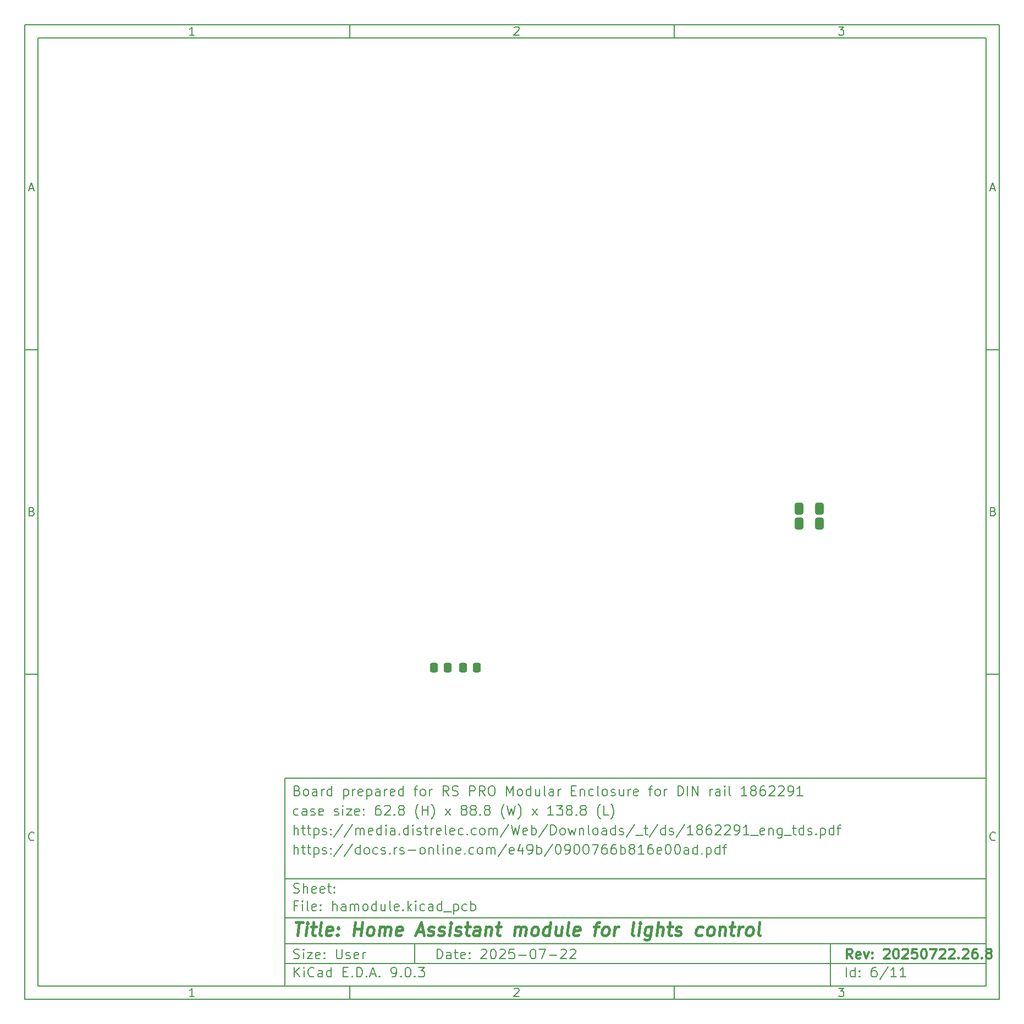
<source format=gbp>
%TF.GenerationSoftware,KiCad,Pcbnew,9.0.3*%
%TF.CreationDate,2025-07-28T22:00:09+02:00*%
%TF.ProjectId,hamodule,68616d6f-6475-46c6-952e-6b696361645f,20250722.26.8*%
%TF.SameCoordinates,Original*%
%TF.FileFunction,Paste,Bot*%
%TF.FilePolarity,Positive*%
%FSLAX46Y46*%
G04 Gerber Fmt 4.6, Leading zero omitted, Abs format (unit mm)*
G04 Created by KiCad (PCBNEW 9.0.3) date 2025-07-28 22:00:09*
%MOMM*%
%LPD*%
G01*
G04 APERTURE LIST*
G04 Aperture macros list*
%AMRoundRect*
0 Rectangle with rounded corners*
0 $1 Rounding radius*
0 $2 $3 $4 $5 $6 $7 $8 $9 X,Y pos of 4 corners*
0 Add a 4 corners polygon primitive as box body*
4,1,4,$2,$3,$4,$5,$6,$7,$8,$9,$2,$3,0*
0 Add four circle primitives for the rounded corners*
1,1,$1+$1,$2,$3*
1,1,$1+$1,$4,$5*
1,1,$1+$1,$6,$7*
1,1,$1+$1,$8,$9*
0 Add four rect primitives between the rounded corners*
20,1,$1+$1,$2,$3,$4,$5,0*
20,1,$1+$1,$4,$5,$6,$7,0*
20,1,$1+$1,$6,$7,$8,$9,0*
20,1,$1+$1,$8,$9,$2,$3,0*%
G04 Aperture macros list end*
%ADD10C,0.100000*%
%ADD11C,0.150000*%
%ADD12C,0.300000*%
%ADD13C,0.400000*%
%ADD14RoundRect,0.250000X0.412500X0.650000X-0.412500X0.650000X-0.412500X-0.650000X0.412500X-0.650000X0*%
%ADD15RoundRect,0.250000X0.337500X0.475000X-0.337500X0.475000X-0.337500X-0.475000X0.337500X-0.475000X0*%
%ADD16RoundRect,0.250000X-0.337500X-0.475000X0.337500X-0.475000X0.337500X0.475000X-0.337500X0.475000X0*%
G04 APERTURE END LIST*
D10*
D11*
X50002000Y-126002000D02*
X158002000Y-126002000D01*
X158002000Y-158002000D01*
X50002000Y-158002000D01*
X50002000Y-126002000D01*
D10*
D11*
X10000000Y-10000000D02*
X160002000Y-10000000D01*
X160002000Y-160002000D01*
X10000000Y-160002000D01*
X10000000Y-10000000D01*
D10*
D11*
X12000000Y-12000000D02*
X158002000Y-12000000D01*
X158002000Y-158002000D01*
X12000000Y-158002000D01*
X12000000Y-12000000D01*
D10*
D11*
X60000000Y-12000000D02*
X60000000Y-10000000D01*
D10*
D11*
X110000000Y-12000000D02*
X110000000Y-10000000D01*
D10*
D11*
X160000000Y-12000000D02*
X160000000Y-10000000D01*
D10*
D11*
X36089160Y-11593604D02*
X35346303Y-11593604D01*
X35717731Y-11593604D02*
X35717731Y-10293604D01*
X35717731Y-10293604D02*
X35593922Y-10479319D01*
X35593922Y-10479319D02*
X35470112Y-10603128D01*
X35470112Y-10603128D02*
X35346303Y-10665033D01*
D10*
D11*
X85346303Y-10417414D02*
X85408207Y-10355509D01*
X85408207Y-10355509D02*
X85532017Y-10293604D01*
X85532017Y-10293604D02*
X85841541Y-10293604D01*
X85841541Y-10293604D02*
X85965350Y-10355509D01*
X85965350Y-10355509D02*
X86027255Y-10417414D01*
X86027255Y-10417414D02*
X86089160Y-10541223D01*
X86089160Y-10541223D02*
X86089160Y-10665033D01*
X86089160Y-10665033D02*
X86027255Y-10850747D01*
X86027255Y-10850747D02*
X85284398Y-11593604D01*
X85284398Y-11593604D02*
X86089160Y-11593604D01*
D10*
D11*
X135284398Y-10293604D02*
X136089160Y-10293604D01*
X136089160Y-10293604D02*
X135655826Y-10788842D01*
X135655826Y-10788842D02*
X135841541Y-10788842D01*
X135841541Y-10788842D02*
X135965350Y-10850747D01*
X135965350Y-10850747D02*
X136027255Y-10912652D01*
X136027255Y-10912652D02*
X136089160Y-11036461D01*
X136089160Y-11036461D02*
X136089160Y-11345985D01*
X136089160Y-11345985D02*
X136027255Y-11469795D01*
X136027255Y-11469795D02*
X135965350Y-11531700D01*
X135965350Y-11531700D02*
X135841541Y-11593604D01*
X135841541Y-11593604D02*
X135470112Y-11593604D01*
X135470112Y-11593604D02*
X135346303Y-11531700D01*
X135346303Y-11531700D02*
X135284398Y-11469795D01*
D10*
D11*
X60000000Y-158002000D02*
X60000000Y-160002000D01*
D10*
D11*
X110000000Y-158002000D02*
X110000000Y-160002000D01*
D10*
D11*
X160000000Y-158002000D02*
X160000000Y-160002000D01*
D10*
D11*
X36089160Y-159595604D02*
X35346303Y-159595604D01*
X35717731Y-159595604D02*
X35717731Y-158295604D01*
X35717731Y-158295604D02*
X35593922Y-158481319D01*
X35593922Y-158481319D02*
X35470112Y-158605128D01*
X35470112Y-158605128D02*
X35346303Y-158667033D01*
D10*
D11*
X85346303Y-158419414D02*
X85408207Y-158357509D01*
X85408207Y-158357509D02*
X85532017Y-158295604D01*
X85532017Y-158295604D02*
X85841541Y-158295604D01*
X85841541Y-158295604D02*
X85965350Y-158357509D01*
X85965350Y-158357509D02*
X86027255Y-158419414D01*
X86027255Y-158419414D02*
X86089160Y-158543223D01*
X86089160Y-158543223D02*
X86089160Y-158667033D01*
X86089160Y-158667033D02*
X86027255Y-158852747D01*
X86027255Y-158852747D02*
X85284398Y-159595604D01*
X85284398Y-159595604D02*
X86089160Y-159595604D01*
D10*
D11*
X135284398Y-158295604D02*
X136089160Y-158295604D01*
X136089160Y-158295604D02*
X135655826Y-158790842D01*
X135655826Y-158790842D02*
X135841541Y-158790842D01*
X135841541Y-158790842D02*
X135965350Y-158852747D01*
X135965350Y-158852747D02*
X136027255Y-158914652D01*
X136027255Y-158914652D02*
X136089160Y-159038461D01*
X136089160Y-159038461D02*
X136089160Y-159347985D01*
X136089160Y-159347985D02*
X136027255Y-159471795D01*
X136027255Y-159471795D02*
X135965350Y-159533700D01*
X135965350Y-159533700D02*
X135841541Y-159595604D01*
X135841541Y-159595604D02*
X135470112Y-159595604D01*
X135470112Y-159595604D02*
X135346303Y-159533700D01*
X135346303Y-159533700D02*
X135284398Y-159471795D01*
D10*
D11*
X10000000Y-60000000D02*
X12000000Y-60000000D01*
D10*
D11*
X10000000Y-110000000D02*
X12000000Y-110000000D01*
D10*
D11*
X10000000Y-160000000D02*
X12000000Y-160000000D01*
D10*
D11*
X10690476Y-35222176D02*
X11309523Y-35222176D01*
X10566666Y-35593604D02*
X10999999Y-34293604D01*
X10999999Y-34293604D02*
X11433333Y-35593604D01*
D10*
D11*
X11092857Y-84912652D02*
X11278571Y-84974557D01*
X11278571Y-84974557D02*
X11340476Y-85036461D01*
X11340476Y-85036461D02*
X11402380Y-85160271D01*
X11402380Y-85160271D02*
X11402380Y-85345985D01*
X11402380Y-85345985D02*
X11340476Y-85469795D01*
X11340476Y-85469795D02*
X11278571Y-85531700D01*
X11278571Y-85531700D02*
X11154761Y-85593604D01*
X11154761Y-85593604D02*
X10659523Y-85593604D01*
X10659523Y-85593604D02*
X10659523Y-84293604D01*
X10659523Y-84293604D02*
X11092857Y-84293604D01*
X11092857Y-84293604D02*
X11216666Y-84355509D01*
X11216666Y-84355509D02*
X11278571Y-84417414D01*
X11278571Y-84417414D02*
X11340476Y-84541223D01*
X11340476Y-84541223D02*
X11340476Y-84665033D01*
X11340476Y-84665033D02*
X11278571Y-84788842D01*
X11278571Y-84788842D02*
X11216666Y-84850747D01*
X11216666Y-84850747D02*
X11092857Y-84912652D01*
X11092857Y-84912652D02*
X10659523Y-84912652D01*
D10*
D11*
X11402380Y-135469795D02*
X11340476Y-135531700D01*
X11340476Y-135531700D02*
X11154761Y-135593604D01*
X11154761Y-135593604D02*
X11030952Y-135593604D01*
X11030952Y-135593604D02*
X10845238Y-135531700D01*
X10845238Y-135531700D02*
X10721428Y-135407890D01*
X10721428Y-135407890D02*
X10659523Y-135284080D01*
X10659523Y-135284080D02*
X10597619Y-135036461D01*
X10597619Y-135036461D02*
X10597619Y-134850747D01*
X10597619Y-134850747D02*
X10659523Y-134603128D01*
X10659523Y-134603128D02*
X10721428Y-134479319D01*
X10721428Y-134479319D02*
X10845238Y-134355509D01*
X10845238Y-134355509D02*
X11030952Y-134293604D01*
X11030952Y-134293604D02*
X11154761Y-134293604D01*
X11154761Y-134293604D02*
X11340476Y-134355509D01*
X11340476Y-134355509D02*
X11402380Y-134417414D01*
D10*
D11*
X160002000Y-60000000D02*
X158002000Y-60000000D01*
D10*
D11*
X160002000Y-110000000D02*
X158002000Y-110000000D01*
D10*
D11*
X160002000Y-160000000D02*
X158002000Y-160000000D01*
D10*
D11*
X158692476Y-35222176D02*
X159311523Y-35222176D01*
X158568666Y-35593604D02*
X159001999Y-34293604D01*
X159001999Y-34293604D02*
X159435333Y-35593604D01*
D10*
D11*
X159094857Y-84912652D02*
X159280571Y-84974557D01*
X159280571Y-84974557D02*
X159342476Y-85036461D01*
X159342476Y-85036461D02*
X159404380Y-85160271D01*
X159404380Y-85160271D02*
X159404380Y-85345985D01*
X159404380Y-85345985D02*
X159342476Y-85469795D01*
X159342476Y-85469795D02*
X159280571Y-85531700D01*
X159280571Y-85531700D02*
X159156761Y-85593604D01*
X159156761Y-85593604D02*
X158661523Y-85593604D01*
X158661523Y-85593604D02*
X158661523Y-84293604D01*
X158661523Y-84293604D02*
X159094857Y-84293604D01*
X159094857Y-84293604D02*
X159218666Y-84355509D01*
X159218666Y-84355509D02*
X159280571Y-84417414D01*
X159280571Y-84417414D02*
X159342476Y-84541223D01*
X159342476Y-84541223D02*
X159342476Y-84665033D01*
X159342476Y-84665033D02*
X159280571Y-84788842D01*
X159280571Y-84788842D02*
X159218666Y-84850747D01*
X159218666Y-84850747D02*
X159094857Y-84912652D01*
X159094857Y-84912652D02*
X158661523Y-84912652D01*
D10*
D11*
X159404380Y-135469795D02*
X159342476Y-135531700D01*
X159342476Y-135531700D02*
X159156761Y-135593604D01*
X159156761Y-135593604D02*
X159032952Y-135593604D01*
X159032952Y-135593604D02*
X158847238Y-135531700D01*
X158847238Y-135531700D02*
X158723428Y-135407890D01*
X158723428Y-135407890D02*
X158661523Y-135284080D01*
X158661523Y-135284080D02*
X158599619Y-135036461D01*
X158599619Y-135036461D02*
X158599619Y-134850747D01*
X158599619Y-134850747D02*
X158661523Y-134603128D01*
X158661523Y-134603128D02*
X158723428Y-134479319D01*
X158723428Y-134479319D02*
X158847238Y-134355509D01*
X158847238Y-134355509D02*
X159032952Y-134293604D01*
X159032952Y-134293604D02*
X159156761Y-134293604D01*
X159156761Y-134293604D02*
X159342476Y-134355509D01*
X159342476Y-134355509D02*
X159404380Y-134417414D01*
D10*
D11*
X73457826Y-153788128D02*
X73457826Y-152288128D01*
X73457826Y-152288128D02*
X73814969Y-152288128D01*
X73814969Y-152288128D02*
X74029255Y-152359557D01*
X74029255Y-152359557D02*
X74172112Y-152502414D01*
X74172112Y-152502414D02*
X74243541Y-152645271D01*
X74243541Y-152645271D02*
X74314969Y-152930985D01*
X74314969Y-152930985D02*
X74314969Y-153145271D01*
X74314969Y-153145271D02*
X74243541Y-153430985D01*
X74243541Y-153430985D02*
X74172112Y-153573842D01*
X74172112Y-153573842D02*
X74029255Y-153716700D01*
X74029255Y-153716700D02*
X73814969Y-153788128D01*
X73814969Y-153788128D02*
X73457826Y-153788128D01*
X75600684Y-153788128D02*
X75600684Y-153002414D01*
X75600684Y-153002414D02*
X75529255Y-152859557D01*
X75529255Y-152859557D02*
X75386398Y-152788128D01*
X75386398Y-152788128D02*
X75100684Y-152788128D01*
X75100684Y-152788128D02*
X74957826Y-152859557D01*
X75600684Y-153716700D02*
X75457826Y-153788128D01*
X75457826Y-153788128D02*
X75100684Y-153788128D01*
X75100684Y-153788128D02*
X74957826Y-153716700D01*
X74957826Y-153716700D02*
X74886398Y-153573842D01*
X74886398Y-153573842D02*
X74886398Y-153430985D01*
X74886398Y-153430985D02*
X74957826Y-153288128D01*
X74957826Y-153288128D02*
X75100684Y-153216700D01*
X75100684Y-153216700D02*
X75457826Y-153216700D01*
X75457826Y-153216700D02*
X75600684Y-153145271D01*
X76100684Y-152788128D02*
X76672112Y-152788128D01*
X76314969Y-152288128D02*
X76314969Y-153573842D01*
X76314969Y-153573842D02*
X76386398Y-153716700D01*
X76386398Y-153716700D02*
X76529255Y-153788128D01*
X76529255Y-153788128D02*
X76672112Y-153788128D01*
X77743541Y-153716700D02*
X77600684Y-153788128D01*
X77600684Y-153788128D02*
X77314970Y-153788128D01*
X77314970Y-153788128D02*
X77172112Y-153716700D01*
X77172112Y-153716700D02*
X77100684Y-153573842D01*
X77100684Y-153573842D02*
X77100684Y-153002414D01*
X77100684Y-153002414D02*
X77172112Y-152859557D01*
X77172112Y-152859557D02*
X77314970Y-152788128D01*
X77314970Y-152788128D02*
X77600684Y-152788128D01*
X77600684Y-152788128D02*
X77743541Y-152859557D01*
X77743541Y-152859557D02*
X77814970Y-153002414D01*
X77814970Y-153002414D02*
X77814970Y-153145271D01*
X77814970Y-153145271D02*
X77100684Y-153288128D01*
X78457826Y-153645271D02*
X78529255Y-153716700D01*
X78529255Y-153716700D02*
X78457826Y-153788128D01*
X78457826Y-153788128D02*
X78386398Y-153716700D01*
X78386398Y-153716700D02*
X78457826Y-153645271D01*
X78457826Y-153645271D02*
X78457826Y-153788128D01*
X78457826Y-152859557D02*
X78529255Y-152930985D01*
X78529255Y-152930985D02*
X78457826Y-153002414D01*
X78457826Y-153002414D02*
X78386398Y-152930985D01*
X78386398Y-152930985D02*
X78457826Y-152859557D01*
X78457826Y-152859557D02*
X78457826Y-153002414D01*
X80243541Y-152430985D02*
X80314969Y-152359557D01*
X80314969Y-152359557D02*
X80457827Y-152288128D01*
X80457827Y-152288128D02*
X80814969Y-152288128D01*
X80814969Y-152288128D02*
X80957827Y-152359557D01*
X80957827Y-152359557D02*
X81029255Y-152430985D01*
X81029255Y-152430985D02*
X81100684Y-152573842D01*
X81100684Y-152573842D02*
X81100684Y-152716700D01*
X81100684Y-152716700D02*
X81029255Y-152930985D01*
X81029255Y-152930985D02*
X80172112Y-153788128D01*
X80172112Y-153788128D02*
X81100684Y-153788128D01*
X82029255Y-152288128D02*
X82172112Y-152288128D01*
X82172112Y-152288128D02*
X82314969Y-152359557D01*
X82314969Y-152359557D02*
X82386398Y-152430985D01*
X82386398Y-152430985D02*
X82457826Y-152573842D01*
X82457826Y-152573842D02*
X82529255Y-152859557D01*
X82529255Y-152859557D02*
X82529255Y-153216700D01*
X82529255Y-153216700D02*
X82457826Y-153502414D01*
X82457826Y-153502414D02*
X82386398Y-153645271D01*
X82386398Y-153645271D02*
X82314969Y-153716700D01*
X82314969Y-153716700D02*
X82172112Y-153788128D01*
X82172112Y-153788128D02*
X82029255Y-153788128D01*
X82029255Y-153788128D02*
X81886398Y-153716700D01*
X81886398Y-153716700D02*
X81814969Y-153645271D01*
X81814969Y-153645271D02*
X81743540Y-153502414D01*
X81743540Y-153502414D02*
X81672112Y-153216700D01*
X81672112Y-153216700D02*
X81672112Y-152859557D01*
X81672112Y-152859557D02*
X81743540Y-152573842D01*
X81743540Y-152573842D02*
X81814969Y-152430985D01*
X81814969Y-152430985D02*
X81886398Y-152359557D01*
X81886398Y-152359557D02*
X82029255Y-152288128D01*
X83100683Y-152430985D02*
X83172111Y-152359557D01*
X83172111Y-152359557D02*
X83314969Y-152288128D01*
X83314969Y-152288128D02*
X83672111Y-152288128D01*
X83672111Y-152288128D02*
X83814969Y-152359557D01*
X83814969Y-152359557D02*
X83886397Y-152430985D01*
X83886397Y-152430985D02*
X83957826Y-152573842D01*
X83957826Y-152573842D02*
X83957826Y-152716700D01*
X83957826Y-152716700D02*
X83886397Y-152930985D01*
X83886397Y-152930985D02*
X83029254Y-153788128D01*
X83029254Y-153788128D02*
X83957826Y-153788128D01*
X85314968Y-152288128D02*
X84600682Y-152288128D01*
X84600682Y-152288128D02*
X84529254Y-153002414D01*
X84529254Y-153002414D02*
X84600682Y-152930985D01*
X84600682Y-152930985D02*
X84743540Y-152859557D01*
X84743540Y-152859557D02*
X85100682Y-152859557D01*
X85100682Y-152859557D02*
X85243540Y-152930985D01*
X85243540Y-152930985D02*
X85314968Y-153002414D01*
X85314968Y-153002414D02*
X85386397Y-153145271D01*
X85386397Y-153145271D02*
X85386397Y-153502414D01*
X85386397Y-153502414D02*
X85314968Y-153645271D01*
X85314968Y-153645271D02*
X85243540Y-153716700D01*
X85243540Y-153716700D02*
X85100682Y-153788128D01*
X85100682Y-153788128D02*
X84743540Y-153788128D01*
X84743540Y-153788128D02*
X84600682Y-153716700D01*
X84600682Y-153716700D02*
X84529254Y-153645271D01*
X86029253Y-153216700D02*
X87172111Y-153216700D01*
X88172111Y-152288128D02*
X88314968Y-152288128D01*
X88314968Y-152288128D02*
X88457825Y-152359557D01*
X88457825Y-152359557D02*
X88529254Y-152430985D01*
X88529254Y-152430985D02*
X88600682Y-152573842D01*
X88600682Y-152573842D02*
X88672111Y-152859557D01*
X88672111Y-152859557D02*
X88672111Y-153216700D01*
X88672111Y-153216700D02*
X88600682Y-153502414D01*
X88600682Y-153502414D02*
X88529254Y-153645271D01*
X88529254Y-153645271D02*
X88457825Y-153716700D01*
X88457825Y-153716700D02*
X88314968Y-153788128D01*
X88314968Y-153788128D02*
X88172111Y-153788128D01*
X88172111Y-153788128D02*
X88029254Y-153716700D01*
X88029254Y-153716700D02*
X87957825Y-153645271D01*
X87957825Y-153645271D02*
X87886396Y-153502414D01*
X87886396Y-153502414D02*
X87814968Y-153216700D01*
X87814968Y-153216700D02*
X87814968Y-152859557D01*
X87814968Y-152859557D02*
X87886396Y-152573842D01*
X87886396Y-152573842D02*
X87957825Y-152430985D01*
X87957825Y-152430985D02*
X88029254Y-152359557D01*
X88029254Y-152359557D02*
X88172111Y-152288128D01*
X89172110Y-152288128D02*
X90172110Y-152288128D01*
X90172110Y-152288128D02*
X89529253Y-153788128D01*
X90743538Y-153216700D02*
X91886396Y-153216700D01*
X92529253Y-152430985D02*
X92600681Y-152359557D01*
X92600681Y-152359557D02*
X92743539Y-152288128D01*
X92743539Y-152288128D02*
X93100681Y-152288128D01*
X93100681Y-152288128D02*
X93243539Y-152359557D01*
X93243539Y-152359557D02*
X93314967Y-152430985D01*
X93314967Y-152430985D02*
X93386396Y-152573842D01*
X93386396Y-152573842D02*
X93386396Y-152716700D01*
X93386396Y-152716700D02*
X93314967Y-152930985D01*
X93314967Y-152930985D02*
X92457824Y-153788128D01*
X92457824Y-153788128D02*
X93386396Y-153788128D01*
X93957824Y-152430985D02*
X94029252Y-152359557D01*
X94029252Y-152359557D02*
X94172110Y-152288128D01*
X94172110Y-152288128D02*
X94529252Y-152288128D01*
X94529252Y-152288128D02*
X94672110Y-152359557D01*
X94672110Y-152359557D02*
X94743538Y-152430985D01*
X94743538Y-152430985D02*
X94814967Y-152573842D01*
X94814967Y-152573842D02*
X94814967Y-152716700D01*
X94814967Y-152716700D02*
X94743538Y-152930985D01*
X94743538Y-152930985D02*
X93886395Y-153788128D01*
X93886395Y-153788128D02*
X94814967Y-153788128D01*
D10*
D11*
X50002000Y-154502000D02*
X158002000Y-154502000D01*
D10*
D11*
X51457826Y-156588128D02*
X51457826Y-155088128D01*
X52314969Y-156588128D02*
X51672112Y-155730985D01*
X52314969Y-155088128D02*
X51457826Y-155945271D01*
X52957826Y-156588128D02*
X52957826Y-155588128D01*
X52957826Y-155088128D02*
X52886398Y-155159557D01*
X52886398Y-155159557D02*
X52957826Y-155230985D01*
X52957826Y-155230985D02*
X53029255Y-155159557D01*
X53029255Y-155159557D02*
X52957826Y-155088128D01*
X52957826Y-155088128D02*
X52957826Y-155230985D01*
X54529255Y-156445271D02*
X54457827Y-156516700D01*
X54457827Y-156516700D02*
X54243541Y-156588128D01*
X54243541Y-156588128D02*
X54100684Y-156588128D01*
X54100684Y-156588128D02*
X53886398Y-156516700D01*
X53886398Y-156516700D02*
X53743541Y-156373842D01*
X53743541Y-156373842D02*
X53672112Y-156230985D01*
X53672112Y-156230985D02*
X53600684Y-155945271D01*
X53600684Y-155945271D02*
X53600684Y-155730985D01*
X53600684Y-155730985D02*
X53672112Y-155445271D01*
X53672112Y-155445271D02*
X53743541Y-155302414D01*
X53743541Y-155302414D02*
X53886398Y-155159557D01*
X53886398Y-155159557D02*
X54100684Y-155088128D01*
X54100684Y-155088128D02*
X54243541Y-155088128D01*
X54243541Y-155088128D02*
X54457827Y-155159557D01*
X54457827Y-155159557D02*
X54529255Y-155230985D01*
X55814970Y-156588128D02*
X55814970Y-155802414D01*
X55814970Y-155802414D02*
X55743541Y-155659557D01*
X55743541Y-155659557D02*
X55600684Y-155588128D01*
X55600684Y-155588128D02*
X55314970Y-155588128D01*
X55314970Y-155588128D02*
X55172112Y-155659557D01*
X55814970Y-156516700D02*
X55672112Y-156588128D01*
X55672112Y-156588128D02*
X55314970Y-156588128D01*
X55314970Y-156588128D02*
X55172112Y-156516700D01*
X55172112Y-156516700D02*
X55100684Y-156373842D01*
X55100684Y-156373842D02*
X55100684Y-156230985D01*
X55100684Y-156230985D02*
X55172112Y-156088128D01*
X55172112Y-156088128D02*
X55314970Y-156016700D01*
X55314970Y-156016700D02*
X55672112Y-156016700D01*
X55672112Y-156016700D02*
X55814970Y-155945271D01*
X57172113Y-156588128D02*
X57172113Y-155088128D01*
X57172113Y-156516700D02*
X57029255Y-156588128D01*
X57029255Y-156588128D02*
X56743541Y-156588128D01*
X56743541Y-156588128D02*
X56600684Y-156516700D01*
X56600684Y-156516700D02*
X56529255Y-156445271D01*
X56529255Y-156445271D02*
X56457827Y-156302414D01*
X56457827Y-156302414D02*
X56457827Y-155873842D01*
X56457827Y-155873842D02*
X56529255Y-155730985D01*
X56529255Y-155730985D02*
X56600684Y-155659557D01*
X56600684Y-155659557D02*
X56743541Y-155588128D01*
X56743541Y-155588128D02*
X57029255Y-155588128D01*
X57029255Y-155588128D02*
X57172113Y-155659557D01*
X59029255Y-155802414D02*
X59529255Y-155802414D01*
X59743541Y-156588128D02*
X59029255Y-156588128D01*
X59029255Y-156588128D02*
X59029255Y-155088128D01*
X59029255Y-155088128D02*
X59743541Y-155088128D01*
X60386398Y-156445271D02*
X60457827Y-156516700D01*
X60457827Y-156516700D02*
X60386398Y-156588128D01*
X60386398Y-156588128D02*
X60314970Y-156516700D01*
X60314970Y-156516700D02*
X60386398Y-156445271D01*
X60386398Y-156445271D02*
X60386398Y-156588128D01*
X61100684Y-156588128D02*
X61100684Y-155088128D01*
X61100684Y-155088128D02*
X61457827Y-155088128D01*
X61457827Y-155088128D02*
X61672113Y-155159557D01*
X61672113Y-155159557D02*
X61814970Y-155302414D01*
X61814970Y-155302414D02*
X61886399Y-155445271D01*
X61886399Y-155445271D02*
X61957827Y-155730985D01*
X61957827Y-155730985D02*
X61957827Y-155945271D01*
X61957827Y-155945271D02*
X61886399Y-156230985D01*
X61886399Y-156230985D02*
X61814970Y-156373842D01*
X61814970Y-156373842D02*
X61672113Y-156516700D01*
X61672113Y-156516700D02*
X61457827Y-156588128D01*
X61457827Y-156588128D02*
X61100684Y-156588128D01*
X62600684Y-156445271D02*
X62672113Y-156516700D01*
X62672113Y-156516700D02*
X62600684Y-156588128D01*
X62600684Y-156588128D02*
X62529256Y-156516700D01*
X62529256Y-156516700D02*
X62600684Y-156445271D01*
X62600684Y-156445271D02*
X62600684Y-156588128D01*
X63243542Y-156159557D02*
X63957828Y-156159557D01*
X63100685Y-156588128D02*
X63600685Y-155088128D01*
X63600685Y-155088128D02*
X64100685Y-156588128D01*
X64600684Y-156445271D02*
X64672113Y-156516700D01*
X64672113Y-156516700D02*
X64600684Y-156588128D01*
X64600684Y-156588128D02*
X64529256Y-156516700D01*
X64529256Y-156516700D02*
X64600684Y-156445271D01*
X64600684Y-156445271D02*
X64600684Y-156588128D01*
X66529256Y-156588128D02*
X66814970Y-156588128D01*
X66814970Y-156588128D02*
X66957827Y-156516700D01*
X66957827Y-156516700D02*
X67029256Y-156445271D01*
X67029256Y-156445271D02*
X67172113Y-156230985D01*
X67172113Y-156230985D02*
X67243542Y-155945271D01*
X67243542Y-155945271D02*
X67243542Y-155373842D01*
X67243542Y-155373842D02*
X67172113Y-155230985D01*
X67172113Y-155230985D02*
X67100685Y-155159557D01*
X67100685Y-155159557D02*
X66957827Y-155088128D01*
X66957827Y-155088128D02*
X66672113Y-155088128D01*
X66672113Y-155088128D02*
X66529256Y-155159557D01*
X66529256Y-155159557D02*
X66457827Y-155230985D01*
X66457827Y-155230985D02*
X66386399Y-155373842D01*
X66386399Y-155373842D02*
X66386399Y-155730985D01*
X66386399Y-155730985D02*
X66457827Y-155873842D01*
X66457827Y-155873842D02*
X66529256Y-155945271D01*
X66529256Y-155945271D02*
X66672113Y-156016700D01*
X66672113Y-156016700D02*
X66957827Y-156016700D01*
X66957827Y-156016700D02*
X67100685Y-155945271D01*
X67100685Y-155945271D02*
X67172113Y-155873842D01*
X67172113Y-155873842D02*
X67243542Y-155730985D01*
X67886398Y-156445271D02*
X67957827Y-156516700D01*
X67957827Y-156516700D02*
X67886398Y-156588128D01*
X67886398Y-156588128D02*
X67814970Y-156516700D01*
X67814970Y-156516700D02*
X67886398Y-156445271D01*
X67886398Y-156445271D02*
X67886398Y-156588128D01*
X68886399Y-155088128D02*
X69029256Y-155088128D01*
X69029256Y-155088128D02*
X69172113Y-155159557D01*
X69172113Y-155159557D02*
X69243542Y-155230985D01*
X69243542Y-155230985D02*
X69314970Y-155373842D01*
X69314970Y-155373842D02*
X69386399Y-155659557D01*
X69386399Y-155659557D02*
X69386399Y-156016700D01*
X69386399Y-156016700D02*
X69314970Y-156302414D01*
X69314970Y-156302414D02*
X69243542Y-156445271D01*
X69243542Y-156445271D02*
X69172113Y-156516700D01*
X69172113Y-156516700D02*
X69029256Y-156588128D01*
X69029256Y-156588128D02*
X68886399Y-156588128D01*
X68886399Y-156588128D02*
X68743542Y-156516700D01*
X68743542Y-156516700D02*
X68672113Y-156445271D01*
X68672113Y-156445271D02*
X68600684Y-156302414D01*
X68600684Y-156302414D02*
X68529256Y-156016700D01*
X68529256Y-156016700D02*
X68529256Y-155659557D01*
X68529256Y-155659557D02*
X68600684Y-155373842D01*
X68600684Y-155373842D02*
X68672113Y-155230985D01*
X68672113Y-155230985D02*
X68743542Y-155159557D01*
X68743542Y-155159557D02*
X68886399Y-155088128D01*
X70029255Y-156445271D02*
X70100684Y-156516700D01*
X70100684Y-156516700D02*
X70029255Y-156588128D01*
X70029255Y-156588128D02*
X69957827Y-156516700D01*
X69957827Y-156516700D02*
X70029255Y-156445271D01*
X70029255Y-156445271D02*
X70029255Y-156588128D01*
X70600684Y-155088128D02*
X71529256Y-155088128D01*
X71529256Y-155088128D02*
X71029256Y-155659557D01*
X71029256Y-155659557D02*
X71243541Y-155659557D01*
X71243541Y-155659557D02*
X71386399Y-155730985D01*
X71386399Y-155730985D02*
X71457827Y-155802414D01*
X71457827Y-155802414D02*
X71529256Y-155945271D01*
X71529256Y-155945271D02*
X71529256Y-156302414D01*
X71529256Y-156302414D02*
X71457827Y-156445271D01*
X71457827Y-156445271D02*
X71386399Y-156516700D01*
X71386399Y-156516700D02*
X71243541Y-156588128D01*
X71243541Y-156588128D02*
X70814970Y-156588128D01*
X70814970Y-156588128D02*
X70672113Y-156516700D01*
X70672113Y-156516700D02*
X70600684Y-156445271D01*
D10*
D11*
X50002000Y-151502000D02*
X158002000Y-151502000D01*
D10*
D12*
X137413653Y-153780328D02*
X136913653Y-153066042D01*
X136556510Y-153780328D02*
X136556510Y-152280328D01*
X136556510Y-152280328D02*
X137127939Y-152280328D01*
X137127939Y-152280328D02*
X137270796Y-152351757D01*
X137270796Y-152351757D02*
X137342225Y-152423185D01*
X137342225Y-152423185D02*
X137413653Y-152566042D01*
X137413653Y-152566042D02*
X137413653Y-152780328D01*
X137413653Y-152780328D02*
X137342225Y-152923185D01*
X137342225Y-152923185D02*
X137270796Y-152994614D01*
X137270796Y-152994614D02*
X137127939Y-153066042D01*
X137127939Y-153066042D02*
X136556510Y-153066042D01*
X138627939Y-153708900D02*
X138485082Y-153780328D01*
X138485082Y-153780328D02*
X138199368Y-153780328D01*
X138199368Y-153780328D02*
X138056510Y-153708900D01*
X138056510Y-153708900D02*
X137985082Y-153566042D01*
X137985082Y-153566042D02*
X137985082Y-152994614D01*
X137985082Y-152994614D02*
X138056510Y-152851757D01*
X138056510Y-152851757D02*
X138199368Y-152780328D01*
X138199368Y-152780328D02*
X138485082Y-152780328D01*
X138485082Y-152780328D02*
X138627939Y-152851757D01*
X138627939Y-152851757D02*
X138699368Y-152994614D01*
X138699368Y-152994614D02*
X138699368Y-153137471D01*
X138699368Y-153137471D02*
X137985082Y-153280328D01*
X139199367Y-152780328D02*
X139556510Y-153780328D01*
X139556510Y-153780328D02*
X139913653Y-152780328D01*
X140485081Y-153637471D02*
X140556510Y-153708900D01*
X140556510Y-153708900D02*
X140485081Y-153780328D01*
X140485081Y-153780328D02*
X140413653Y-153708900D01*
X140413653Y-153708900D02*
X140485081Y-153637471D01*
X140485081Y-153637471D02*
X140485081Y-153780328D01*
X140485081Y-152851757D02*
X140556510Y-152923185D01*
X140556510Y-152923185D02*
X140485081Y-152994614D01*
X140485081Y-152994614D02*
X140413653Y-152923185D01*
X140413653Y-152923185D02*
X140485081Y-152851757D01*
X140485081Y-152851757D02*
X140485081Y-152994614D01*
X142270796Y-152423185D02*
X142342224Y-152351757D01*
X142342224Y-152351757D02*
X142485082Y-152280328D01*
X142485082Y-152280328D02*
X142842224Y-152280328D01*
X142842224Y-152280328D02*
X142985082Y-152351757D01*
X142985082Y-152351757D02*
X143056510Y-152423185D01*
X143056510Y-152423185D02*
X143127939Y-152566042D01*
X143127939Y-152566042D02*
X143127939Y-152708900D01*
X143127939Y-152708900D02*
X143056510Y-152923185D01*
X143056510Y-152923185D02*
X142199367Y-153780328D01*
X142199367Y-153780328D02*
X143127939Y-153780328D01*
X144056510Y-152280328D02*
X144199367Y-152280328D01*
X144199367Y-152280328D02*
X144342224Y-152351757D01*
X144342224Y-152351757D02*
X144413653Y-152423185D01*
X144413653Y-152423185D02*
X144485081Y-152566042D01*
X144485081Y-152566042D02*
X144556510Y-152851757D01*
X144556510Y-152851757D02*
X144556510Y-153208900D01*
X144556510Y-153208900D02*
X144485081Y-153494614D01*
X144485081Y-153494614D02*
X144413653Y-153637471D01*
X144413653Y-153637471D02*
X144342224Y-153708900D01*
X144342224Y-153708900D02*
X144199367Y-153780328D01*
X144199367Y-153780328D02*
X144056510Y-153780328D01*
X144056510Y-153780328D02*
X143913653Y-153708900D01*
X143913653Y-153708900D02*
X143842224Y-153637471D01*
X143842224Y-153637471D02*
X143770795Y-153494614D01*
X143770795Y-153494614D02*
X143699367Y-153208900D01*
X143699367Y-153208900D02*
X143699367Y-152851757D01*
X143699367Y-152851757D02*
X143770795Y-152566042D01*
X143770795Y-152566042D02*
X143842224Y-152423185D01*
X143842224Y-152423185D02*
X143913653Y-152351757D01*
X143913653Y-152351757D02*
X144056510Y-152280328D01*
X145127938Y-152423185D02*
X145199366Y-152351757D01*
X145199366Y-152351757D02*
X145342224Y-152280328D01*
X145342224Y-152280328D02*
X145699366Y-152280328D01*
X145699366Y-152280328D02*
X145842224Y-152351757D01*
X145842224Y-152351757D02*
X145913652Y-152423185D01*
X145913652Y-152423185D02*
X145985081Y-152566042D01*
X145985081Y-152566042D02*
X145985081Y-152708900D01*
X145985081Y-152708900D02*
X145913652Y-152923185D01*
X145913652Y-152923185D02*
X145056509Y-153780328D01*
X145056509Y-153780328D02*
X145985081Y-153780328D01*
X147342223Y-152280328D02*
X146627937Y-152280328D01*
X146627937Y-152280328D02*
X146556509Y-152994614D01*
X146556509Y-152994614D02*
X146627937Y-152923185D01*
X146627937Y-152923185D02*
X146770795Y-152851757D01*
X146770795Y-152851757D02*
X147127937Y-152851757D01*
X147127937Y-152851757D02*
X147270795Y-152923185D01*
X147270795Y-152923185D02*
X147342223Y-152994614D01*
X147342223Y-152994614D02*
X147413652Y-153137471D01*
X147413652Y-153137471D02*
X147413652Y-153494614D01*
X147413652Y-153494614D02*
X147342223Y-153637471D01*
X147342223Y-153637471D02*
X147270795Y-153708900D01*
X147270795Y-153708900D02*
X147127937Y-153780328D01*
X147127937Y-153780328D02*
X146770795Y-153780328D01*
X146770795Y-153780328D02*
X146627937Y-153708900D01*
X146627937Y-153708900D02*
X146556509Y-153637471D01*
X148342223Y-152280328D02*
X148485080Y-152280328D01*
X148485080Y-152280328D02*
X148627937Y-152351757D01*
X148627937Y-152351757D02*
X148699366Y-152423185D01*
X148699366Y-152423185D02*
X148770794Y-152566042D01*
X148770794Y-152566042D02*
X148842223Y-152851757D01*
X148842223Y-152851757D02*
X148842223Y-153208900D01*
X148842223Y-153208900D02*
X148770794Y-153494614D01*
X148770794Y-153494614D02*
X148699366Y-153637471D01*
X148699366Y-153637471D02*
X148627937Y-153708900D01*
X148627937Y-153708900D02*
X148485080Y-153780328D01*
X148485080Y-153780328D02*
X148342223Y-153780328D01*
X148342223Y-153780328D02*
X148199366Y-153708900D01*
X148199366Y-153708900D02*
X148127937Y-153637471D01*
X148127937Y-153637471D02*
X148056508Y-153494614D01*
X148056508Y-153494614D02*
X147985080Y-153208900D01*
X147985080Y-153208900D02*
X147985080Y-152851757D01*
X147985080Y-152851757D02*
X148056508Y-152566042D01*
X148056508Y-152566042D02*
X148127937Y-152423185D01*
X148127937Y-152423185D02*
X148199366Y-152351757D01*
X148199366Y-152351757D02*
X148342223Y-152280328D01*
X149342222Y-152280328D02*
X150342222Y-152280328D01*
X150342222Y-152280328D02*
X149699365Y-153780328D01*
X150842222Y-152423185D02*
X150913650Y-152351757D01*
X150913650Y-152351757D02*
X151056508Y-152280328D01*
X151056508Y-152280328D02*
X151413650Y-152280328D01*
X151413650Y-152280328D02*
X151556508Y-152351757D01*
X151556508Y-152351757D02*
X151627936Y-152423185D01*
X151627936Y-152423185D02*
X151699365Y-152566042D01*
X151699365Y-152566042D02*
X151699365Y-152708900D01*
X151699365Y-152708900D02*
X151627936Y-152923185D01*
X151627936Y-152923185D02*
X150770793Y-153780328D01*
X150770793Y-153780328D02*
X151699365Y-153780328D01*
X152270793Y-152423185D02*
X152342221Y-152351757D01*
X152342221Y-152351757D02*
X152485079Y-152280328D01*
X152485079Y-152280328D02*
X152842221Y-152280328D01*
X152842221Y-152280328D02*
X152985079Y-152351757D01*
X152985079Y-152351757D02*
X153056507Y-152423185D01*
X153056507Y-152423185D02*
X153127936Y-152566042D01*
X153127936Y-152566042D02*
X153127936Y-152708900D01*
X153127936Y-152708900D02*
X153056507Y-152923185D01*
X153056507Y-152923185D02*
X152199364Y-153780328D01*
X152199364Y-153780328D02*
X153127936Y-153780328D01*
X153770792Y-153637471D02*
X153842221Y-153708900D01*
X153842221Y-153708900D02*
X153770792Y-153780328D01*
X153770792Y-153780328D02*
X153699364Y-153708900D01*
X153699364Y-153708900D02*
X153770792Y-153637471D01*
X153770792Y-153637471D02*
X153770792Y-153780328D01*
X154413650Y-152423185D02*
X154485078Y-152351757D01*
X154485078Y-152351757D02*
X154627936Y-152280328D01*
X154627936Y-152280328D02*
X154985078Y-152280328D01*
X154985078Y-152280328D02*
X155127936Y-152351757D01*
X155127936Y-152351757D02*
X155199364Y-152423185D01*
X155199364Y-152423185D02*
X155270793Y-152566042D01*
X155270793Y-152566042D02*
X155270793Y-152708900D01*
X155270793Y-152708900D02*
X155199364Y-152923185D01*
X155199364Y-152923185D02*
X154342221Y-153780328D01*
X154342221Y-153780328D02*
X155270793Y-153780328D01*
X156556507Y-152280328D02*
X156270792Y-152280328D01*
X156270792Y-152280328D02*
X156127935Y-152351757D01*
X156127935Y-152351757D02*
X156056507Y-152423185D01*
X156056507Y-152423185D02*
X155913649Y-152637471D01*
X155913649Y-152637471D02*
X155842221Y-152923185D01*
X155842221Y-152923185D02*
X155842221Y-153494614D01*
X155842221Y-153494614D02*
X155913649Y-153637471D01*
X155913649Y-153637471D02*
X155985078Y-153708900D01*
X155985078Y-153708900D02*
X156127935Y-153780328D01*
X156127935Y-153780328D02*
X156413649Y-153780328D01*
X156413649Y-153780328D02*
X156556507Y-153708900D01*
X156556507Y-153708900D02*
X156627935Y-153637471D01*
X156627935Y-153637471D02*
X156699364Y-153494614D01*
X156699364Y-153494614D02*
X156699364Y-153137471D01*
X156699364Y-153137471D02*
X156627935Y-152994614D01*
X156627935Y-152994614D02*
X156556507Y-152923185D01*
X156556507Y-152923185D02*
X156413649Y-152851757D01*
X156413649Y-152851757D02*
X156127935Y-152851757D01*
X156127935Y-152851757D02*
X155985078Y-152923185D01*
X155985078Y-152923185D02*
X155913649Y-152994614D01*
X155913649Y-152994614D02*
X155842221Y-153137471D01*
X157342220Y-153637471D02*
X157413649Y-153708900D01*
X157413649Y-153708900D02*
X157342220Y-153780328D01*
X157342220Y-153780328D02*
X157270792Y-153708900D01*
X157270792Y-153708900D02*
X157342220Y-153637471D01*
X157342220Y-153637471D02*
X157342220Y-153780328D01*
X158270792Y-152923185D02*
X158127935Y-152851757D01*
X158127935Y-152851757D02*
X158056506Y-152780328D01*
X158056506Y-152780328D02*
X157985078Y-152637471D01*
X157985078Y-152637471D02*
X157985078Y-152566042D01*
X157985078Y-152566042D02*
X158056506Y-152423185D01*
X158056506Y-152423185D02*
X158127935Y-152351757D01*
X158127935Y-152351757D02*
X158270792Y-152280328D01*
X158270792Y-152280328D02*
X158556506Y-152280328D01*
X158556506Y-152280328D02*
X158699364Y-152351757D01*
X158699364Y-152351757D02*
X158770792Y-152423185D01*
X158770792Y-152423185D02*
X158842221Y-152566042D01*
X158842221Y-152566042D02*
X158842221Y-152637471D01*
X158842221Y-152637471D02*
X158770792Y-152780328D01*
X158770792Y-152780328D02*
X158699364Y-152851757D01*
X158699364Y-152851757D02*
X158556506Y-152923185D01*
X158556506Y-152923185D02*
X158270792Y-152923185D01*
X158270792Y-152923185D02*
X158127935Y-152994614D01*
X158127935Y-152994614D02*
X158056506Y-153066042D01*
X158056506Y-153066042D02*
X157985078Y-153208900D01*
X157985078Y-153208900D02*
X157985078Y-153494614D01*
X157985078Y-153494614D02*
X158056506Y-153637471D01*
X158056506Y-153637471D02*
X158127935Y-153708900D01*
X158127935Y-153708900D02*
X158270792Y-153780328D01*
X158270792Y-153780328D02*
X158556506Y-153780328D01*
X158556506Y-153780328D02*
X158699364Y-153708900D01*
X158699364Y-153708900D02*
X158770792Y-153637471D01*
X158770792Y-153637471D02*
X158842221Y-153494614D01*
X158842221Y-153494614D02*
X158842221Y-153208900D01*
X158842221Y-153208900D02*
X158770792Y-153066042D01*
X158770792Y-153066042D02*
X158699364Y-152994614D01*
X158699364Y-152994614D02*
X158556506Y-152923185D01*
D10*
D11*
X51386398Y-153716700D02*
X51600684Y-153788128D01*
X51600684Y-153788128D02*
X51957826Y-153788128D01*
X51957826Y-153788128D02*
X52100684Y-153716700D01*
X52100684Y-153716700D02*
X52172112Y-153645271D01*
X52172112Y-153645271D02*
X52243541Y-153502414D01*
X52243541Y-153502414D02*
X52243541Y-153359557D01*
X52243541Y-153359557D02*
X52172112Y-153216700D01*
X52172112Y-153216700D02*
X52100684Y-153145271D01*
X52100684Y-153145271D02*
X51957826Y-153073842D01*
X51957826Y-153073842D02*
X51672112Y-153002414D01*
X51672112Y-153002414D02*
X51529255Y-152930985D01*
X51529255Y-152930985D02*
X51457826Y-152859557D01*
X51457826Y-152859557D02*
X51386398Y-152716700D01*
X51386398Y-152716700D02*
X51386398Y-152573842D01*
X51386398Y-152573842D02*
X51457826Y-152430985D01*
X51457826Y-152430985D02*
X51529255Y-152359557D01*
X51529255Y-152359557D02*
X51672112Y-152288128D01*
X51672112Y-152288128D02*
X52029255Y-152288128D01*
X52029255Y-152288128D02*
X52243541Y-152359557D01*
X52886397Y-153788128D02*
X52886397Y-152788128D01*
X52886397Y-152288128D02*
X52814969Y-152359557D01*
X52814969Y-152359557D02*
X52886397Y-152430985D01*
X52886397Y-152430985D02*
X52957826Y-152359557D01*
X52957826Y-152359557D02*
X52886397Y-152288128D01*
X52886397Y-152288128D02*
X52886397Y-152430985D01*
X53457826Y-152788128D02*
X54243541Y-152788128D01*
X54243541Y-152788128D02*
X53457826Y-153788128D01*
X53457826Y-153788128D02*
X54243541Y-153788128D01*
X55386398Y-153716700D02*
X55243541Y-153788128D01*
X55243541Y-153788128D02*
X54957827Y-153788128D01*
X54957827Y-153788128D02*
X54814969Y-153716700D01*
X54814969Y-153716700D02*
X54743541Y-153573842D01*
X54743541Y-153573842D02*
X54743541Y-153002414D01*
X54743541Y-153002414D02*
X54814969Y-152859557D01*
X54814969Y-152859557D02*
X54957827Y-152788128D01*
X54957827Y-152788128D02*
X55243541Y-152788128D01*
X55243541Y-152788128D02*
X55386398Y-152859557D01*
X55386398Y-152859557D02*
X55457827Y-153002414D01*
X55457827Y-153002414D02*
X55457827Y-153145271D01*
X55457827Y-153145271D02*
X54743541Y-153288128D01*
X56100683Y-153645271D02*
X56172112Y-153716700D01*
X56172112Y-153716700D02*
X56100683Y-153788128D01*
X56100683Y-153788128D02*
X56029255Y-153716700D01*
X56029255Y-153716700D02*
X56100683Y-153645271D01*
X56100683Y-153645271D02*
X56100683Y-153788128D01*
X56100683Y-152859557D02*
X56172112Y-152930985D01*
X56172112Y-152930985D02*
X56100683Y-153002414D01*
X56100683Y-153002414D02*
X56029255Y-152930985D01*
X56029255Y-152930985D02*
X56100683Y-152859557D01*
X56100683Y-152859557D02*
X56100683Y-153002414D01*
X57957826Y-152288128D02*
X57957826Y-153502414D01*
X57957826Y-153502414D02*
X58029255Y-153645271D01*
X58029255Y-153645271D02*
X58100684Y-153716700D01*
X58100684Y-153716700D02*
X58243541Y-153788128D01*
X58243541Y-153788128D02*
X58529255Y-153788128D01*
X58529255Y-153788128D02*
X58672112Y-153716700D01*
X58672112Y-153716700D02*
X58743541Y-153645271D01*
X58743541Y-153645271D02*
X58814969Y-153502414D01*
X58814969Y-153502414D02*
X58814969Y-152288128D01*
X59457827Y-153716700D02*
X59600684Y-153788128D01*
X59600684Y-153788128D02*
X59886398Y-153788128D01*
X59886398Y-153788128D02*
X60029255Y-153716700D01*
X60029255Y-153716700D02*
X60100684Y-153573842D01*
X60100684Y-153573842D02*
X60100684Y-153502414D01*
X60100684Y-153502414D02*
X60029255Y-153359557D01*
X60029255Y-153359557D02*
X59886398Y-153288128D01*
X59886398Y-153288128D02*
X59672113Y-153288128D01*
X59672113Y-153288128D02*
X59529255Y-153216700D01*
X59529255Y-153216700D02*
X59457827Y-153073842D01*
X59457827Y-153073842D02*
X59457827Y-153002414D01*
X59457827Y-153002414D02*
X59529255Y-152859557D01*
X59529255Y-152859557D02*
X59672113Y-152788128D01*
X59672113Y-152788128D02*
X59886398Y-152788128D01*
X59886398Y-152788128D02*
X60029255Y-152859557D01*
X61314970Y-153716700D02*
X61172113Y-153788128D01*
X61172113Y-153788128D02*
X60886399Y-153788128D01*
X60886399Y-153788128D02*
X60743541Y-153716700D01*
X60743541Y-153716700D02*
X60672113Y-153573842D01*
X60672113Y-153573842D02*
X60672113Y-153002414D01*
X60672113Y-153002414D02*
X60743541Y-152859557D01*
X60743541Y-152859557D02*
X60886399Y-152788128D01*
X60886399Y-152788128D02*
X61172113Y-152788128D01*
X61172113Y-152788128D02*
X61314970Y-152859557D01*
X61314970Y-152859557D02*
X61386399Y-153002414D01*
X61386399Y-153002414D02*
X61386399Y-153145271D01*
X61386399Y-153145271D02*
X60672113Y-153288128D01*
X62029255Y-153788128D02*
X62029255Y-152788128D01*
X62029255Y-153073842D02*
X62100684Y-152930985D01*
X62100684Y-152930985D02*
X62172113Y-152859557D01*
X62172113Y-152859557D02*
X62314970Y-152788128D01*
X62314970Y-152788128D02*
X62457827Y-152788128D01*
D10*
D11*
X136457826Y-156588128D02*
X136457826Y-155088128D01*
X137814970Y-156588128D02*
X137814970Y-155088128D01*
X137814970Y-156516700D02*
X137672112Y-156588128D01*
X137672112Y-156588128D02*
X137386398Y-156588128D01*
X137386398Y-156588128D02*
X137243541Y-156516700D01*
X137243541Y-156516700D02*
X137172112Y-156445271D01*
X137172112Y-156445271D02*
X137100684Y-156302414D01*
X137100684Y-156302414D02*
X137100684Y-155873842D01*
X137100684Y-155873842D02*
X137172112Y-155730985D01*
X137172112Y-155730985D02*
X137243541Y-155659557D01*
X137243541Y-155659557D02*
X137386398Y-155588128D01*
X137386398Y-155588128D02*
X137672112Y-155588128D01*
X137672112Y-155588128D02*
X137814970Y-155659557D01*
X138529255Y-156445271D02*
X138600684Y-156516700D01*
X138600684Y-156516700D02*
X138529255Y-156588128D01*
X138529255Y-156588128D02*
X138457827Y-156516700D01*
X138457827Y-156516700D02*
X138529255Y-156445271D01*
X138529255Y-156445271D02*
X138529255Y-156588128D01*
X138529255Y-155659557D02*
X138600684Y-155730985D01*
X138600684Y-155730985D02*
X138529255Y-155802414D01*
X138529255Y-155802414D02*
X138457827Y-155730985D01*
X138457827Y-155730985D02*
X138529255Y-155659557D01*
X138529255Y-155659557D02*
X138529255Y-155802414D01*
X141029256Y-155088128D02*
X140743541Y-155088128D01*
X140743541Y-155088128D02*
X140600684Y-155159557D01*
X140600684Y-155159557D02*
X140529256Y-155230985D01*
X140529256Y-155230985D02*
X140386398Y-155445271D01*
X140386398Y-155445271D02*
X140314970Y-155730985D01*
X140314970Y-155730985D02*
X140314970Y-156302414D01*
X140314970Y-156302414D02*
X140386398Y-156445271D01*
X140386398Y-156445271D02*
X140457827Y-156516700D01*
X140457827Y-156516700D02*
X140600684Y-156588128D01*
X140600684Y-156588128D02*
X140886398Y-156588128D01*
X140886398Y-156588128D02*
X141029256Y-156516700D01*
X141029256Y-156516700D02*
X141100684Y-156445271D01*
X141100684Y-156445271D02*
X141172113Y-156302414D01*
X141172113Y-156302414D02*
X141172113Y-155945271D01*
X141172113Y-155945271D02*
X141100684Y-155802414D01*
X141100684Y-155802414D02*
X141029256Y-155730985D01*
X141029256Y-155730985D02*
X140886398Y-155659557D01*
X140886398Y-155659557D02*
X140600684Y-155659557D01*
X140600684Y-155659557D02*
X140457827Y-155730985D01*
X140457827Y-155730985D02*
X140386398Y-155802414D01*
X140386398Y-155802414D02*
X140314970Y-155945271D01*
X142886398Y-155016700D02*
X141600684Y-156945271D01*
X144172113Y-156588128D02*
X143314970Y-156588128D01*
X143743541Y-156588128D02*
X143743541Y-155088128D01*
X143743541Y-155088128D02*
X143600684Y-155302414D01*
X143600684Y-155302414D02*
X143457827Y-155445271D01*
X143457827Y-155445271D02*
X143314970Y-155516700D01*
X145600684Y-156588128D02*
X144743541Y-156588128D01*
X145172112Y-156588128D02*
X145172112Y-155088128D01*
X145172112Y-155088128D02*
X145029255Y-155302414D01*
X145029255Y-155302414D02*
X144886398Y-155445271D01*
X144886398Y-155445271D02*
X144743541Y-155516700D01*
D10*
D11*
X50002000Y-147502000D02*
X158002000Y-147502000D01*
D10*
D13*
X51693728Y-148206438D02*
X52836585Y-148206438D01*
X52015157Y-150206438D02*
X52265157Y-148206438D01*
X53253252Y-150206438D02*
X53419919Y-148873104D01*
X53503252Y-148206438D02*
X53396109Y-148301676D01*
X53396109Y-148301676D02*
X53479443Y-148396914D01*
X53479443Y-148396914D02*
X53586586Y-148301676D01*
X53586586Y-148301676D02*
X53503252Y-148206438D01*
X53503252Y-148206438D02*
X53479443Y-148396914D01*
X54086586Y-148873104D02*
X54848490Y-148873104D01*
X54455633Y-148206438D02*
X54241348Y-149920723D01*
X54241348Y-149920723D02*
X54312776Y-150111200D01*
X54312776Y-150111200D02*
X54491348Y-150206438D01*
X54491348Y-150206438D02*
X54681824Y-150206438D01*
X55634205Y-150206438D02*
X55455633Y-150111200D01*
X55455633Y-150111200D02*
X55384205Y-149920723D01*
X55384205Y-149920723D02*
X55598490Y-148206438D01*
X57169919Y-150111200D02*
X56967538Y-150206438D01*
X56967538Y-150206438D02*
X56586585Y-150206438D01*
X56586585Y-150206438D02*
X56408014Y-150111200D01*
X56408014Y-150111200D02*
X56336585Y-149920723D01*
X56336585Y-149920723D02*
X56431824Y-149158819D01*
X56431824Y-149158819D02*
X56550871Y-148968342D01*
X56550871Y-148968342D02*
X56753252Y-148873104D01*
X56753252Y-148873104D02*
X57134204Y-148873104D01*
X57134204Y-148873104D02*
X57312776Y-148968342D01*
X57312776Y-148968342D02*
X57384204Y-149158819D01*
X57384204Y-149158819D02*
X57360395Y-149349295D01*
X57360395Y-149349295D02*
X56384204Y-149539771D01*
X58134205Y-150015961D02*
X58217538Y-150111200D01*
X58217538Y-150111200D02*
X58110395Y-150206438D01*
X58110395Y-150206438D02*
X58027062Y-150111200D01*
X58027062Y-150111200D02*
X58134205Y-150015961D01*
X58134205Y-150015961D02*
X58110395Y-150206438D01*
X58265157Y-148968342D02*
X58348490Y-149063580D01*
X58348490Y-149063580D02*
X58241348Y-149158819D01*
X58241348Y-149158819D02*
X58158014Y-149063580D01*
X58158014Y-149063580D02*
X58265157Y-148968342D01*
X58265157Y-148968342D02*
X58241348Y-149158819D01*
X60586586Y-150206438D02*
X60836586Y-148206438D01*
X60717539Y-149158819D02*
X61860396Y-149158819D01*
X61729443Y-150206438D02*
X61979443Y-148206438D01*
X62967539Y-150206438D02*
X62788967Y-150111200D01*
X62788967Y-150111200D02*
X62705634Y-150015961D01*
X62705634Y-150015961D02*
X62634205Y-149825485D01*
X62634205Y-149825485D02*
X62705634Y-149254057D01*
X62705634Y-149254057D02*
X62824681Y-149063580D01*
X62824681Y-149063580D02*
X62931824Y-148968342D01*
X62931824Y-148968342D02*
X63134205Y-148873104D01*
X63134205Y-148873104D02*
X63419919Y-148873104D01*
X63419919Y-148873104D02*
X63598491Y-148968342D01*
X63598491Y-148968342D02*
X63681824Y-149063580D01*
X63681824Y-149063580D02*
X63753253Y-149254057D01*
X63753253Y-149254057D02*
X63681824Y-149825485D01*
X63681824Y-149825485D02*
X63562777Y-150015961D01*
X63562777Y-150015961D02*
X63455634Y-150111200D01*
X63455634Y-150111200D02*
X63253253Y-150206438D01*
X63253253Y-150206438D02*
X62967539Y-150206438D01*
X64491348Y-150206438D02*
X64658015Y-148873104D01*
X64634205Y-149063580D02*
X64741348Y-148968342D01*
X64741348Y-148968342D02*
X64943729Y-148873104D01*
X64943729Y-148873104D02*
X65229443Y-148873104D01*
X65229443Y-148873104D02*
X65408015Y-148968342D01*
X65408015Y-148968342D02*
X65479443Y-149158819D01*
X65479443Y-149158819D02*
X65348491Y-150206438D01*
X65479443Y-149158819D02*
X65598491Y-148968342D01*
X65598491Y-148968342D02*
X65800872Y-148873104D01*
X65800872Y-148873104D02*
X66086586Y-148873104D01*
X66086586Y-148873104D02*
X66265158Y-148968342D01*
X66265158Y-148968342D02*
X66336586Y-149158819D01*
X66336586Y-149158819D02*
X66205634Y-150206438D01*
X67931825Y-150111200D02*
X67729444Y-150206438D01*
X67729444Y-150206438D02*
X67348491Y-150206438D01*
X67348491Y-150206438D02*
X67169920Y-150111200D01*
X67169920Y-150111200D02*
X67098491Y-149920723D01*
X67098491Y-149920723D02*
X67193730Y-149158819D01*
X67193730Y-149158819D02*
X67312777Y-148968342D01*
X67312777Y-148968342D02*
X67515158Y-148873104D01*
X67515158Y-148873104D02*
X67896110Y-148873104D01*
X67896110Y-148873104D02*
X68074682Y-148968342D01*
X68074682Y-148968342D02*
X68146110Y-149158819D01*
X68146110Y-149158819D02*
X68122301Y-149349295D01*
X68122301Y-149349295D02*
X67146110Y-149539771D01*
X70372302Y-149635009D02*
X71324683Y-149635009D01*
X70110397Y-150206438D02*
X71027064Y-148206438D01*
X71027064Y-148206438D02*
X71443730Y-150206438D01*
X72027064Y-150111200D02*
X72205635Y-150206438D01*
X72205635Y-150206438D02*
X72586588Y-150206438D01*
X72586588Y-150206438D02*
X72788969Y-150111200D01*
X72788969Y-150111200D02*
X72908016Y-149920723D01*
X72908016Y-149920723D02*
X72919921Y-149825485D01*
X72919921Y-149825485D02*
X72848492Y-149635009D01*
X72848492Y-149635009D02*
X72669921Y-149539771D01*
X72669921Y-149539771D02*
X72384207Y-149539771D01*
X72384207Y-149539771D02*
X72205635Y-149444533D01*
X72205635Y-149444533D02*
X72134207Y-149254057D01*
X72134207Y-149254057D02*
X72146112Y-149158819D01*
X72146112Y-149158819D02*
X72265159Y-148968342D01*
X72265159Y-148968342D02*
X72467540Y-148873104D01*
X72467540Y-148873104D02*
X72753254Y-148873104D01*
X72753254Y-148873104D02*
X72931826Y-148968342D01*
X73646112Y-150111200D02*
X73824683Y-150206438D01*
X73824683Y-150206438D02*
X74205636Y-150206438D01*
X74205636Y-150206438D02*
X74408017Y-150111200D01*
X74408017Y-150111200D02*
X74527064Y-149920723D01*
X74527064Y-149920723D02*
X74538969Y-149825485D01*
X74538969Y-149825485D02*
X74467540Y-149635009D01*
X74467540Y-149635009D02*
X74288969Y-149539771D01*
X74288969Y-149539771D02*
X74003255Y-149539771D01*
X74003255Y-149539771D02*
X73824683Y-149444533D01*
X73824683Y-149444533D02*
X73753255Y-149254057D01*
X73753255Y-149254057D02*
X73765160Y-149158819D01*
X73765160Y-149158819D02*
X73884207Y-148968342D01*
X73884207Y-148968342D02*
X74086588Y-148873104D01*
X74086588Y-148873104D02*
X74372302Y-148873104D01*
X74372302Y-148873104D02*
X74550874Y-148968342D01*
X75348493Y-150206438D02*
X75515160Y-148873104D01*
X75598493Y-148206438D02*
X75491350Y-148301676D01*
X75491350Y-148301676D02*
X75574684Y-148396914D01*
X75574684Y-148396914D02*
X75681827Y-148301676D01*
X75681827Y-148301676D02*
X75598493Y-148206438D01*
X75598493Y-148206438D02*
X75574684Y-148396914D01*
X76217541Y-150111200D02*
X76396112Y-150206438D01*
X76396112Y-150206438D02*
X76777065Y-150206438D01*
X76777065Y-150206438D02*
X76979446Y-150111200D01*
X76979446Y-150111200D02*
X77098493Y-149920723D01*
X77098493Y-149920723D02*
X77110398Y-149825485D01*
X77110398Y-149825485D02*
X77038969Y-149635009D01*
X77038969Y-149635009D02*
X76860398Y-149539771D01*
X76860398Y-149539771D02*
X76574684Y-149539771D01*
X76574684Y-149539771D02*
X76396112Y-149444533D01*
X76396112Y-149444533D02*
X76324684Y-149254057D01*
X76324684Y-149254057D02*
X76336589Y-149158819D01*
X76336589Y-149158819D02*
X76455636Y-148968342D01*
X76455636Y-148968342D02*
X76658017Y-148873104D01*
X76658017Y-148873104D02*
X76943731Y-148873104D01*
X76943731Y-148873104D02*
X77122303Y-148968342D01*
X77800875Y-148873104D02*
X78562779Y-148873104D01*
X78169922Y-148206438D02*
X77955637Y-149920723D01*
X77955637Y-149920723D02*
X78027065Y-150111200D01*
X78027065Y-150111200D02*
X78205637Y-150206438D01*
X78205637Y-150206438D02*
X78396113Y-150206438D01*
X79919922Y-150206438D02*
X80050874Y-149158819D01*
X80050874Y-149158819D02*
X79979446Y-148968342D01*
X79979446Y-148968342D02*
X79800874Y-148873104D01*
X79800874Y-148873104D02*
X79419922Y-148873104D01*
X79419922Y-148873104D02*
X79217541Y-148968342D01*
X79931827Y-150111200D02*
X79729446Y-150206438D01*
X79729446Y-150206438D02*
X79253255Y-150206438D01*
X79253255Y-150206438D02*
X79074684Y-150111200D01*
X79074684Y-150111200D02*
X79003255Y-149920723D01*
X79003255Y-149920723D02*
X79027065Y-149730247D01*
X79027065Y-149730247D02*
X79146113Y-149539771D01*
X79146113Y-149539771D02*
X79348494Y-149444533D01*
X79348494Y-149444533D02*
X79824684Y-149444533D01*
X79824684Y-149444533D02*
X80027065Y-149349295D01*
X81038970Y-148873104D02*
X80872303Y-150206438D01*
X81015160Y-149063580D02*
X81122303Y-148968342D01*
X81122303Y-148968342D02*
X81324684Y-148873104D01*
X81324684Y-148873104D02*
X81610398Y-148873104D01*
X81610398Y-148873104D02*
X81788970Y-148968342D01*
X81788970Y-148968342D02*
X81860398Y-149158819D01*
X81860398Y-149158819D02*
X81729446Y-150206438D01*
X82562780Y-148873104D02*
X83324684Y-148873104D01*
X82931827Y-148206438D02*
X82717542Y-149920723D01*
X82717542Y-149920723D02*
X82788970Y-150111200D01*
X82788970Y-150111200D02*
X82967542Y-150206438D01*
X82967542Y-150206438D02*
X83158018Y-150206438D01*
X85348494Y-150206438D02*
X85515161Y-148873104D01*
X85491351Y-149063580D02*
X85598494Y-148968342D01*
X85598494Y-148968342D02*
X85800875Y-148873104D01*
X85800875Y-148873104D02*
X86086589Y-148873104D01*
X86086589Y-148873104D02*
X86265161Y-148968342D01*
X86265161Y-148968342D02*
X86336589Y-149158819D01*
X86336589Y-149158819D02*
X86205637Y-150206438D01*
X86336589Y-149158819D02*
X86455637Y-148968342D01*
X86455637Y-148968342D02*
X86658018Y-148873104D01*
X86658018Y-148873104D02*
X86943732Y-148873104D01*
X86943732Y-148873104D02*
X87122304Y-148968342D01*
X87122304Y-148968342D02*
X87193732Y-149158819D01*
X87193732Y-149158819D02*
X87062780Y-150206438D01*
X88300876Y-150206438D02*
X88122304Y-150111200D01*
X88122304Y-150111200D02*
X88038971Y-150015961D01*
X88038971Y-150015961D02*
X87967542Y-149825485D01*
X87967542Y-149825485D02*
X88038971Y-149254057D01*
X88038971Y-149254057D02*
X88158018Y-149063580D01*
X88158018Y-149063580D02*
X88265161Y-148968342D01*
X88265161Y-148968342D02*
X88467542Y-148873104D01*
X88467542Y-148873104D02*
X88753256Y-148873104D01*
X88753256Y-148873104D02*
X88931828Y-148968342D01*
X88931828Y-148968342D02*
X89015161Y-149063580D01*
X89015161Y-149063580D02*
X89086590Y-149254057D01*
X89086590Y-149254057D02*
X89015161Y-149825485D01*
X89015161Y-149825485D02*
X88896114Y-150015961D01*
X88896114Y-150015961D02*
X88788971Y-150111200D01*
X88788971Y-150111200D02*
X88586590Y-150206438D01*
X88586590Y-150206438D02*
X88300876Y-150206438D01*
X90681828Y-150206438D02*
X90931828Y-148206438D01*
X90693733Y-150111200D02*
X90491352Y-150206438D01*
X90491352Y-150206438D02*
X90110400Y-150206438D01*
X90110400Y-150206438D02*
X89931828Y-150111200D01*
X89931828Y-150111200D02*
X89848495Y-150015961D01*
X89848495Y-150015961D02*
X89777066Y-149825485D01*
X89777066Y-149825485D02*
X89848495Y-149254057D01*
X89848495Y-149254057D02*
X89967542Y-149063580D01*
X89967542Y-149063580D02*
X90074685Y-148968342D01*
X90074685Y-148968342D02*
X90277066Y-148873104D01*
X90277066Y-148873104D02*
X90658019Y-148873104D01*
X90658019Y-148873104D02*
X90836590Y-148968342D01*
X92658019Y-148873104D02*
X92491352Y-150206438D01*
X91800876Y-148873104D02*
X91669924Y-149920723D01*
X91669924Y-149920723D02*
X91741352Y-150111200D01*
X91741352Y-150111200D02*
X91919924Y-150206438D01*
X91919924Y-150206438D02*
X92205638Y-150206438D01*
X92205638Y-150206438D02*
X92408019Y-150111200D01*
X92408019Y-150111200D02*
X92515162Y-150015961D01*
X93729448Y-150206438D02*
X93550876Y-150111200D01*
X93550876Y-150111200D02*
X93479448Y-149920723D01*
X93479448Y-149920723D02*
X93693733Y-148206438D01*
X95265162Y-150111200D02*
X95062781Y-150206438D01*
X95062781Y-150206438D02*
X94681828Y-150206438D01*
X94681828Y-150206438D02*
X94503257Y-150111200D01*
X94503257Y-150111200D02*
X94431828Y-149920723D01*
X94431828Y-149920723D02*
X94527067Y-149158819D01*
X94527067Y-149158819D02*
X94646114Y-148968342D01*
X94646114Y-148968342D02*
X94848495Y-148873104D01*
X94848495Y-148873104D02*
X95229447Y-148873104D01*
X95229447Y-148873104D02*
X95408019Y-148968342D01*
X95408019Y-148968342D02*
X95479447Y-149158819D01*
X95479447Y-149158819D02*
X95455638Y-149349295D01*
X95455638Y-149349295D02*
X94479447Y-149539771D01*
X97610401Y-148873104D02*
X98372305Y-148873104D01*
X97729448Y-150206438D02*
X97943734Y-148492152D01*
X97943734Y-148492152D02*
X98062782Y-148301676D01*
X98062782Y-148301676D02*
X98265163Y-148206438D01*
X98265163Y-148206438D02*
X98455639Y-148206438D01*
X99158020Y-150206438D02*
X98979448Y-150111200D01*
X98979448Y-150111200D02*
X98896115Y-150015961D01*
X98896115Y-150015961D02*
X98824686Y-149825485D01*
X98824686Y-149825485D02*
X98896115Y-149254057D01*
X98896115Y-149254057D02*
X99015162Y-149063580D01*
X99015162Y-149063580D02*
X99122305Y-148968342D01*
X99122305Y-148968342D02*
X99324686Y-148873104D01*
X99324686Y-148873104D02*
X99610400Y-148873104D01*
X99610400Y-148873104D02*
X99788972Y-148968342D01*
X99788972Y-148968342D02*
X99872305Y-149063580D01*
X99872305Y-149063580D02*
X99943734Y-149254057D01*
X99943734Y-149254057D02*
X99872305Y-149825485D01*
X99872305Y-149825485D02*
X99753258Y-150015961D01*
X99753258Y-150015961D02*
X99646115Y-150111200D01*
X99646115Y-150111200D02*
X99443734Y-150206438D01*
X99443734Y-150206438D02*
X99158020Y-150206438D01*
X100681829Y-150206438D02*
X100848496Y-148873104D01*
X100800877Y-149254057D02*
X100919924Y-149063580D01*
X100919924Y-149063580D02*
X101027067Y-148968342D01*
X101027067Y-148968342D02*
X101229448Y-148873104D01*
X101229448Y-148873104D02*
X101419924Y-148873104D01*
X103729449Y-150206438D02*
X103550877Y-150111200D01*
X103550877Y-150111200D02*
X103479449Y-149920723D01*
X103479449Y-149920723D02*
X103693734Y-148206438D01*
X104491353Y-150206438D02*
X104658020Y-148873104D01*
X104741353Y-148206438D02*
X104634210Y-148301676D01*
X104634210Y-148301676D02*
X104717544Y-148396914D01*
X104717544Y-148396914D02*
X104824687Y-148301676D01*
X104824687Y-148301676D02*
X104741353Y-148206438D01*
X104741353Y-148206438D02*
X104717544Y-148396914D01*
X106467544Y-148873104D02*
X106265163Y-150492152D01*
X106265163Y-150492152D02*
X106146115Y-150682628D01*
X106146115Y-150682628D02*
X106038972Y-150777866D01*
X106038972Y-150777866D02*
X105836591Y-150873104D01*
X105836591Y-150873104D02*
X105550877Y-150873104D01*
X105550877Y-150873104D02*
X105372306Y-150777866D01*
X106312782Y-150111200D02*
X106110401Y-150206438D01*
X106110401Y-150206438D02*
X105729449Y-150206438D01*
X105729449Y-150206438D02*
X105550877Y-150111200D01*
X105550877Y-150111200D02*
X105467544Y-150015961D01*
X105467544Y-150015961D02*
X105396115Y-149825485D01*
X105396115Y-149825485D02*
X105467544Y-149254057D01*
X105467544Y-149254057D02*
X105586591Y-149063580D01*
X105586591Y-149063580D02*
X105693734Y-148968342D01*
X105693734Y-148968342D02*
X105896115Y-148873104D01*
X105896115Y-148873104D02*
X106277068Y-148873104D01*
X106277068Y-148873104D02*
X106455639Y-148968342D01*
X107253258Y-150206438D02*
X107503258Y-148206438D01*
X108110401Y-150206438D02*
X108241353Y-149158819D01*
X108241353Y-149158819D02*
X108169925Y-148968342D01*
X108169925Y-148968342D02*
X107991353Y-148873104D01*
X107991353Y-148873104D02*
X107705639Y-148873104D01*
X107705639Y-148873104D02*
X107503258Y-148968342D01*
X107503258Y-148968342D02*
X107396115Y-149063580D01*
X108943735Y-148873104D02*
X109705639Y-148873104D01*
X109312782Y-148206438D02*
X109098497Y-149920723D01*
X109098497Y-149920723D02*
X109169925Y-150111200D01*
X109169925Y-150111200D02*
X109348497Y-150206438D01*
X109348497Y-150206438D02*
X109538973Y-150206438D01*
X110122306Y-150111200D02*
X110300877Y-150206438D01*
X110300877Y-150206438D02*
X110681830Y-150206438D01*
X110681830Y-150206438D02*
X110884211Y-150111200D01*
X110884211Y-150111200D02*
X111003258Y-149920723D01*
X111003258Y-149920723D02*
X111015163Y-149825485D01*
X111015163Y-149825485D02*
X110943734Y-149635009D01*
X110943734Y-149635009D02*
X110765163Y-149539771D01*
X110765163Y-149539771D02*
X110479449Y-149539771D01*
X110479449Y-149539771D02*
X110300877Y-149444533D01*
X110300877Y-149444533D02*
X110229449Y-149254057D01*
X110229449Y-149254057D02*
X110241354Y-149158819D01*
X110241354Y-149158819D02*
X110360401Y-148968342D01*
X110360401Y-148968342D02*
X110562782Y-148873104D01*
X110562782Y-148873104D02*
X110848496Y-148873104D01*
X110848496Y-148873104D02*
X111027068Y-148968342D01*
X114217545Y-150111200D02*
X114015164Y-150206438D01*
X114015164Y-150206438D02*
X113634212Y-150206438D01*
X113634212Y-150206438D02*
X113455640Y-150111200D01*
X113455640Y-150111200D02*
X113372307Y-150015961D01*
X113372307Y-150015961D02*
X113300878Y-149825485D01*
X113300878Y-149825485D02*
X113372307Y-149254057D01*
X113372307Y-149254057D02*
X113491354Y-149063580D01*
X113491354Y-149063580D02*
X113598497Y-148968342D01*
X113598497Y-148968342D02*
X113800878Y-148873104D01*
X113800878Y-148873104D02*
X114181831Y-148873104D01*
X114181831Y-148873104D02*
X114360402Y-148968342D01*
X115348498Y-150206438D02*
X115169926Y-150111200D01*
X115169926Y-150111200D02*
X115086593Y-150015961D01*
X115086593Y-150015961D02*
X115015164Y-149825485D01*
X115015164Y-149825485D02*
X115086593Y-149254057D01*
X115086593Y-149254057D02*
X115205640Y-149063580D01*
X115205640Y-149063580D02*
X115312783Y-148968342D01*
X115312783Y-148968342D02*
X115515164Y-148873104D01*
X115515164Y-148873104D02*
X115800878Y-148873104D01*
X115800878Y-148873104D02*
X115979450Y-148968342D01*
X115979450Y-148968342D02*
X116062783Y-149063580D01*
X116062783Y-149063580D02*
X116134212Y-149254057D01*
X116134212Y-149254057D02*
X116062783Y-149825485D01*
X116062783Y-149825485D02*
X115943736Y-150015961D01*
X115943736Y-150015961D02*
X115836593Y-150111200D01*
X115836593Y-150111200D02*
X115634212Y-150206438D01*
X115634212Y-150206438D02*
X115348498Y-150206438D01*
X117038974Y-148873104D02*
X116872307Y-150206438D01*
X117015164Y-149063580D02*
X117122307Y-148968342D01*
X117122307Y-148968342D02*
X117324688Y-148873104D01*
X117324688Y-148873104D02*
X117610402Y-148873104D01*
X117610402Y-148873104D02*
X117788974Y-148968342D01*
X117788974Y-148968342D02*
X117860402Y-149158819D01*
X117860402Y-149158819D02*
X117729450Y-150206438D01*
X118562784Y-148873104D02*
X119324688Y-148873104D01*
X118931831Y-148206438D02*
X118717546Y-149920723D01*
X118717546Y-149920723D02*
X118788974Y-150111200D01*
X118788974Y-150111200D02*
X118967546Y-150206438D01*
X118967546Y-150206438D02*
X119158022Y-150206438D01*
X119824688Y-150206438D02*
X119991355Y-148873104D01*
X119943736Y-149254057D02*
X120062783Y-149063580D01*
X120062783Y-149063580D02*
X120169926Y-148968342D01*
X120169926Y-148968342D02*
X120372307Y-148873104D01*
X120372307Y-148873104D02*
X120562783Y-148873104D01*
X121348498Y-150206438D02*
X121169926Y-150111200D01*
X121169926Y-150111200D02*
X121086593Y-150015961D01*
X121086593Y-150015961D02*
X121015164Y-149825485D01*
X121015164Y-149825485D02*
X121086593Y-149254057D01*
X121086593Y-149254057D02*
X121205640Y-149063580D01*
X121205640Y-149063580D02*
X121312783Y-148968342D01*
X121312783Y-148968342D02*
X121515164Y-148873104D01*
X121515164Y-148873104D02*
X121800878Y-148873104D01*
X121800878Y-148873104D02*
X121979450Y-148968342D01*
X121979450Y-148968342D02*
X122062783Y-149063580D01*
X122062783Y-149063580D02*
X122134212Y-149254057D01*
X122134212Y-149254057D02*
X122062783Y-149825485D01*
X122062783Y-149825485D02*
X121943736Y-150015961D01*
X121943736Y-150015961D02*
X121836593Y-150111200D01*
X121836593Y-150111200D02*
X121634212Y-150206438D01*
X121634212Y-150206438D02*
X121348498Y-150206438D01*
X123158022Y-150206438D02*
X122979450Y-150111200D01*
X122979450Y-150111200D02*
X122908022Y-149920723D01*
X122908022Y-149920723D02*
X123122307Y-148206438D01*
D10*
D11*
X51957826Y-145602414D02*
X51457826Y-145602414D01*
X51457826Y-146388128D02*
X51457826Y-144888128D01*
X51457826Y-144888128D02*
X52172112Y-144888128D01*
X52743540Y-146388128D02*
X52743540Y-145388128D01*
X52743540Y-144888128D02*
X52672112Y-144959557D01*
X52672112Y-144959557D02*
X52743540Y-145030985D01*
X52743540Y-145030985D02*
X52814969Y-144959557D01*
X52814969Y-144959557D02*
X52743540Y-144888128D01*
X52743540Y-144888128D02*
X52743540Y-145030985D01*
X53672112Y-146388128D02*
X53529255Y-146316700D01*
X53529255Y-146316700D02*
X53457826Y-146173842D01*
X53457826Y-146173842D02*
X53457826Y-144888128D01*
X54814969Y-146316700D02*
X54672112Y-146388128D01*
X54672112Y-146388128D02*
X54386398Y-146388128D01*
X54386398Y-146388128D02*
X54243540Y-146316700D01*
X54243540Y-146316700D02*
X54172112Y-146173842D01*
X54172112Y-146173842D02*
X54172112Y-145602414D01*
X54172112Y-145602414D02*
X54243540Y-145459557D01*
X54243540Y-145459557D02*
X54386398Y-145388128D01*
X54386398Y-145388128D02*
X54672112Y-145388128D01*
X54672112Y-145388128D02*
X54814969Y-145459557D01*
X54814969Y-145459557D02*
X54886398Y-145602414D01*
X54886398Y-145602414D02*
X54886398Y-145745271D01*
X54886398Y-145745271D02*
X54172112Y-145888128D01*
X55529254Y-146245271D02*
X55600683Y-146316700D01*
X55600683Y-146316700D02*
X55529254Y-146388128D01*
X55529254Y-146388128D02*
X55457826Y-146316700D01*
X55457826Y-146316700D02*
X55529254Y-146245271D01*
X55529254Y-146245271D02*
X55529254Y-146388128D01*
X55529254Y-145459557D02*
X55600683Y-145530985D01*
X55600683Y-145530985D02*
X55529254Y-145602414D01*
X55529254Y-145602414D02*
X55457826Y-145530985D01*
X55457826Y-145530985D02*
X55529254Y-145459557D01*
X55529254Y-145459557D02*
X55529254Y-145602414D01*
X57386397Y-146388128D02*
X57386397Y-144888128D01*
X58029255Y-146388128D02*
X58029255Y-145602414D01*
X58029255Y-145602414D02*
X57957826Y-145459557D01*
X57957826Y-145459557D02*
X57814969Y-145388128D01*
X57814969Y-145388128D02*
X57600683Y-145388128D01*
X57600683Y-145388128D02*
X57457826Y-145459557D01*
X57457826Y-145459557D02*
X57386397Y-145530985D01*
X59386398Y-146388128D02*
X59386398Y-145602414D01*
X59386398Y-145602414D02*
X59314969Y-145459557D01*
X59314969Y-145459557D02*
X59172112Y-145388128D01*
X59172112Y-145388128D02*
X58886398Y-145388128D01*
X58886398Y-145388128D02*
X58743540Y-145459557D01*
X59386398Y-146316700D02*
X59243540Y-146388128D01*
X59243540Y-146388128D02*
X58886398Y-146388128D01*
X58886398Y-146388128D02*
X58743540Y-146316700D01*
X58743540Y-146316700D02*
X58672112Y-146173842D01*
X58672112Y-146173842D02*
X58672112Y-146030985D01*
X58672112Y-146030985D02*
X58743540Y-145888128D01*
X58743540Y-145888128D02*
X58886398Y-145816700D01*
X58886398Y-145816700D02*
X59243540Y-145816700D01*
X59243540Y-145816700D02*
X59386398Y-145745271D01*
X60100683Y-146388128D02*
X60100683Y-145388128D01*
X60100683Y-145530985D02*
X60172112Y-145459557D01*
X60172112Y-145459557D02*
X60314969Y-145388128D01*
X60314969Y-145388128D02*
X60529255Y-145388128D01*
X60529255Y-145388128D02*
X60672112Y-145459557D01*
X60672112Y-145459557D02*
X60743541Y-145602414D01*
X60743541Y-145602414D02*
X60743541Y-146388128D01*
X60743541Y-145602414D02*
X60814969Y-145459557D01*
X60814969Y-145459557D02*
X60957826Y-145388128D01*
X60957826Y-145388128D02*
X61172112Y-145388128D01*
X61172112Y-145388128D02*
X61314969Y-145459557D01*
X61314969Y-145459557D02*
X61386398Y-145602414D01*
X61386398Y-145602414D02*
X61386398Y-146388128D01*
X62314969Y-146388128D02*
X62172112Y-146316700D01*
X62172112Y-146316700D02*
X62100683Y-146245271D01*
X62100683Y-146245271D02*
X62029255Y-146102414D01*
X62029255Y-146102414D02*
X62029255Y-145673842D01*
X62029255Y-145673842D02*
X62100683Y-145530985D01*
X62100683Y-145530985D02*
X62172112Y-145459557D01*
X62172112Y-145459557D02*
X62314969Y-145388128D01*
X62314969Y-145388128D02*
X62529255Y-145388128D01*
X62529255Y-145388128D02*
X62672112Y-145459557D01*
X62672112Y-145459557D02*
X62743541Y-145530985D01*
X62743541Y-145530985D02*
X62814969Y-145673842D01*
X62814969Y-145673842D02*
X62814969Y-146102414D01*
X62814969Y-146102414D02*
X62743541Y-146245271D01*
X62743541Y-146245271D02*
X62672112Y-146316700D01*
X62672112Y-146316700D02*
X62529255Y-146388128D01*
X62529255Y-146388128D02*
X62314969Y-146388128D01*
X64100684Y-146388128D02*
X64100684Y-144888128D01*
X64100684Y-146316700D02*
X63957826Y-146388128D01*
X63957826Y-146388128D02*
X63672112Y-146388128D01*
X63672112Y-146388128D02*
X63529255Y-146316700D01*
X63529255Y-146316700D02*
X63457826Y-146245271D01*
X63457826Y-146245271D02*
X63386398Y-146102414D01*
X63386398Y-146102414D02*
X63386398Y-145673842D01*
X63386398Y-145673842D02*
X63457826Y-145530985D01*
X63457826Y-145530985D02*
X63529255Y-145459557D01*
X63529255Y-145459557D02*
X63672112Y-145388128D01*
X63672112Y-145388128D02*
X63957826Y-145388128D01*
X63957826Y-145388128D02*
X64100684Y-145459557D01*
X65457827Y-145388128D02*
X65457827Y-146388128D01*
X64814969Y-145388128D02*
X64814969Y-146173842D01*
X64814969Y-146173842D02*
X64886398Y-146316700D01*
X64886398Y-146316700D02*
X65029255Y-146388128D01*
X65029255Y-146388128D02*
X65243541Y-146388128D01*
X65243541Y-146388128D02*
X65386398Y-146316700D01*
X65386398Y-146316700D02*
X65457827Y-146245271D01*
X66386398Y-146388128D02*
X66243541Y-146316700D01*
X66243541Y-146316700D02*
X66172112Y-146173842D01*
X66172112Y-146173842D02*
X66172112Y-144888128D01*
X67529255Y-146316700D02*
X67386398Y-146388128D01*
X67386398Y-146388128D02*
X67100684Y-146388128D01*
X67100684Y-146388128D02*
X66957826Y-146316700D01*
X66957826Y-146316700D02*
X66886398Y-146173842D01*
X66886398Y-146173842D02*
X66886398Y-145602414D01*
X66886398Y-145602414D02*
X66957826Y-145459557D01*
X66957826Y-145459557D02*
X67100684Y-145388128D01*
X67100684Y-145388128D02*
X67386398Y-145388128D01*
X67386398Y-145388128D02*
X67529255Y-145459557D01*
X67529255Y-145459557D02*
X67600684Y-145602414D01*
X67600684Y-145602414D02*
X67600684Y-145745271D01*
X67600684Y-145745271D02*
X66886398Y-145888128D01*
X68243540Y-146245271D02*
X68314969Y-146316700D01*
X68314969Y-146316700D02*
X68243540Y-146388128D01*
X68243540Y-146388128D02*
X68172112Y-146316700D01*
X68172112Y-146316700D02*
X68243540Y-146245271D01*
X68243540Y-146245271D02*
X68243540Y-146388128D01*
X68957826Y-146388128D02*
X68957826Y-144888128D01*
X69100684Y-145816700D02*
X69529255Y-146388128D01*
X69529255Y-145388128D02*
X68957826Y-145959557D01*
X70172112Y-146388128D02*
X70172112Y-145388128D01*
X70172112Y-144888128D02*
X70100684Y-144959557D01*
X70100684Y-144959557D02*
X70172112Y-145030985D01*
X70172112Y-145030985D02*
X70243541Y-144959557D01*
X70243541Y-144959557D02*
X70172112Y-144888128D01*
X70172112Y-144888128D02*
X70172112Y-145030985D01*
X71529256Y-146316700D02*
X71386398Y-146388128D01*
X71386398Y-146388128D02*
X71100684Y-146388128D01*
X71100684Y-146388128D02*
X70957827Y-146316700D01*
X70957827Y-146316700D02*
X70886398Y-146245271D01*
X70886398Y-146245271D02*
X70814970Y-146102414D01*
X70814970Y-146102414D02*
X70814970Y-145673842D01*
X70814970Y-145673842D02*
X70886398Y-145530985D01*
X70886398Y-145530985D02*
X70957827Y-145459557D01*
X70957827Y-145459557D02*
X71100684Y-145388128D01*
X71100684Y-145388128D02*
X71386398Y-145388128D01*
X71386398Y-145388128D02*
X71529256Y-145459557D01*
X72814970Y-146388128D02*
X72814970Y-145602414D01*
X72814970Y-145602414D02*
X72743541Y-145459557D01*
X72743541Y-145459557D02*
X72600684Y-145388128D01*
X72600684Y-145388128D02*
X72314970Y-145388128D01*
X72314970Y-145388128D02*
X72172112Y-145459557D01*
X72814970Y-146316700D02*
X72672112Y-146388128D01*
X72672112Y-146388128D02*
X72314970Y-146388128D01*
X72314970Y-146388128D02*
X72172112Y-146316700D01*
X72172112Y-146316700D02*
X72100684Y-146173842D01*
X72100684Y-146173842D02*
X72100684Y-146030985D01*
X72100684Y-146030985D02*
X72172112Y-145888128D01*
X72172112Y-145888128D02*
X72314970Y-145816700D01*
X72314970Y-145816700D02*
X72672112Y-145816700D01*
X72672112Y-145816700D02*
X72814970Y-145745271D01*
X74172113Y-146388128D02*
X74172113Y-144888128D01*
X74172113Y-146316700D02*
X74029255Y-146388128D01*
X74029255Y-146388128D02*
X73743541Y-146388128D01*
X73743541Y-146388128D02*
X73600684Y-146316700D01*
X73600684Y-146316700D02*
X73529255Y-146245271D01*
X73529255Y-146245271D02*
X73457827Y-146102414D01*
X73457827Y-146102414D02*
X73457827Y-145673842D01*
X73457827Y-145673842D02*
X73529255Y-145530985D01*
X73529255Y-145530985D02*
X73600684Y-145459557D01*
X73600684Y-145459557D02*
X73743541Y-145388128D01*
X73743541Y-145388128D02*
X74029255Y-145388128D01*
X74029255Y-145388128D02*
X74172113Y-145459557D01*
X74529256Y-146530985D02*
X75672113Y-146530985D01*
X76029255Y-145388128D02*
X76029255Y-146888128D01*
X76029255Y-145459557D02*
X76172113Y-145388128D01*
X76172113Y-145388128D02*
X76457827Y-145388128D01*
X76457827Y-145388128D02*
X76600684Y-145459557D01*
X76600684Y-145459557D02*
X76672113Y-145530985D01*
X76672113Y-145530985D02*
X76743541Y-145673842D01*
X76743541Y-145673842D02*
X76743541Y-146102414D01*
X76743541Y-146102414D02*
X76672113Y-146245271D01*
X76672113Y-146245271D02*
X76600684Y-146316700D01*
X76600684Y-146316700D02*
X76457827Y-146388128D01*
X76457827Y-146388128D02*
X76172113Y-146388128D01*
X76172113Y-146388128D02*
X76029255Y-146316700D01*
X78029256Y-146316700D02*
X77886398Y-146388128D01*
X77886398Y-146388128D02*
X77600684Y-146388128D01*
X77600684Y-146388128D02*
X77457827Y-146316700D01*
X77457827Y-146316700D02*
X77386398Y-146245271D01*
X77386398Y-146245271D02*
X77314970Y-146102414D01*
X77314970Y-146102414D02*
X77314970Y-145673842D01*
X77314970Y-145673842D02*
X77386398Y-145530985D01*
X77386398Y-145530985D02*
X77457827Y-145459557D01*
X77457827Y-145459557D02*
X77600684Y-145388128D01*
X77600684Y-145388128D02*
X77886398Y-145388128D01*
X77886398Y-145388128D02*
X78029256Y-145459557D01*
X78672112Y-146388128D02*
X78672112Y-144888128D01*
X78672112Y-145459557D02*
X78814970Y-145388128D01*
X78814970Y-145388128D02*
X79100684Y-145388128D01*
X79100684Y-145388128D02*
X79243541Y-145459557D01*
X79243541Y-145459557D02*
X79314970Y-145530985D01*
X79314970Y-145530985D02*
X79386398Y-145673842D01*
X79386398Y-145673842D02*
X79386398Y-146102414D01*
X79386398Y-146102414D02*
X79314970Y-146245271D01*
X79314970Y-146245271D02*
X79243541Y-146316700D01*
X79243541Y-146316700D02*
X79100684Y-146388128D01*
X79100684Y-146388128D02*
X78814970Y-146388128D01*
X78814970Y-146388128D02*
X78672112Y-146316700D01*
D10*
D11*
X50002000Y-141502000D02*
X158002000Y-141502000D01*
D10*
D11*
X51386398Y-143616700D02*
X51600684Y-143688128D01*
X51600684Y-143688128D02*
X51957826Y-143688128D01*
X51957826Y-143688128D02*
X52100684Y-143616700D01*
X52100684Y-143616700D02*
X52172112Y-143545271D01*
X52172112Y-143545271D02*
X52243541Y-143402414D01*
X52243541Y-143402414D02*
X52243541Y-143259557D01*
X52243541Y-143259557D02*
X52172112Y-143116700D01*
X52172112Y-143116700D02*
X52100684Y-143045271D01*
X52100684Y-143045271D02*
X51957826Y-142973842D01*
X51957826Y-142973842D02*
X51672112Y-142902414D01*
X51672112Y-142902414D02*
X51529255Y-142830985D01*
X51529255Y-142830985D02*
X51457826Y-142759557D01*
X51457826Y-142759557D02*
X51386398Y-142616700D01*
X51386398Y-142616700D02*
X51386398Y-142473842D01*
X51386398Y-142473842D02*
X51457826Y-142330985D01*
X51457826Y-142330985D02*
X51529255Y-142259557D01*
X51529255Y-142259557D02*
X51672112Y-142188128D01*
X51672112Y-142188128D02*
X52029255Y-142188128D01*
X52029255Y-142188128D02*
X52243541Y-142259557D01*
X52886397Y-143688128D02*
X52886397Y-142188128D01*
X53529255Y-143688128D02*
X53529255Y-142902414D01*
X53529255Y-142902414D02*
X53457826Y-142759557D01*
X53457826Y-142759557D02*
X53314969Y-142688128D01*
X53314969Y-142688128D02*
X53100683Y-142688128D01*
X53100683Y-142688128D02*
X52957826Y-142759557D01*
X52957826Y-142759557D02*
X52886397Y-142830985D01*
X54814969Y-143616700D02*
X54672112Y-143688128D01*
X54672112Y-143688128D02*
X54386398Y-143688128D01*
X54386398Y-143688128D02*
X54243540Y-143616700D01*
X54243540Y-143616700D02*
X54172112Y-143473842D01*
X54172112Y-143473842D02*
X54172112Y-142902414D01*
X54172112Y-142902414D02*
X54243540Y-142759557D01*
X54243540Y-142759557D02*
X54386398Y-142688128D01*
X54386398Y-142688128D02*
X54672112Y-142688128D01*
X54672112Y-142688128D02*
X54814969Y-142759557D01*
X54814969Y-142759557D02*
X54886398Y-142902414D01*
X54886398Y-142902414D02*
X54886398Y-143045271D01*
X54886398Y-143045271D02*
X54172112Y-143188128D01*
X56100683Y-143616700D02*
X55957826Y-143688128D01*
X55957826Y-143688128D02*
X55672112Y-143688128D01*
X55672112Y-143688128D02*
X55529254Y-143616700D01*
X55529254Y-143616700D02*
X55457826Y-143473842D01*
X55457826Y-143473842D02*
X55457826Y-142902414D01*
X55457826Y-142902414D02*
X55529254Y-142759557D01*
X55529254Y-142759557D02*
X55672112Y-142688128D01*
X55672112Y-142688128D02*
X55957826Y-142688128D01*
X55957826Y-142688128D02*
X56100683Y-142759557D01*
X56100683Y-142759557D02*
X56172112Y-142902414D01*
X56172112Y-142902414D02*
X56172112Y-143045271D01*
X56172112Y-143045271D02*
X55457826Y-143188128D01*
X56600683Y-142688128D02*
X57172111Y-142688128D01*
X56814968Y-142188128D02*
X56814968Y-143473842D01*
X56814968Y-143473842D02*
X56886397Y-143616700D01*
X56886397Y-143616700D02*
X57029254Y-143688128D01*
X57029254Y-143688128D02*
X57172111Y-143688128D01*
X57672111Y-143545271D02*
X57743540Y-143616700D01*
X57743540Y-143616700D02*
X57672111Y-143688128D01*
X57672111Y-143688128D02*
X57600683Y-143616700D01*
X57600683Y-143616700D02*
X57672111Y-143545271D01*
X57672111Y-143545271D02*
X57672111Y-143688128D01*
X57672111Y-142759557D02*
X57743540Y-142830985D01*
X57743540Y-142830985D02*
X57672111Y-142902414D01*
X57672111Y-142902414D02*
X57600683Y-142830985D01*
X57600683Y-142830985D02*
X57672111Y-142759557D01*
X57672111Y-142759557D02*
X57672111Y-142902414D01*
D10*
D11*
X51457826Y-137688128D02*
X51457826Y-136188128D01*
X52100684Y-137688128D02*
X52100684Y-136902414D01*
X52100684Y-136902414D02*
X52029255Y-136759557D01*
X52029255Y-136759557D02*
X51886398Y-136688128D01*
X51886398Y-136688128D02*
X51672112Y-136688128D01*
X51672112Y-136688128D02*
X51529255Y-136759557D01*
X51529255Y-136759557D02*
X51457826Y-136830985D01*
X52600684Y-136688128D02*
X53172112Y-136688128D01*
X52814969Y-136188128D02*
X52814969Y-137473842D01*
X52814969Y-137473842D02*
X52886398Y-137616700D01*
X52886398Y-137616700D02*
X53029255Y-137688128D01*
X53029255Y-137688128D02*
X53172112Y-137688128D01*
X53457827Y-136688128D02*
X54029255Y-136688128D01*
X53672112Y-136188128D02*
X53672112Y-137473842D01*
X53672112Y-137473842D02*
X53743541Y-137616700D01*
X53743541Y-137616700D02*
X53886398Y-137688128D01*
X53886398Y-137688128D02*
X54029255Y-137688128D01*
X54529255Y-136688128D02*
X54529255Y-138188128D01*
X54529255Y-136759557D02*
X54672113Y-136688128D01*
X54672113Y-136688128D02*
X54957827Y-136688128D01*
X54957827Y-136688128D02*
X55100684Y-136759557D01*
X55100684Y-136759557D02*
X55172113Y-136830985D01*
X55172113Y-136830985D02*
X55243541Y-136973842D01*
X55243541Y-136973842D02*
X55243541Y-137402414D01*
X55243541Y-137402414D02*
X55172113Y-137545271D01*
X55172113Y-137545271D02*
X55100684Y-137616700D01*
X55100684Y-137616700D02*
X54957827Y-137688128D01*
X54957827Y-137688128D02*
X54672113Y-137688128D01*
X54672113Y-137688128D02*
X54529255Y-137616700D01*
X55814970Y-137616700D02*
X55957827Y-137688128D01*
X55957827Y-137688128D02*
X56243541Y-137688128D01*
X56243541Y-137688128D02*
X56386398Y-137616700D01*
X56386398Y-137616700D02*
X56457827Y-137473842D01*
X56457827Y-137473842D02*
X56457827Y-137402414D01*
X56457827Y-137402414D02*
X56386398Y-137259557D01*
X56386398Y-137259557D02*
X56243541Y-137188128D01*
X56243541Y-137188128D02*
X56029256Y-137188128D01*
X56029256Y-137188128D02*
X55886398Y-137116700D01*
X55886398Y-137116700D02*
X55814970Y-136973842D01*
X55814970Y-136973842D02*
X55814970Y-136902414D01*
X55814970Y-136902414D02*
X55886398Y-136759557D01*
X55886398Y-136759557D02*
X56029256Y-136688128D01*
X56029256Y-136688128D02*
X56243541Y-136688128D01*
X56243541Y-136688128D02*
X56386398Y-136759557D01*
X57100684Y-137545271D02*
X57172113Y-137616700D01*
X57172113Y-137616700D02*
X57100684Y-137688128D01*
X57100684Y-137688128D02*
X57029256Y-137616700D01*
X57029256Y-137616700D02*
X57100684Y-137545271D01*
X57100684Y-137545271D02*
X57100684Y-137688128D01*
X57100684Y-136759557D02*
X57172113Y-136830985D01*
X57172113Y-136830985D02*
X57100684Y-136902414D01*
X57100684Y-136902414D02*
X57029256Y-136830985D01*
X57029256Y-136830985D02*
X57100684Y-136759557D01*
X57100684Y-136759557D02*
X57100684Y-136902414D01*
X58886399Y-136116700D02*
X57600685Y-138045271D01*
X60457828Y-136116700D02*
X59172114Y-138045271D01*
X61600686Y-137688128D02*
X61600686Y-136188128D01*
X61600686Y-137616700D02*
X61457828Y-137688128D01*
X61457828Y-137688128D02*
X61172114Y-137688128D01*
X61172114Y-137688128D02*
X61029257Y-137616700D01*
X61029257Y-137616700D02*
X60957828Y-137545271D01*
X60957828Y-137545271D02*
X60886400Y-137402414D01*
X60886400Y-137402414D02*
X60886400Y-136973842D01*
X60886400Y-136973842D02*
X60957828Y-136830985D01*
X60957828Y-136830985D02*
X61029257Y-136759557D01*
X61029257Y-136759557D02*
X61172114Y-136688128D01*
X61172114Y-136688128D02*
X61457828Y-136688128D01*
X61457828Y-136688128D02*
X61600686Y-136759557D01*
X62529257Y-137688128D02*
X62386400Y-137616700D01*
X62386400Y-137616700D02*
X62314971Y-137545271D01*
X62314971Y-137545271D02*
X62243543Y-137402414D01*
X62243543Y-137402414D02*
X62243543Y-136973842D01*
X62243543Y-136973842D02*
X62314971Y-136830985D01*
X62314971Y-136830985D02*
X62386400Y-136759557D01*
X62386400Y-136759557D02*
X62529257Y-136688128D01*
X62529257Y-136688128D02*
X62743543Y-136688128D01*
X62743543Y-136688128D02*
X62886400Y-136759557D01*
X62886400Y-136759557D02*
X62957829Y-136830985D01*
X62957829Y-136830985D02*
X63029257Y-136973842D01*
X63029257Y-136973842D02*
X63029257Y-137402414D01*
X63029257Y-137402414D02*
X62957829Y-137545271D01*
X62957829Y-137545271D02*
X62886400Y-137616700D01*
X62886400Y-137616700D02*
X62743543Y-137688128D01*
X62743543Y-137688128D02*
X62529257Y-137688128D01*
X64314972Y-137616700D02*
X64172114Y-137688128D01*
X64172114Y-137688128D02*
X63886400Y-137688128D01*
X63886400Y-137688128D02*
X63743543Y-137616700D01*
X63743543Y-137616700D02*
X63672114Y-137545271D01*
X63672114Y-137545271D02*
X63600686Y-137402414D01*
X63600686Y-137402414D02*
X63600686Y-136973842D01*
X63600686Y-136973842D02*
X63672114Y-136830985D01*
X63672114Y-136830985D02*
X63743543Y-136759557D01*
X63743543Y-136759557D02*
X63886400Y-136688128D01*
X63886400Y-136688128D02*
X64172114Y-136688128D01*
X64172114Y-136688128D02*
X64314972Y-136759557D01*
X64886400Y-137616700D02*
X65029257Y-137688128D01*
X65029257Y-137688128D02*
X65314971Y-137688128D01*
X65314971Y-137688128D02*
X65457828Y-137616700D01*
X65457828Y-137616700D02*
X65529257Y-137473842D01*
X65529257Y-137473842D02*
X65529257Y-137402414D01*
X65529257Y-137402414D02*
X65457828Y-137259557D01*
X65457828Y-137259557D02*
X65314971Y-137188128D01*
X65314971Y-137188128D02*
X65100686Y-137188128D01*
X65100686Y-137188128D02*
X64957828Y-137116700D01*
X64957828Y-137116700D02*
X64886400Y-136973842D01*
X64886400Y-136973842D02*
X64886400Y-136902414D01*
X64886400Y-136902414D02*
X64957828Y-136759557D01*
X64957828Y-136759557D02*
X65100686Y-136688128D01*
X65100686Y-136688128D02*
X65314971Y-136688128D01*
X65314971Y-136688128D02*
X65457828Y-136759557D01*
X66172114Y-137545271D02*
X66243543Y-137616700D01*
X66243543Y-137616700D02*
X66172114Y-137688128D01*
X66172114Y-137688128D02*
X66100686Y-137616700D01*
X66100686Y-137616700D02*
X66172114Y-137545271D01*
X66172114Y-137545271D02*
X66172114Y-137688128D01*
X66886400Y-137688128D02*
X66886400Y-136688128D01*
X66886400Y-136973842D02*
X66957829Y-136830985D01*
X66957829Y-136830985D02*
X67029258Y-136759557D01*
X67029258Y-136759557D02*
X67172115Y-136688128D01*
X67172115Y-136688128D02*
X67314972Y-136688128D01*
X67743543Y-137616700D02*
X67886400Y-137688128D01*
X67886400Y-137688128D02*
X68172114Y-137688128D01*
X68172114Y-137688128D02*
X68314971Y-137616700D01*
X68314971Y-137616700D02*
X68386400Y-137473842D01*
X68386400Y-137473842D02*
X68386400Y-137402414D01*
X68386400Y-137402414D02*
X68314971Y-137259557D01*
X68314971Y-137259557D02*
X68172114Y-137188128D01*
X68172114Y-137188128D02*
X67957829Y-137188128D01*
X67957829Y-137188128D02*
X67814971Y-137116700D01*
X67814971Y-137116700D02*
X67743543Y-136973842D01*
X67743543Y-136973842D02*
X67743543Y-136902414D01*
X67743543Y-136902414D02*
X67814971Y-136759557D01*
X67814971Y-136759557D02*
X67957829Y-136688128D01*
X67957829Y-136688128D02*
X68172114Y-136688128D01*
X68172114Y-136688128D02*
X68314971Y-136759557D01*
X69029257Y-137116700D02*
X70172115Y-137116700D01*
X71100686Y-137688128D02*
X70957829Y-137616700D01*
X70957829Y-137616700D02*
X70886400Y-137545271D01*
X70886400Y-137545271D02*
X70814972Y-137402414D01*
X70814972Y-137402414D02*
X70814972Y-136973842D01*
X70814972Y-136973842D02*
X70886400Y-136830985D01*
X70886400Y-136830985D02*
X70957829Y-136759557D01*
X70957829Y-136759557D02*
X71100686Y-136688128D01*
X71100686Y-136688128D02*
X71314972Y-136688128D01*
X71314972Y-136688128D02*
X71457829Y-136759557D01*
X71457829Y-136759557D02*
X71529258Y-136830985D01*
X71529258Y-136830985D02*
X71600686Y-136973842D01*
X71600686Y-136973842D02*
X71600686Y-137402414D01*
X71600686Y-137402414D02*
X71529258Y-137545271D01*
X71529258Y-137545271D02*
X71457829Y-137616700D01*
X71457829Y-137616700D02*
X71314972Y-137688128D01*
X71314972Y-137688128D02*
X71100686Y-137688128D01*
X72243543Y-136688128D02*
X72243543Y-137688128D01*
X72243543Y-136830985D02*
X72314972Y-136759557D01*
X72314972Y-136759557D02*
X72457829Y-136688128D01*
X72457829Y-136688128D02*
X72672115Y-136688128D01*
X72672115Y-136688128D02*
X72814972Y-136759557D01*
X72814972Y-136759557D02*
X72886401Y-136902414D01*
X72886401Y-136902414D02*
X72886401Y-137688128D01*
X73814972Y-137688128D02*
X73672115Y-137616700D01*
X73672115Y-137616700D02*
X73600686Y-137473842D01*
X73600686Y-137473842D02*
X73600686Y-136188128D01*
X74386400Y-137688128D02*
X74386400Y-136688128D01*
X74386400Y-136188128D02*
X74314972Y-136259557D01*
X74314972Y-136259557D02*
X74386400Y-136330985D01*
X74386400Y-136330985D02*
X74457829Y-136259557D01*
X74457829Y-136259557D02*
X74386400Y-136188128D01*
X74386400Y-136188128D02*
X74386400Y-136330985D01*
X75100686Y-136688128D02*
X75100686Y-137688128D01*
X75100686Y-136830985D02*
X75172115Y-136759557D01*
X75172115Y-136759557D02*
X75314972Y-136688128D01*
X75314972Y-136688128D02*
X75529258Y-136688128D01*
X75529258Y-136688128D02*
X75672115Y-136759557D01*
X75672115Y-136759557D02*
X75743544Y-136902414D01*
X75743544Y-136902414D02*
X75743544Y-137688128D01*
X77029258Y-137616700D02*
X76886401Y-137688128D01*
X76886401Y-137688128D02*
X76600687Y-137688128D01*
X76600687Y-137688128D02*
X76457829Y-137616700D01*
X76457829Y-137616700D02*
X76386401Y-137473842D01*
X76386401Y-137473842D02*
X76386401Y-136902414D01*
X76386401Y-136902414D02*
X76457829Y-136759557D01*
X76457829Y-136759557D02*
X76600687Y-136688128D01*
X76600687Y-136688128D02*
X76886401Y-136688128D01*
X76886401Y-136688128D02*
X77029258Y-136759557D01*
X77029258Y-136759557D02*
X77100687Y-136902414D01*
X77100687Y-136902414D02*
X77100687Y-137045271D01*
X77100687Y-137045271D02*
X76386401Y-137188128D01*
X77743543Y-137545271D02*
X77814972Y-137616700D01*
X77814972Y-137616700D02*
X77743543Y-137688128D01*
X77743543Y-137688128D02*
X77672115Y-137616700D01*
X77672115Y-137616700D02*
X77743543Y-137545271D01*
X77743543Y-137545271D02*
X77743543Y-137688128D01*
X79100687Y-137616700D02*
X78957829Y-137688128D01*
X78957829Y-137688128D02*
X78672115Y-137688128D01*
X78672115Y-137688128D02*
X78529258Y-137616700D01*
X78529258Y-137616700D02*
X78457829Y-137545271D01*
X78457829Y-137545271D02*
X78386401Y-137402414D01*
X78386401Y-137402414D02*
X78386401Y-136973842D01*
X78386401Y-136973842D02*
X78457829Y-136830985D01*
X78457829Y-136830985D02*
X78529258Y-136759557D01*
X78529258Y-136759557D02*
X78672115Y-136688128D01*
X78672115Y-136688128D02*
X78957829Y-136688128D01*
X78957829Y-136688128D02*
X79100687Y-136759557D01*
X79957829Y-137688128D02*
X79814972Y-137616700D01*
X79814972Y-137616700D02*
X79743543Y-137545271D01*
X79743543Y-137545271D02*
X79672115Y-137402414D01*
X79672115Y-137402414D02*
X79672115Y-136973842D01*
X79672115Y-136973842D02*
X79743543Y-136830985D01*
X79743543Y-136830985D02*
X79814972Y-136759557D01*
X79814972Y-136759557D02*
X79957829Y-136688128D01*
X79957829Y-136688128D02*
X80172115Y-136688128D01*
X80172115Y-136688128D02*
X80314972Y-136759557D01*
X80314972Y-136759557D02*
X80386401Y-136830985D01*
X80386401Y-136830985D02*
X80457829Y-136973842D01*
X80457829Y-136973842D02*
X80457829Y-137402414D01*
X80457829Y-137402414D02*
X80386401Y-137545271D01*
X80386401Y-137545271D02*
X80314972Y-137616700D01*
X80314972Y-137616700D02*
X80172115Y-137688128D01*
X80172115Y-137688128D02*
X79957829Y-137688128D01*
X81100686Y-137688128D02*
X81100686Y-136688128D01*
X81100686Y-136830985D02*
X81172115Y-136759557D01*
X81172115Y-136759557D02*
X81314972Y-136688128D01*
X81314972Y-136688128D02*
X81529258Y-136688128D01*
X81529258Y-136688128D02*
X81672115Y-136759557D01*
X81672115Y-136759557D02*
X81743544Y-136902414D01*
X81743544Y-136902414D02*
X81743544Y-137688128D01*
X81743544Y-136902414D02*
X81814972Y-136759557D01*
X81814972Y-136759557D02*
X81957829Y-136688128D01*
X81957829Y-136688128D02*
X82172115Y-136688128D01*
X82172115Y-136688128D02*
X82314972Y-136759557D01*
X82314972Y-136759557D02*
X82386401Y-136902414D01*
X82386401Y-136902414D02*
X82386401Y-137688128D01*
X84172115Y-136116700D02*
X82886401Y-138045271D01*
X85243544Y-137616700D02*
X85100687Y-137688128D01*
X85100687Y-137688128D02*
X84814973Y-137688128D01*
X84814973Y-137688128D02*
X84672115Y-137616700D01*
X84672115Y-137616700D02*
X84600687Y-137473842D01*
X84600687Y-137473842D02*
X84600687Y-136902414D01*
X84600687Y-136902414D02*
X84672115Y-136759557D01*
X84672115Y-136759557D02*
X84814973Y-136688128D01*
X84814973Y-136688128D02*
X85100687Y-136688128D01*
X85100687Y-136688128D02*
X85243544Y-136759557D01*
X85243544Y-136759557D02*
X85314973Y-136902414D01*
X85314973Y-136902414D02*
X85314973Y-137045271D01*
X85314973Y-137045271D02*
X84600687Y-137188128D01*
X86600687Y-136688128D02*
X86600687Y-137688128D01*
X86243544Y-136116700D02*
X85886401Y-137188128D01*
X85886401Y-137188128D02*
X86814972Y-137188128D01*
X87457829Y-137688128D02*
X87743543Y-137688128D01*
X87743543Y-137688128D02*
X87886400Y-137616700D01*
X87886400Y-137616700D02*
X87957829Y-137545271D01*
X87957829Y-137545271D02*
X88100686Y-137330985D01*
X88100686Y-137330985D02*
X88172115Y-137045271D01*
X88172115Y-137045271D02*
X88172115Y-136473842D01*
X88172115Y-136473842D02*
X88100686Y-136330985D01*
X88100686Y-136330985D02*
X88029258Y-136259557D01*
X88029258Y-136259557D02*
X87886400Y-136188128D01*
X87886400Y-136188128D02*
X87600686Y-136188128D01*
X87600686Y-136188128D02*
X87457829Y-136259557D01*
X87457829Y-136259557D02*
X87386400Y-136330985D01*
X87386400Y-136330985D02*
X87314972Y-136473842D01*
X87314972Y-136473842D02*
X87314972Y-136830985D01*
X87314972Y-136830985D02*
X87386400Y-136973842D01*
X87386400Y-136973842D02*
X87457829Y-137045271D01*
X87457829Y-137045271D02*
X87600686Y-137116700D01*
X87600686Y-137116700D02*
X87886400Y-137116700D01*
X87886400Y-137116700D02*
X88029258Y-137045271D01*
X88029258Y-137045271D02*
X88100686Y-136973842D01*
X88100686Y-136973842D02*
X88172115Y-136830985D01*
X88814971Y-137688128D02*
X88814971Y-136188128D01*
X88814971Y-136759557D02*
X88957829Y-136688128D01*
X88957829Y-136688128D02*
X89243543Y-136688128D01*
X89243543Y-136688128D02*
X89386400Y-136759557D01*
X89386400Y-136759557D02*
X89457829Y-136830985D01*
X89457829Y-136830985D02*
X89529257Y-136973842D01*
X89529257Y-136973842D02*
X89529257Y-137402414D01*
X89529257Y-137402414D02*
X89457829Y-137545271D01*
X89457829Y-137545271D02*
X89386400Y-137616700D01*
X89386400Y-137616700D02*
X89243543Y-137688128D01*
X89243543Y-137688128D02*
X88957829Y-137688128D01*
X88957829Y-137688128D02*
X88814971Y-137616700D01*
X91243543Y-136116700D02*
X89957829Y-138045271D01*
X92029258Y-136188128D02*
X92172115Y-136188128D01*
X92172115Y-136188128D02*
X92314972Y-136259557D01*
X92314972Y-136259557D02*
X92386401Y-136330985D01*
X92386401Y-136330985D02*
X92457829Y-136473842D01*
X92457829Y-136473842D02*
X92529258Y-136759557D01*
X92529258Y-136759557D02*
X92529258Y-137116700D01*
X92529258Y-137116700D02*
X92457829Y-137402414D01*
X92457829Y-137402414D02*
X92386401Y-137545271D01*
X92386401Y-137545271D02*
X92314972Y-137616700D01*
X92314972Y-137616700D02*
X92172115Y-137688128D01*
X92172115Y-137688128D02*
X92029258Y-137688128D01*
X92029258Y-137688128D02*
X91886401Y-137616700D01*
X91886401Y-137616700D02*
X91814972Y-137545271D01*
X91814972Y-137545271D02*
X91743543Y-137402414D01*
X91743543Y-137402414D02*
X91672115Y-137116700D01*
X91672115Y-137116700D02*
X91672115Y-136759557D01*
X91672115Y-136759557D02*
X91743543Y-136473842D01*
X91743543Y-136473842D02*
X91814972Y-136330985D01*
X91814972Y-136330985D02*
X91886401Y-136259557D01*
X91886401Y-136259557D02*
X92029258Y-136188128D01*
X93243543Y-137688128D02*
X93529257Y-137688128D01*
X93529257Y-137688128D02*
X93672114Y-137616700D01*
X93672114Y-137616700D02*
X93743543Y-137545271D01*
X93743543Y-137545271D02*
X93886400Y-137330985D01*
X93886400Y-137330985D02*
X93957829Y-137045271D01*
X93957829Y-137045271D02*
X93957829Y-136473842D01*
X93957829Y-136473842D02*
X93886400Y-136330985D01*
X93886400Y-136330985D02*
X93814972Y-136259557D01*
X93814972Y-136259557D02*
X93672114Y-136188128D01*
X93672114Y-136188128D02*
X93386400Y-136188128D01*
X93386400Y-136188128D02*
X93243543Y-136259557D01*
X93243543Y-136259557D02*
X93172114Y-136330985D01*
X93172114Y-136330985D02*
X93100686Y-136473842D01*
X93100686Y-136473842D02*
X93100686Y-136830985D01*
X93100686Y-136830985D02*
X93172114Y-136973842D01*
X93172114Y-136973842D02*
X93243543Y-137045271D01*
X93243543Y-137045271D02*
X93386400Y-137116700D01*
X93386400Y-137116700D02*
X93672114Y-137116700D01*
X93672114Y-137116700D02*
X93814972Y-137045271D01*
X93814972Y-137045271D02*
X93886400Y-136973842D01*
X93886400Y-136973842D02*
X93957829Y-136830985D01*
X94886400Y-136188128D02*
X95029257Y-136188128D01*
X95029257Y-136188128D02*
X95172114Y-136259557D01*
X95172114Y-136259557D02*
X95243543Y-136330985D01*
X95243543Y-136330985D02*
X95314971Y-136473842D01*
X95314971Y-136473842D02*
X95386400Y-136759557D01*
X95386400Y-136759557D02*
X95386400Y-137116700D01*
X95386400Y-137116700D02*
X95314971Y-137402414D01*
X95314971Y-137402414D02*
X95243543Y-137545271D01*
X95243543Y-137545271D02*
X95172114Y-137616700D01*
X95172114Y-137616700D02*
X95029257Y-137688128D01*
X95029257Y-137688128D02*
X94886400Y-137688128D01*
X94886400Y-137688128D02*
X94743543Y-137616700D01*
X94743543Y-137616700D02*
X94672114Y-137545271D01*
X94672114Y-137545271D02*
X94600685Y-137402414D01*
X94600685Y-137402414D02*
X94529257Y-137116700D01*
X94529257Y-137116700D02*
X94529257Y-136759557D01*
X94529257Y-136759557D02*
X94600685Y-136473842D01*
X94600685Y-136473842D02*
X94672114Y-136330985D01*
X94672114Y-136330985D02*
X94743543Y-136259557D01*
X94743543Y-136259557D02*
X94886400Y-136188128D01*
X96314971Y-136188128D02*
X96457828Y-136188128D01*
X96457828Y-136188128D02*
X96600685Y-136259557D01*
X96600685Y-136259557D02*
X96672114Y-136330985D01*
X96672114Y-136330985D02*
X96743542Y-136473842D01*
X96743542Y-136473842D02*
X96814971Y-136759557D01*
X96814971Y-136759557D02*
X96814971Y-137116700D01*
X96814971Y-137116700D02*
X96743542Y-137402414D01*
X96743542Y-137402414D02*
X96672114Y-137545271D01*
X96672114Y-137545271D02*
X96600685Y-137616700D01*
X96600685Y-137616700D02*
X96457828Y-137688128D01*
X96457828Y-137688128D02*
X96314971Y-137688128D01*
X96314971Y-137688128D02*
X96172114Y-137616700D01*
X96172114Y-137616700D02*
X96100685Y-137545271D01*
X96100685Y-137545271D02*
X96029256Y-137402414D01*
X96029256Y-137402414D02*
X95957828Y-137116700D01*
X95957828Y-137116700D02*
X95957828Y-136759557D01*
X95957828Y-136759557D02*
X96029256Y-136473842D01*
X96029256Y-136473842D02*
X96100685Y-136330985D01*
X96100685Y-136330985D02*
X96172114Y-136259557D01*
X96172114Y-136259557D02*
X96314971Y-136188128D01*
X97314970Y-136188128D02*
X98314970Y-136188128D01*
X98314970Y-136188128D02*
X97672113Y-137688128D01*
X99529256Y-136188128D02*
X99243541Y-136188128D01*
X99243541Y-136188128D02*
X99100684Y-136259557D01*
X99100684Y-136259557D02*
X99029256Y-136330985D01*
X99029256Y-136330985D02*
X98886398Y-136545271D01*
X98886398Y-136545271D02*
X98814970Y-136830985D01*
X98814970Y-136830985D02*
X98814970Y-137402414D01*
X98814970Y-137402414D02*
X98886398Y-137545271D01*
X98886398Y-137545271D02*
X98957827Y-137616700D01*
X98957827Y-137616700D02*
X99100684Y-137688128D01*
X99100684Y-137688128D02*
X99386398Y-137688128D01*
X99386398Y-137688128D02*
X99529256Y-137616700D01*
X99529256Y-137616700D02*
X99600684Y-137545271D01*
X99600684Y-137545271D02*
X99672113Y-137402414D01*
X99672113Y-137402414D02*
X99672113Y-137045271D01*
X99672113Y-137045271D02*
X99600684Y-136902414D01*
X99600684Y-136902414D02*
X99529256Y-136830985D01*
X99529256Y-136830985D02*
X99386398Y-136759557D01*
X99386398Y-136759557D02*
X99100684Y-136759557D01*
X99100684Y-136759557D02*
X98957827Y-136830985D01*
X98957827Y-136830985D02*
X98886398Y-136902414D01*
X98886398Y-136902414D02*
X98814970Y-137045271D01*
X100957827Y-136188128D02*
X100672112Y-136188128D01*
X100672112Y-136188128D02*
X100529255Y-136259557D01*
X100529255Y-136259557D02*
X100457827Y-136330985D01*
X100457827Y-136330985D02*
X100314969Y-136545271D01*
X100314969Y-136545271D02*
X100243541Y-136830985D01*
X100243541Y-136830985D02*
X100243541Y-137402414D01*
X100243541Y-137402414D02*
X100314969Y-137545271D01*
X100314969Y-137545271D02*
X100386398Y-137616700D01*
X100386398Y-137616700D02*
X100529255Y-137688128D01*
X100529255Y-137688128D02*
X100814969Y-137688128D01*
X100814969Y-137688128D02*
X100957827Y-137616700D01*
X100957827Y-137616700D02*
X101029255Y-137545271D01*
X101029255Y-137545271D02*
X101100684Y-137402414D01*
X101100684Y-137402414D02*
X101100684Y-137045271D01*
X101100684Y-137045271D02*
X101029255Y-136902414D01*
X101029255Y-136902414D02*
X100957827Y-136830985D01*
X100957827Y-136830985D02*
X100814969Y-136759557D01*
X100814969Y-136759557D02*
X100529255Y-136759557D01*
X100529255Y-136759557D02*
X100386398Y-136830985D01*
X100386398Y-136830985D02*
X100314969Y-136902414D01*
X100314969Y-136902414D02*
X100243541Y-137045271D01*
X101743540Y-137688128D02*
X101743540Y-136188128D01*
X101743540Y-136759557D02*
X101886398Y-136688128D01*
X101886398Y-136688128D02*
X102172112Y-136688128D01*
X102172112Y-136688128D02*
X102314969Y-136759557D01*
X102314969Y-136759557D02*
X102386398Y-136830985D01*
X102386398Y-136830985D02*
X102457826Y-136973842D01*
X102457826Y-136973842D02*
X102457826Y-137402414D01*
X102457826Y-137402414D02*
X102386398Y-137545271D01*
X102386398Y-137545271D02*
X102314969Y-137616700D01*
X102314969Y-137616700D02*
X102172112Y-137688128D01*
X102172112Y-137688128D02*
X101886398Y-137688128D01*
X101886398Y-137688128D02*
X101743540Y-137616700D01*
X103314969Y-136830985D02*
X103172112Y-136759557D01*
X103172112Y-136759557D02*
X103100683Y-136688128D01*
X103100683Y-136688128D02*
X103029255Y-136545271D01*
X103029255Y-136545271D02*
X103029255Y-136473842D01*
X103029255Y-136473842D02*
X103100683Y-136330985D01*
X103100683Y-136330985D02*
X103172112Y-136259557D01*
X103172112Y-136259557D02*
X103314969Y-136188128D01*
X103314969Y-136188128D02*
X103600683Y-136188128D01*
X103600683Y-136188128D02*
X103743541Y-136259557D01*
X103743541Y-136259557D02*
X103814969Y-136330985D01*
X103814969Y-136330985D02*
X103886398Y-136473842D01*
X103886398Y-136473842D02*
X103886398Y-136545271D01*
X103886398Y-136545271D02*
X103814969Y-136688128D01*
X103814969Y-136688128D02*
X103743541Y-136759557D01*
X103743541Y-136759557D02*
X103600683Y-136830985D01*
X103600683Y-136830985D02*
X103314969Y-136830985D01*
X103314969Y-136830985D02*
X103172112Y-136902414D01*
X103172112Y-136902414D02*
X103100683Y-136973842D01*
X103100683Y-136973842D02*
X103029255Y-137116700D01*
X103029255Y-137116700D02*
X103029255Y-137402414D01*
X103029255Y-137402414D02*
X103100683Y-137545271D01*
X103100683Y-137545271D02*
X103172112Y-137616700D01*
X103172112Y-137616700D02*
X103314969Y-137688128D01*
X103314969Y-137688128D02*
X103600683Y-137688128D01*
X103600683Y-137688128D02*
X103743541Y-137616700D01*
X103743541Y-137616700D02*
X103814969Y-137545271D01*
X103814969Y-137545271D02*
X103886398Y-137402414D01*
X103886398Y-137402414D02*
X103886398Y-137116700D01*
X103886398Y-137116700D02*
X103814969Y-136973842D01*
X103814969Y-136973842D02*
X103743541Y-136902414D01*
X103743541Y-136902414D02*
X103600683Y-136830985D01*
X105314969Y-137688128D02*
X104457826Y-137688128D01*
X104886397Y-137688128D02*
X104886397Y-136188128D01*
X104886397Y-136188128D02*
X104743540Y-136402414D01*
X104743540Y-136402414D02*
X104600683Y-136545271D01*
X104600683Y-136545271D02*
X104457826Y-136616700D01*
X106600683Y-136188128D02*
X106314968Y-136188128D01*
X106314968Y-136188128D02*
X106172111Y-136259557D01*
X106172111Y-136259557D02*
X106100683Y-136330985D01*
X106100683Y-136330985D02*
X105957825Y-136545271D01*
X105957825Y-136545271D02*
X105886397Y-136830985D01*
X105886397Y-136830985D02*
X105886397Y-137402414D01*
X105886397Y-137402414D02*
X105957825Y-137545271D01*
X105957825Y-137545271D02*
X106029254Y-137616700D01*
X106029254Y-137616700D02*
X106172111Y-137688128D01*
X106172111Y-137688128D02*
X106457825Y-137688128D01*
X106457825Y-137688128D02*
X106600683Y-137616700D01*
X106600683Y-137616700D02*
X106672111Y-137545271D01*
X106672111Y-137545271D02*
X106743540Y-137402414D01*
X106743540Y-137402414D02*
X106743540Y-137045271D01*
X106743540Y-137045271D02*
X106672111Y-136902414D01*
X106672111Y-136902414D02*
X106600683Y-136830985D01*
X106600683Y-136830985D02*
X106457825Y-136759557D01*
X106457825Y-136759557D02*
X106172111Y-136759557D01*
X106172111Y-136759557D02*
X106029254Y-136830985D01*
X106029254Y-136830985D02*
X105957825Y-136902414D01*
X105957825Y-136902414D02*
X105886397Y-137045271D01*
X107957825Y-137616700D02*
X107814968Y-137688128D01*
X107814968Y-137688128D02*
X107529254Y-137688128D01*
X107529254Y-137688128D02*
X107386396Y-137616700D01*
X107386396Y-137616700D02*
X107314968Y-137473842D01*
X107314968Y-137473842D02*
X107314968Y-136902414D01*
X107314968Y-136902414D02*
X107386396Y-136759557D01*
X107386396Y-136759557D02*
X107529254Y-136688128D01*
X107529254Y-136688128D02*
X107814968Y-136688128D01*
X107814968Y-136688128D02*
X107957825Y-136759557D01*
X107957825Y-136759557D02*
X108029254Y-136902414D01*
X108029254Y-136902414D02*
X108029254Y-137045271D01*
X108029254Y-137045271D02*
X107314968Y-137188128D01*
X108957825Y-136188128D02*
X109100682Y-136188128D01*
X109100682Y-136188128D02*
X109243539Y-136259557D01*
X109243539Y-136259557D02*
X109314968Y-136330985D01*
X109314968Y-136330985D02*
X109386396Y-136473842D01*
X109386396Y-136473842D02*
X109457825Y-136759557D01*
X109457825Y-136759557D02*
X109457825Y-137116700D01*
X109457825Y-137116700D02*
X109386396Y-137402414D01*
X109386396Y-137402414D02*
X109314968Y-137545271D01*
X109314968Y-137545271D02*
X109243539Y-137616700D01*
X109243539Y-137616700D02*
X109100682Y-137688128D01*
X109100682Y-137688128D02*
X108957825Y-137688128D01*
X108957825Y-137688128D02*
X108814968Y-137616700D01*
X108814968Y-137616700D02*
X108743539Y-137545271D01*
X108743539Y-137545271D02*
X108672110Y-137402414D01*
X108672110Y-137402414D02*
X108600682Y-137116700D01*
X108600682Y-137116700D02*
X108600682Y-136759557D01*
X108600682Y-136759557D02*
X108672110Y-136473842D01*
X108672110Y-136473842D02*
X108743539Y-136330985D01*
X108743539Y-136330985D02*
X108814968Y-136259557D01*
X108814968Y-136259557D02*
X108957825Y-136188128D01*
X110386396Y-136188128D02*
X110529253Y-136188128D01*
X110529253Y-136188128D02*
X110672110Y-136259557D01*
X110672110Y-136259557D02*
X110743539Y-136330985D01*
X110743539Y-136330985D02*
X110814967Y-136473842D01*
X110814967Y-136473842D02*
X110886396Y-136759557D01*
X110886396Y-136759557D02*
X110886396Y-137116700D01*
X110886396Y-137116700D02*
X110814967Y-137402414D01*
X110814967Y-137402414D02*
X110743539Y-137545271D01*
X110743539Y-137545271D02*
X110672110Y-137616700D01*
X110672110Y-137616700D02*
X110529253Y-137688128D01*
X110529253Y-137688128D02*
X110386396Y-137688128D01*
X110386396Y-137688128D02*
X110243539Y-137616700D01*
X110243539Y-137616700D02*
X110172110Y-137545271D01*
X110172110Y-137545271D02*
X110100681Y-137402414D01*
X110100681Y-137402414D02*
X110029253Y-137116700D01*
X110029253Y-137116700D02*
X110029253Y-136759557D01*
X110029253Y-136759557D02*
X110100681Y-136473842D01*
X110100681Y-136473842D02*
X110172110Y-136330985D01*
X110172110Y-136330985D02*
X110243539Y-136259557D01*
X110243539Y-136259557D02*
X110386396Y-136188128D01*
X112172110Y-137688128D02*
X112172110Y-136902414D01*
X112172110Y-136902414D02*
X112100681Y-136759557D01*
X112100681Y-136759557D02*
X111957824Y-136688128D01*
X111957824Y-136688128D02*
X111672110Y-136688128D01*
X111672110Y-136688128D02*
X111529252Y-136759557D01*
X112172110Y-137616700D02*
X112029252Y-137688128D01*
X112029252Y-137688128D02*
X111672110Y-137688128D01*
X111672110Y-137688128D02*
X111529252Y-137616700D01*
X111529252Y-137616700D02*
X111457824Y-137473842D01*
X111457824Y-137473842D02*
X111457824Y-137330985D01*
X111457824Y-137330985D02*
X111529252Y-137188128D01*
X111529252Y-137188128D02*
X111672110Y-137116700D01*
X111672110Y-137116700D02*
X112029252Y-137116700D01*
X112029252Y-137116700D02*
X112172110Y-137045271D01*
X113529253Y-137688128D02*
X113529253Y-136188128D01*
X113529253Y-137616700D02*
X113386395Y-137688128D01*
X113386395Y-137688128D02*
X113100681Y-137688128D01*
X113100681Y-137688128D02*
X112957824Y-137616700D01*
X112957824Y-137616700D02*
X112886395Y-137545271D01*
X112886395Y-137545271D02*
X112814967Y-137402414D01*
X112814967Y-137402414D02*
X112814967Y-136973842D01*
X112814967Y-136973842D02*
X112886395Y-136830985D01*
X112886395Y-136830985D02*
X112957824Y-136759557D01*
X112957824Y-136759557D02*
X113100681Y-136688128D01*
X113100681Y-136688128D02*
X113386395Y-136688128D01*
X113386395Y-136688128D02*
X113529253Y-136759557D01*
X114243538Y-137545271D02*
X114314967Y-137616700D01*
X114314967Y-137616700D02*
X114243538Y-137688128D01*
X114243538Y-137688128D02*
X114172110Y-137616700D01*
X114172110Y-137616700D02*
X114243538Y-137545271D01*
X114243538Y-137545271D02*
X114243538Y-137688128D01*
X114957824Y-136688128D02*
X114957824Y-138188128D01*
X114957824Y-136759557D02*
X115100682Y-136688128D01*
X115100682Y-136688128D02*
X115386396Y-136688128D01*
X115386396Y-136688128D02*
X115529253Y-136759557D01*
X115529253Y-136759557D02*
X115600682Y-136830985D01*
X115600682Y-136830985D02*
X115672110Y-136973842D01*
X115672110Y-136973842D02*
X115672110Y-137402414D01*
X115672110Y-137402414D02*
X115600682Y-137545271D01*
X115600682Y-137545271D02*
X115529253Y-137616700D01*
X115529253Y-137616700D02*
X115386396Y-137688128D01*
X115386396Y-137688128D02*
X115100682Y-137688128D01*
X115100682Y-137688128D02*
X114957824Y-137616700D01*
X116957825Y-137688128D02*
X116957825Y-136188128D01*
X116957825Y-137616700D02*
X116814967Y-137688128D01*
X116814967Y-137688128D02*
X116529253Y-137688128D01*
X116529253Y-137688128D02*
X116386396Y-137616700D01*
X116386396Y-137616700D02*
X116314967Y-137545271D01*
X116314967Y-137545271D02*
X116243539Y-137402414D01*
X116243539Y-137402414D02*
X116243539Y-136973842D01*
X116243539Y-136973842D02*
X116314967Y-136830985D01*
X116314967Y-136830985D02*
X116386396Y-136759557D01*
X116386396Y-136759557D02*
X116529253Y-136688128D01*
X116529253Y-136688128D02*
X116814967Y-136688128D01*
X116814967Y-136688128D02*
X116957825Y-136759557D01*
X117457825Y-136688128D02*
X118029253Y-136688128D01*
X117672110Y-137688128D02*
X117672110Y-136402414D01*
X117672110Y-136402414D02*
X117743539Y-136259557D01*
X117743539Y-136259557D02*
X117886396Y-136188128D01*
X117886396Y-136188128D02*
X118029253Y-136188128D01*
D10*
D11*
X51457826Y-134688128D02*
X51457826Y-133188128D01*
X52100684Y-134688128D02*
X52100684Y-133902414D01*
X52100684Y-133902414D02*
X52029255Y-133759557D01*
X52029255Y-133759557D02*
X51886398Y-133688128D01*
X51886398Y-133688128D02*
X51672112Y-133688128D01*
X51672112Y-133688128D02*
X51529255Y-133759557D01*
X51529255Y-133759557D02*
X51457826Y-133830985D01*
X52600684Y-133688128D02*
X53172112Y-133688128D01*
X52814969Y-133188128D02*
X52814969Y-134473842D01*
X52814969Y-134473842D02*
X52886398Y-134616700D01*
X52886398Y-134616700D02*
X53029255Y-134688128D01*
X53029255Y-134688128D02*
X53172112Y-134688128D01*
X53457827Y-133688128D02*
X54029255Y-133688128D01*
X53672112Y-133188128D02*
X53672112Y-134473842D01*
X53672112Y-134473842D02*
X53743541Y-134616700D01*
X53743541Y-134616700D02*
X53886398Y-134688128D01*
X53886398Y-134688128D02*
X54029255Y-134688128D01*
X54529255Y-133688128D02*
X54529255Y-135188128D01*
X54529255Y-133759557D02*
X54672113Y-133688128D01*
X54672113Y-133688128D02*
X54957827Y-133688128D01*
X54957827Y-133688128D02*
X55100684Y-133759557D01*
X55100684Y-133759557D02*
X55172113Y-133830985D01*
X55172113Y-133830985D02*
X55243541Y-133973842D01*
X55243541Y-133973842D02*
X55243541Y-134402414D01*
X55243541Y-134402414D02*
X55172113Y-134545271D01*
X55172113Y-134545271D02*
X55100684Y-134616700D01*
X55100684Y-134616700D02*
X54957827Y-134688128D01*
X54957827Y-134688128D02*
X54672113Y-134688128D01*
X54672113Y-134688128D02*
X54529255Y-134616700D01*
X55814970Y-134616700D02*
X55957827Y-134688128D01*
X55957827Y-134688128D02*
X56243541Y-134688128D01*
X56243541Y-134688128D02*
X56386398Y-134616700D01*
X56386398Y-134616700D02*
X56457827Y-134473842D01*
X56457827Y-134473842D02*
X56457827Y-134402414D01*
X56457827Y-134402414D02*
X56386398Y-134259557D01*
X56386398Y-134259557D02*
X56243541Y-134188128D01*
X56243541Y-134188128D02*
X56029256Y-134188128D01*
X56029256Y-134188128D02*
X55886398Y-134116700D01*
X55886398Y-134116700D02*
X55814970Y-133973842D01*
X55814970Y-133973842D02*
X55814970Y-133902414D01*
X55814970Y-133902414D02*
X55886398Y-133759557D01*
X55886398Y-133759557D02*
X56029256Y-133688128D01*
X56029256Y-133688128D02*
X56243541Y-133688128D01*
X56243541Y-133688128D02*
X56386398Y-133759557D01*
X57100684Y-134545271D02*
X57172113Y-134616700D01*
X57172113Y-134616700D02*
X57100684Y-134688128D01*
X57100684Y-134688128D02*
X57029256Y-134616700D01*
X57029256Y-134616700D02*
X57100684Y-134545271D01*
X57100684Y-134545271D02*
X57100684Y-134688128D01*
X57100684Y-133759557D02*
X57172113Y-133830985D01*
X57172113Y-133830985D02*
X57100684Y-133902414D01*
X57100684Y-133902414D02*
X57029256Y-133830985D01*
X57029256Y-133830985D02*
X57100684Y-133759557D01*
X57100684Y-133759557D02*
X57100684Y-133902414D01*
X58886399Y-133116700D02*
X57600685Y-135045271D01*
X60457828Y-133116700D02*
X59172114Y-135045271D01*
X60957828Y-134688128D02*
X60957828Y-133688128D01*
X60957828Y-133830985D02*
X61029257Y-133759557D01*
X61029257Y-133759557D02*
X61172114Y-133688128D01*
X61172114Y-133688128D02*
X61386400Y-133688128D01*
X61386400Y-133688128D02*
X61529257Y-133759557D01*
X61529257Y-133759557D02*
X61600686Y-133902414D01*
X61600686Y-133902414D02*
X61600686Y-134688128D01*
X61600686Y-133902414D02*
X61672114Y-133759557D01*
X61672114Y-133759557D02*
X61814971Y-133688128D01*
X61814971Y-133688128D02*
X62029257Y-133688128D01*
X62029257Y-133688128D02*
X62172114Y-133759557D01*
X62172114Y-133759557D02*
X62243543Y-133902414D01*
X62243543Y-133902414D02*
X62243543Y-134688128D01*
X63529257Y-134616700D02*
X63386400Y-134688128D01*
X63386400Y-134688128D02*
X63100686Y-134688128D01*
X63100686Y-134688128D02*
X62957828Y-134616700D01*
X62957828Y-134616700D02*
X62886400Y-134473842D01*
X62886400Y-134473842D02*
X62886400Y-133902414D01*
X62886400Y-133902414D02*
X62957828Y-133759557D01*
X62957828Y-133759557D02*
X63100686Y-133688128D01*
X63100686Y-133688128D02*
X63386400Y-133688128D01*
X63386400Y-133688128D02*
X63529257Y-133759557D01*
X63529257Y-133759557D02*
X63600686Y-133902414D01*
X63600686Y-133902414D02*
X63600686Y-134045271D01*
X63600686Y-134045271D02*
X62886400Y-134188128D01*
X64886400Y-134688128D02*
X64886400Y-133188128D01*
X64886400Y-134616700D02*
X64743542Y-134688128D01*
X64743542Y-134688128D02*
X64457828Y-134688128D01*
X64457828Y-134688128D02*
X64314971Y-134616700D01*
X64314971Y-134616700D02*
X64243542Y-134545271D01*
X64243542Y-134545271D02*
X64172114Y-134402414D01*
X64172114Y-134402414D02*
X64172114Y-133973842D01*
X64172114Y-133973842D02*
X64243542Y-133830985D01*
X64243542Y-133830985D02*
X64314971Y-133759557D01*
X64314971Y-133759557D02*
X64457828Y-133688128D01*
X64457828Y-133688128D02*
X64743542Y-133688128D01*
X64743542Y-133688128D02*
X64886400Y-133759557D01*
X65600685Y-134688128D02*
X65600685Y-133688128D01*
X65600685Y-133188128D02*
X65529257Y-133259557D01*
X65529257Y-133259557D02*
X65600685Y-133330985D01*
X65600685Y-133330985D02*
X65672114Y-133259557D01*
X65672114Y-133259557D02*
X65600685Y-133188128D01*
X65600685Y-133188128D02*
X65600685Y-133330985D01*
X66957829Y-134688128D02*
X66957829Y-133902414D01*
X66957829Y-133902414D02*
X66886400Y-133759557D01*
X66886400Y-133759557D02*
X66743543Y-133688128D01*
X66743543Y-133688128D02*
X66457829Y-133688128D01*
X66457829Y-133688128D02*
X66314971Y-133759557D01*
X66957829Y-134616700D02*
X66814971Y-134688128D01*
X66814971Y-134688128D02*
X66457829Y-134688128D01*
X66457829Y-134688128D02*
X66314971Y-134616700D01*
X66314971Y-134616700D02*
X66243543Y-134473842D01*
X66243543Y-134473842D02*
X66243543Y-134330985D01*
X66243543Y-134330985D02*
X66314971Y-134188128D01*
X66314971Y-134188128D02*
X66457829Y-134116700D01*
X66457829Y-134116700D02*
X66814971Y-134116700D01*
X66814971Y-134116700D02*
X66957829Y-134045271D01*
X67672114Y-134545271D02*
X67743543Y-134616700D01*
X67743543Y-134616700D02*
X67672114Y-134688128D01*
X67672114Y-134688128D02*
X67600686Y-134616700D01*
X67600686Y-134616700D02*
X67672114Y-134545271D01*
X67672114Y-134545271D02*
X67672114Y-134688128D01*
X69029258Y-134688128D02*
X69029258Y-133188128D01*
X69029258Y-134616700D02*
X68886400Y-134688128D01*
X68886400Y-134688128D02*
X68600686Y-134688128D01*
X68600686Y-134688128D02*
X68457829Y-134616700D01*
X68457829Y-134616700D02*
X68386400Y-134545271D01*
X68386400Y-134545271D02*
X68314972Y-134402414D01*
X68314972Y-134402414D02*
X68314972Y-133973842D01*
X68314972Y-133973842D02*
X68386400Y-133830985D01*
X68386400Y-133830985D02*
X68457829Y-133759557D01*
X68457829Y-133759557D02*
X68600686Y-133688128D01*
X68600686Y-133688128D02*
X68886400Y-133688128D01*
X68886400Y-133688128D02*
X69029258Y-133759557D01*
X69743543Y-134688128D02*
X69743543Y-133688128D01*
X69743543Y-133188128D02*
X69672115Y-133259557D01*
X69672115Y-133259557D02*
X69743543Y-133330985D01*
X69743543Y-133330985D02*
X69814972Y-133259557D01*
X69814972Y-133259557D02*
X69743543Y-133188128D01*
X69743543Y-133188128D02*
X69743543Y-133330985D01*
X70386401Y-134616700D02*
X70529258Y-134688128D01*
X70529258Y-134688128D02*
X70814972Y-134688128D01*
X70814972Y-134688128D02*
X70957829Y-134616700D01*
X70957829Y-134616700D02*
X71029258Y-134473842D01*
X71029258Y-134473842D02*
X71029258Y-134402414D01*
X71029258Y-134402414D02*
X70957829Y-134259557D01*
X70957829Y-134259557D02*
X70814972Y-134188128D01*
X70814972Y-134188128D02*
X70600687Y-134188128D01*
X70600687Y-134188128D02*
X70457829Y-134116700D01*
X70457829Y-134116700D02*
X70386401Y-133973842D01*
X70386401Y-133973842D02*
X70386401Y-133902414D01*
X70386401Y-133902414D02*
X70457829Y-133759557D01*
X70457829Y-133759557D02*
X70600687Y-133688128D01*
X70600687Y-133688128D02*
X70814972Y-133688128D01*
X70814972Y-133688128D02*
X70957829Y-133759557D01*
X71457830Y-133688128D02*
X72029258Y-133688128D01*
X71672115Y-133188128D02*
X71672115Y-134473842D01*
X71672115Y-134473842D02*
X71743544Y-134616700D01*
X71743544Y-134616700D02*
X71886401Y-134688128D01*
X71886401Y-134688128D02*
X72029258Y-134688128D01*
X72529258Y-134688128D02*
X72529258Y-133688128D01*
X72529258Y-133973842D02*
X72600687Y-133830985D01*
X72600687Y-133830985D02*
X72672116Y-133759557D01*
X72672116Y-133759557D02*
X72814973Y-133688128D01*
X72814973Y-133688128D02*
X72957830Y-133688128D01*
X74029258Y-134616700D02*
X73886401Y-134688128D01*
X73886401Y-134688128D02*
X73600687Y-134688128D01*
X73600687Y-134688128D02*
X73457829Y-134616700D01*
X73457829Y-134616700D02*
X73386401Y-134473842D01*
X73386401Y-134473842D02*
X73386401Y-133902414D01*
X73386401Y-133902414D02*
X73457829Y-133759557D01*
X73457829Y-133759557D02*
X73600687Y-133688128D01*
X73600687Y-133688128D02*
X73886401Y-133688128D01*
X73886401Y-133688128D02*
X74029258Y-133759557D01*
X74029258Y-133759557D02*
X74100687Y-133902414D01*
X74100687Y-133902414D02*
X74100687Y-134045271D01*
X74100687Y-134045271D02*
X73386401Y-134188128D01*
X74957829Y-134688128D02*
X74814972Y-134616700D01*
X74814972Y-134616700D02*
X74743543Y-134473842D01*
X74743543Y-134473842D02*
X74743543Y-133188128D01*
X76100686Y-134616700D02*
X75957829Y-134688128D01*
X75957829Y-134688128D02*
X75672115Y-134688128D01*
X75672115Y-134688128D02*
X75529257Y-134616700D01*
X75529257Y-134616700D02*
X75457829Y-134473842D01*
X75457829Y-134473842D02*
X75457829Y-133902414D01*
X75457829Y-133902414D02*
X75529257Y-133759557D01*
X75529257Y-133759557D02*
X75672115Y-133688128D01*
X75672115Y-133688128D02*
X75957829Y-133688128D01*
X75957829Y-133688128D02*
X76100686Y-133759557D01*
X76100686Y-133759557D02*
X76172115Y-133902414D01*
X76172115Y-133902414D02*
X76172115Y-134045271D01*
X76172115Y-134045271D02*
X75457829Y-134188128D01*
X77457829Y-134616700D02*
X77314971Y-134688128D01*
X77314971Y-134688128D02*
X77029257Y-134688128D01*
X77029257Y-134688128D02*
X76886400Y-134616700D01*
X76886400Y-134616700D02*
X76814971Y-134545271D01*
X76814971Y-134545271D02*
X76743543Y-134402414D01*
X76743543Y-134402414D02*
X76743543Y-133973842D01*
X76743543Y-133973842D02*
X76814971Y-133830985D01*
X76814971Y-133830985D02*
X76886400Y-133759557D01*
X76886400Y-133759557D02*
X77029257Y-133688128D01*
X77029257Y-133688128D02*
X77314971Y-133688128D01*
X77314971Y-133688128D02*
X77457829Y-133759557D01*
X78100685Y-134545271D02*
X78172114Y-134616700D01*
X78172114Y-134616700D02*
X78100685Y-134688128D01*
X78100685Y-134688128D02*
X78029257Y-134616700D01*
X78029257Y-134616700D02*
X78100685Y-134545271D01*
X78100685Y-134545271D02*
X78100685Y-134688128D01*
X79457829Y-134616700D02*
X79314971Y-134688128D01*
X79314971Y-134688128D02*
X79029257Y-134688128D01*
X79029257Y-134688128D02*
X78886400Y-134616700D01*
X78886400Y-134616700D02*
X78814971Y-134545271D01*
X78814971Y-134545271D02*
X78743543Y-134402414D01*
X78743543Y-134402414D02*
X78743543Y-133973842D01*
X78743543Y-133973842D02*
X78814971Y-133830985D01*
X78814971Y-133830985D02*
X78886400Y-133759557D01*
X78886400Y-133759557D02*
X79029257Y-133688128D01*
X79029257Y-133688128D02*
X79314971Y-133688128D01*
X79314971Y-133688128D02*
X79457829Y-133759557D01*
X80314971Y-134688128D02*
X80172114Y-134616700D01*
X80172114Y-134616700D02*
X80100685Y-134545271D01*
X80100685Y-134545271D02*
X80029257Y-134402414D01*
X80029257Y-134402414D02*
X80029257Y-133973842D01*
X80029257Y-133973842D02*
X80100685Y-133830985D01*
X80100685Y-133830985D02*
X80172114Y-133759557D01*
X80172114Y-133759557D02*
X80314971Y-133688128D01*
X80314971Y-133688128D02*
X80529257Y-133688128D01*
X80529257Y-133688128D02*
X80672114Y-133759557D01*
X80672114Y-133759557D02*
X80743543Y-133830985D01*
X80743543Y-133830985D02*
X80814971Y-133973842D01*
X80814971Y-133973842D02*
X80814971Y-134402414D01*
X80814971Y-134402414D02*
X80743543Y-134545271D01*
X80743543Y-134545271D02*
X80672114Y-134616700D01*
X80672114Y-134616700D02*
X80529257Y-134688128D01*
X80529257Y-134688128D02*
X80314971Y-134688128D01*
X81457828Y-134688128D02*
X81457828Y-133688128D01*
X81457828Y-133830985D02*
X81529257Y-133759557D01*
X81529257Y-133759557D02*
X81672114Y-133688128D01*
X81672114Y-133688128D02*
X81886400Y-133688128D01*
X81886400Y-133688128D02*
X82029257Y-133759557D01*
X82029257Y-133759557D02*
X82100686Y-133902414D01*
X82100686Y-133902414D02*
X82100686Y-134688128D01*
X82100686Y-133902414D02*
X82172114Y-133759557D01*
X82172114Y-133759557D02*
X82314971Y-133688128D01*
X82314971Y-133688128D02*
X82529257Y-133688128D01*
X82529257Y-133688128D02*
X82672114Y-133759557D01*
X82672114Y-133759557D02*
X82743543Y-133902414D01*
X82743543Y-133902414D02*
X82743543Y-134688128D01*
X84529257Y-133116700D02*
X83243543Y-135045271D01*
X84886400Y-133188128D02*
X85243543Y-134688128D01*
X85243543Y-134688128D02*
X85529257Y-133616700D01*
X85529257Y-133616700D02*
X85814972Y-134688128D01*
X85814972Y-134688128D02*
X86172115Y-133188128D01*
X87314972Y-134616700D02*
X87172115Y-134688128D01*
X87172115Y-134688128D02*
X86886401Y-134688128D01*
X86886401Y-134688128D02*
X86743543Y-134616700D01*
X86743543Y-134616700D02*
X86672115Y-134473842D01*
X86672115Y-134473842D02*
X86672115Y-133902414D01*
X86672115Y-133902414D02*
X86743543Y-133759557D01*
X86743543Y-133759557D02*
X86886401Y-133688128D01*
X86886401Y-133688128D02*
X87172115Y-133688128D01*
X87172115Y-133688128D02*
X87314972Y-133759557D01*
X87314972Y-133759557D02*
X87386401Y-133902414D01*
X87386401Y-133902414D02*
X87386401Y-134045271D01*
X87386401Y-134045271D02*
X86672115Y-134188128D01*
X88029257Y-134688128D02*
X88029257Y-133188128D01*
X88029257Y-133759557D02*
X88172115Y-133688128D01*
X88172115Y-133688128D02*
X88457829Y-133688128D01*
X88457829Y-133688128D02*
X88600686Y-133759557D01*
X88600686Y-133759557D02*
X88672115Y-133830985D01*
X88672115Y-133830985D02*
X88743543Y-133973842D01*
X88743543Y-133973842D02*
X88743543Y-134402414D01*
X88743543Y-134402414D02*
X88672115Y-134545271D01*
X88672115Y-134545271D02*
X88600686Y-134616700D01*
X88600686Y-134616700D02*
X88457829Y-134688128D01*
X88457829Y-134688128D02*
X88172115Y-134688128D01*
X88172115Y-134688128D02*
X88029257Y-134616700D01*
X90457829Y-133116700D02*
X89172115Y-135045271D01*
X90957829Y-134688128D02*
X90957829Y-133188128D01*
X90957829Y-133188128D02*
X91314972Y-133188128D01*
X91314972Y-133188128D02*
X91529258Y-133259557D01*
X91529258Y-133259557D02*
X91672115Y-133402414D01*
X91672115Y-133402414D02*
X91743544Y-133545271D01*
X91743544Y-133545271D02*
X91814972Y-133830985D01*
X91814972Y-133830985D02*
X91814972Y-134045271D01*
X91814972Y-134045271D02*
X91743544Y-134330985D01*
X91743544Y-134330985D02*
X91672115Y-134473842D01*
X91672115Y-134473842D02*
X91529258Y-134616700D01*
X91529258Y-134616700D02*
X91314972Y-134688128D01*
X91314972Y-134688128D02*
X90957829Y-134688128D01*
X92672115Y-134688128D02*
X92529258Y-134616700D01*
X92529258Y-134616700D02*
X92457829Y-134545271D01*
X92457829Y-134545271D02*
X92386401Y-134402414D01*
X92386401Y-134402414D02*
X92386401Y-133973842D01*
X92386401Y-133973842D02*
X92457829Y-133830985D01*
X92457829Y-133830985D02*
X92529258Y-133759557D01*
X92529258Y-133759557D02*
X92672115Y-133688128D01*
X92672115Y-133688128D02*
X92886401Y-133688128D01*
X92886401Y-133688128D02*
X93029258Y-133759557D01*
X93029258Y-133759557D02*
X93100687Y-133830985D01*
X93100687Y-133830985D02*
X93172115Y-133973842D01*
X93172115Y-133973842D02*
X93172115Y-134402414D01*
X93172115Y-134402414D02*
X93100687Y-134545271D01*
X93100687Y-134545271D02*
X93029258Y-134616700D01*
X93029258Y-134616700D02*
X92886401Y-134688128D01*
X92886401Y-134688128D02*
X92672115Y-134688128D01*
X93672115Y-133688128D02*
X93957830Y-134688128D01*
X93957830Y-134688128D02*
X94243544Y-133973842D01*
X94243544Y-133973842D02*
X94529258Y-134688128D01*
X94529258Y-134688128D02*
X94814972Y-133688128D01*
X95386401Y-133688128D02*
X95386401Y-134688128D01*
X95386401Y-133830985D02*
X95457830Y-133759557D01*
X95457830Y-133759557D02*
X95600687Y-133688128D01*
X95600687Y-133688128D02*
X95814973Y-133688128D01*
X95814973Y-133688128D02*
X95957830Y-133759557D01*
X95957830Y-133759557D02*
X96029259Y-133902414D01*
X96029259Y-133902414D02*
X96029259Y-134688128D01*
X96957830Y-134688128D02*
X96814973Y-134616700D01*
X96814973Y-134616700D02*
X96743544Y-134473842D01*
X96743544Y-134473842D02*
X96743544Y-133188128D01*
X97743544Y-134688128D02*
X97600687Y-134616700D01*
X97600687Y-134616700D02*
X97529258Y-134545271D01*
X97529258Y-134545271D02*
X97457830Y-134402414D01*
X97457830Y-134402414D02*
X97457830Y-133973842D01*
X97457830Y-133973842D02*
X97529258Y-133830985D01*
X97529258Y-133830985D02*
X97600687Y-133759557D01*
X97600687Y-133759557D02*
X97743544Y-133688128D01*
X97743544Y-133688128D02*
X97957830Y-133688128D01*
X97957830Y-133688128D02*
X98100687Y-133759557D01*
X98100687Y-133759557D02*
X98172116Y-133830985D01*
X98172116Y-133830985D02*
X98243544Y-133973842D01*
X98243544Y-133973842D02*
X98243544Y-134402414D01*
X98243544Y-134402414D02*
X98172116Y-134545271D01*
X98172116Y-134545271D02*
X98100687Y-134616700D01*
X98100687Y-134616700D02*
X97957830Y-134688128D01*
X97957830Y-134688128D02*
X97743544Y-134688128D01*
X99529259Y-134688128D02*
X99529259Y-133902414D01*
X99529259Y-133902414D02*
X99457830Y-133759557D01*
X99457830Y-133759557D02*
X99314973Y-133688128D01*
X99314973Y-133688128D02*
X99029259Y-133688128D01*
X99029259Y-133688128D02*
X98886401Y-133759557D01*
X99529259Y-134616700D02*
X99386401Y-134688128D01*
X99386401Y-134688128D02*
X99029259Y-134688128D01*
X99029259Y-134688128D02*
X98886401Y-134616700D01*
X98886401Y-134616700D02*
X98814973Y-134473842D01*
X98814973Y-134473842D02*
X98814973Y-134330985D01*
X98814973Y-134330985D02*
X98886401Y-134188128D01*
X98886401Y-134188128D02*
X99029259Y-134116700D01*
X99029259Y-134116700D02*
X99386401Y-134116700D01*
X99386401Y-134116700D02*
X99529259Y-134045271D01*
X100886402Y-134688128D02*
X100886402Y-133188128D01*
X100886402Y-134616700D02*
X100743544Y-134688128D01*
X100743544Y-134688128D02*
X100457830Y-134688128D01*
X100457830Y-134688128D02*
X100314973Y-134616700D01*
X100314973Y-134616700D02*
X100243544Y-134545271D01*
X100243544Y-134545271D02*
X100172116Y-134402414D01*
X100172116Y-134402414D02*
X100172116Y-133973842D01*
X100172116Y-133973842D02*
X100243544Y-133830985D01*
X100243544Y-133830985D02*
X100314973Y-133759557D01*
X100314973Y-133759557D02*
X100457830Y-133688128D01*
X100457830Y-133688128D02*
X100743544Y-133688128D01*
X100743544Y-133688128D02*
X100886402Y-133759557D01*
X101529259Y-134616700D02*
X101672116Y-134688128D01*
X101672116Y-134688128D02*
X101957830Y-134688128D01*
X101957830Y-134688128D02*
X102100687Y-134616700D01*
X102100687Y-134616700D02*
X102172116Y-134473842D01*
X102172116Y-134473842D02*
X102172116Y-134402414D01*
X102172116Y-134402414D02*
X102100687Y-134259557D01*
X102100687Y-134259557D02*
X101957830Y-134188128D01*
X101957830Y-134188128D02*
X101743545Y-134188128D01*
X101743545Y-134188128D02*
X101600687Y-134116700D01*
X101600687Y-134116700D02*
X101529259Y-133973842D01*
X101529259Y-133973842D02*
X101529259Y-133902414D01*
X101529259Y-133902414D02*
X101600687Y-133759557D01*
X101600687Y-133759557D02*
X101743545Y-133688128D01*
X101743545Y-133688128D02*
X101957830Y-133688128D01*
X101957830Y-133688128D02*
X102100687Y-133759557D01*
X103886402Y-133116700D02*
X102600688Y-135045271D01*
X104029260Y-134830985D02*
X105172117Y-134830985D01*
X105314974Y-133688128D02*
X105886402Y-133688128D01*
X105529259Y-133188128D02*
X105529259Y-134473842D01*
X105529259Y-134473842D02*
X105600688Y-134616700D01*
X105600688Y-134616700D02*
X105743545Y-134688128D01*
X105743545Y-134688128D02*
X105886402Y-134688128D01*
X107457831Y-133116700D02*
X106172117Y-135045271D01*
X108600689Y-134688128D02*
X108600689Y-133188128D01*
X108600689Y-134616700D02*
X108457831Y-134688128D01*
X108457831Y-134688128D02*
X108172117Y-134688128D01*
X108172117Y-134688128D02*
X108029260Y-134616700D01*
X108029260Y-134616700D02*
X107957831Y-134545271D01*
X107957831Y-134545271D02*
X107886403Y-134402414D01*
X107886403Y-134402414D02*
X107886403Y-133973842D01*
X107886403Y-133973842D02*
X107957831Y-133830985D01*
X107957831Y-133830985D02*
X108029260Y-133759557D01*
X108029260Y-133759557D02*
X108172117Y-133688128D01*
X108172117Y-133688128D02*
X108457831Y-133688128D01*
X108457831Y-133688128D02*
X108600689Y-133759557D01*
X109243546Y-134616700D02*
X109386403Y-134688128D01*
X109386403Y-134688128D02*
X109672117Y-134688128D01*
X109672117Y-134688128D02*
X109814974Y-134616700D01*
X109814974Y-134616700D02*
X109886403Y-134473842D01*
X109886403Y-134473842D02*
X109886403Y-134402414D01*
X109886403Y-134402414D02*
X109814974Y-134259557D01*
X109814974Y-134259557D02*
X109672117Y-134188128D01*
X109672117Y-134188128D02*
X109457832Y-134188128D01*
X109457832Y-134188128D02*
X109314974Y-134116700D01*
X109314974Y-134116700D02*
X109243546Y-133973842D01*
X109243546Y-133973842D02*
X109243546Y-133902414D01*
X109243546Y-133902414D02*
X109314974Y-133759557D01*
X109314974Y-133759557D02*
X109457832Y-133688128D01*
X109457832Y-133688128D02*
X109672117Y-133688128D01*
X109672117Y-133688128D02*
X109814974Y-133759557D01*
X111600689Y-133116700D02*
X110314975Y-135045271D01*
X112886404Y-134688128D02*
X112029261Y-134688128D01*
X112457832Y-134688128D02*
X112457832Y-133188128D01*
X112457832Y-133188128D02*
X112314975Y-133402414D01*
X112314975Y-133402414D02*
X112172118Y-133545271D01*
X112172118Y-133545271D02*
X112029261Y-133616700D01*
X113743546Y-133830985D02*
X113600689Y-133759557D01*
X113600689Y-133759557D02*
X113529260Y-133688128D01*
X113529260Y-133688128D02*
X113457832Y-133545271D01*
X113457832Y-133545271D02*
X113457832Y-133473842D01*
X113457832Y-133473842D02*
X113529260Y-133330985D01*
X113529260Y-133330985D02*
X113600689Y-133259557D01*
X113600689Y-133259557D02*
X113743546Y-133188128D01*
X113743546Y-133188128D02*
X114029260Y-133188128D01*
X114029260Y-133188128D02*
X114172118Y-133259557D01*
X114172118Y-133259557D02*
X114243546Y-133330985D01*
X114243546Y-133330985D02*
X114314975Y-133473842D01*
X114314975Y-133473842D02*
X114314975Y-133545271D01*
X114314975Y-133545271D02*
X114243546Y-133688128D01*
X114243546Y-133688128D02*
X114172118Y-133759557D01*
X114172118Y-133759557D02*
X114029260Y-133830985D01*
X114029260Y-133830985D02*
X113743546Y-133830985D01*
X113743546Y-133830985D02*
X113600689Y-133902414D01*
X113600689Y-133902414D02*
X113529260Y-133973842D01*
X113529260Y-133973842D02*
X113457832Y-134116700D01*
X113457832Y-134116700D02*
X113457832Y-134402414D01*
X113457832Y-134402414D02*
X113529260Y-134545271D01*
X113529260Y-134545271D02*
X113600689Y-134616700D01*
X113600689Y-134616700D02*
X113743546Y-134688128D01*
X113743546Y-134688128D02*
X114029260Y-134688128D01*
X114029260Y-134688128D02*
X114172118Y-134616700D01*
X114172118Y-134616700D02*
X114243546Y-134545271D01*
X114243546Y-134545271D02*
X114314975Y-134402414D01*
X114314975Y-134402414D02*
X114314975Y-134116700D01*
X114314975Y-134116700D02*
X114243546Y-133973842D01*
X114243546Y-133973842D02*
X114172118Y-133902414D01*
X114172118Y-133902414D02*
X114029260Y-133830985D01*
X115600689Y-133188128D02*
X115314974Y-133188128D01*
X115314974Y-133188128D02*
X115172117Y-133259557D01*
X115172117Y-133259557D02*
X115100689Y-133330985D01*
X115100689Y-133330985D02*
X114957831Y-133545271D01*
X114957831Y-133545271D02*
X114886403Y-133830985D01*
X114886403Y-133830985D02*
X114886403Y-134402414D01*
X114886403Y-134402414D02*
X114957831Y-134545271D01*
X114957831Y-134545271D02*
X115029260Y-134616700D01*
X115029260Y-134616700D02*
X115172117Y-134688128D01*
X115172117Y-134688128D02*
X115457831Y-134688128D01*
X115457831Y-134688128D02*
X115600689Y-134616700D01*
X115600689Y-134616700D02*
X115672117Y-134545271D01*
X115672117Y-134545271D02*
X115743546Y-134402414D01*
X115743546Y-134402414D02*
X115743546Y-134045271D01*
X115743546Y-134045271D02*
X115672117Y-133902414D01*
X115672117Y-133902414D02*
X115600689Y-133830985D01*
X115600689Y-133830985D02*
X115457831Y-133759557D01*
X115457831Y-133759557D02*
X115172117Y-133759557D01*
X115172117Y-133759557D02*
X115029260Y-133830985D01*
X115029260Y-133830985D02*
X114957831Y-133902414D01*
X114957831Y-133902414D02*
X114886403Y-134045271D01*
X116314974Y-133330985D02*
X116386402Y-133259557D01*
X116386402Y-133259557D02*
X116529260Y-133188128D01*
X116529260Y-133188128D02*
X116886402Y-133188128D01*
X116886402Y-133188128D02*
X117029260Y-133259557D01*
X117029260Y-133259557D02*
X117100688Y-133330985D01*
X117100688Y-133330985D02*
X117172117Y-133473842D01*
X117172117Y-133473842D02*
X117172117Y-133616700D01*
X117172117Y-133616700D02*
X117100688Y-133830985D01*
X117100688Y-133830985D02*
X116243545Y-134688128D01*
X116243545Y-134688128D02*
X117172117Y-134688128D01*
X117743545Y-133330985D02*
X117814973Y-133259557D01*
X117814973Y-133259557D02*
X117957831Y-133188128D01*
X117957831Y-133188128D02*
X118314973Y-133188128D01*
X118314973Y-133188128D02*
X118457831Y-133259557D01*
X118457831Y-133259557D02*
X118529259Y-133330985D01*
X118529259Y-133330985D02*
X118600688Y-133473842D01*
X118600688Y-133473842D02*
X118600688Y-133616700D01*
X118600688Y-133616700D02*
X118529259Y-133830985D01*
X118529259Y-133830985D02*
X117672116Y-134688128D01*
X117672116Y-134688128D02*
X118600688Y-134688128D01*
X119314973Y-134688128D02*
X119600687Y-134688128D01*
X119600687Y-134688128D02*
X119743544Y-134616700D01*
X119743544Y-134616700D02*
X119814973Y-134545271D01*
X119814973Y-134545271D02*
X119957830Y-134330985D01*
X119957830Y-134330985D02*
X120029259Y-134045271D01*
X120029259Y-134045271D02*
X120029259Y-133473842D01*
X120029259Y-133473842D02*
X119957830Y-133330985D01*
X119957830Y-133330985D02*
X119886402Y-133259557D01*
X119886402Y-133259557D02*
X119743544Y-133188128D01*
X119743544Y-133188128D02*
X119457830Y-133188128D01*
X119457830Y-133188128D02*
X119314973Y-133259557D01*
X119314973Y-133259557D02*
X119243544Y-133330985D01*
X119243544Y-133330985D02*
X119172116Y-133473842D01*
X119172116Y-133473842D02*
X119172116Y-133830985D01*
X119172116Y-133830985D02*
X119243544Y-133973842D01*
X119243544Y-133973842D02*
X119314973Y-134045271D01*
X119314973Y-134045271D02*
X119457830Y-134116700D01*
X119457830Y-134116700D02*
X119743544Y-134116700D01*
X119743544Y-134116700D02*
X119886402Y-134045271D01*
X119886402Y-134045271D02*
X119957830Y-133973842D01*
X119957830Y-133973842D02*
X120029259Y-133830985D01*
X121457830Y-134688128D02*
X120600687Y-134688128D01*
X121029258Y-134688128D02*
X121029258Y-133188128D01*
X121029258Y-133188128D02*
X120886401Y-133402414D01*
X120886401Y-133402414D02*
X120743544Y-133545271D01*
X120743544Y-133545271D02*
X120600687Y-133616700D01*
X121743544Y-134830985D02*
X122886401Y-134830985D01*
X123814972Y-134616700D02*
X123672115Y-134688128D01*
X123672115Y-134688128D02*
X123386401Y-134688128D01*
X123386401Y-134688128D02*
X123243543Y-134616700D01*
X123243543Y-134616700D02*
X123172115Y-134473842D01*
X123172115Y-134473842D02*
X123172115Y-133902414D01*
X123172115Y-133902414D02*
X123243543Y-133759557D01*
X123243543Y-133759557D02*
X123386401Y-133688128D01*
X123386401Y-133688128D02*
X123672115Y-133688128D01*
X123672115Y-133688128D02*
X123814972Y-133759557D01*
X123814972Y-133759557D02*
X123886401Y-133902414D01*
X123886401Y-133902414D02*
X123886401Y-134045271D01*
X123886401Y-134045271D02*
X123172115Y-134188128D01*
X124529257Y-133688128D02*
X124529257Y-134688128D01*
X124529257Y-133830985D02*
X124600686Y-133759557D01*
X124600686Y-133759557D02*
X124743543Y-133688128D01*
X124743543Y-133688128D02*
X124957829Y-133688128D01*
X124957829Y-133688128D02*
X125100686Y-133759557D01*
X125100686Y-133759557D02*
X125172115Y-133902414D01*
X125172115Y-133902414D02*
X125172115Y-134688128D01*
X126529258Y-133688128D02*
X126529258Y-134902414D01*
X126529258Y-134902414D02*
X126457829Y-135045271D01*
X126457829Y-135045271D02*
X126386400Y-135116700D01*
X126386400Y-135116700D02*
X126243543Y-135188128D01*
X126243543Y-135188128D02*
X126029258Y-135188128D01*
X126029258Y-135188128D02*
X125886400Y-135116700D01*
X126529258Y-134616700D02*
X126386400Y-134688128D01*
X126386400Y-134688128D02*
X126100686Y-134688128D01*
X126100686Y-134688128D02*
X125957829Y-134616700D01*
X125957829Y-134616700D02*
X125886400Y-134545271D01*
X125886400Y-134545271D02*
X125814972Y-134402414D01*
X125814972Y-134402414D02*
X125814972Y-133973842D01*
X125814972Y-133973842D02*
X125886400Y-133830985D01*
X125886400Y-133830985D02*
X125957829Y-133759557D01*
X125957829Y-133759557D02*
X126100686Y-133688128D01*
X126100686Y-133688128D02*
X126386400Y-133688128D01*
X126386400Y-133688128D02*
X126529258Y-133759557D01*
X126886401Y-134830985D02*
X128029258Y-134830985D01*
X128172115Y-133688128D02*
X128743543Y-133688128D01*
X128386400Y-133188128D02*
X128386400Y-134473842D01*
X128386400Y-134473842D02*
X128457829Y-134616700D01*
X128457829Y-134616700D02*
X128600686Y-134688128D01*
X128600686Y-134688128D02*
X128743543Y-134688128D01*
X129886401Y-134688128D02*
X129886401Y-133188128D01*
X129886401Y-134616700D02*
X129743543Y-134688128D01*
X129743543Y-134688128D02*
X129457829Y-134688128D01*
X129457829Y-134688128D02*
X129314972Y-134616700D01*
X129314972Y-134616700D02*
X129243543Y-134545271D01*
X129243543Y-134545271D02*
X129172115Y-134402414D01*
X129172115Y-134402414D02*
X129172115Y-133973842D01*
X129172115Y-133973842D02*
X129243543Y-133830985D01*
X129243543Y-133830985D02*
X129314972Y-133759557D01*
X129314972Y-133759557D02*
X129457829Y-133688128D01*
X129457829Y-133688128D02*
X129743543Y-133688128D01*
X129743543Y-133688128D02*
X129886401Y-133759557D01*
X130529258Y-134616700D02*
X130672115Y-134688128D01*
X130672115Y-134688128D02*
X130957829Y-134688128D01*
X130957829Y-134688128D02*
X131100686Y-134616700D01*
X131100686Y-134616700D02*
X131172115Y-134473842D01*
X131172115Y-134473842D02*
X131172115Y-134402414D01*
X131172115Y-134402414D02*
X131100686Y-134259557D01*
X131100686Y-134259557D02*
X130957829Y-134188128D01*
X130957829Y-134188128D02*
X130743544Y-134188128D01*
X130743544Y-134188128D02*
X130600686Y-134116700D01*
X130600686Y-134116700D02*
X130529258Y-133973842D01*
X130529258Y-133973842D02*
X130529258Y-133902414D01*
X130529258Y-133902414D02*
X130600686Y-133759557D01*
X130600686Y-133759557D02*
X130743544Y-133688128D01*
X130743544Y-133688128D02*
X130957829Y-133688128D01*
X130957829Y-133688128D02*
X131100686Y-133759557D01*
X131814972Y-134545271D02*
X131886401Y-134616700D01*
X131886401Y-134616700D02*
X131814972Y-134688128D01*
X131814972Y-134688128D02*
X131743544Y-134616700D01*
X131743544Y-134616700D02*
X131814972Y-134545271D01*
X131814972Y-134545271D02*
X131814972Y-134688128D01*
X132529258Y-133688128D02*
X132529258Y-135188128D01*
X132529258Y-133759557D02*
X132672116Y-133688128D01*
X132672116Y-133688128D02*
X132957830Y-133688128D01*
X132957830Y-133688128D02*
X133100687Y-133759557D01*
X133100687Y-133759557D02*
X133172116Y-133830985D01*
X133172116Y-133830985D02*
X133243544Y-133973842D01*
X133243544Y-133973842D02*
X133243544Y-134402414D01*
X133243544Y-134402414D02*
X133172116Y-134545271D01*
X133172116Y-134545271D02*
X133100687Y-134616700D01*
X133100687Y-134616700D02*
X132957830Y-134688128D01*
X132957830Y-134688128D02*
X132672116Y-134688128D01*
X132672116Y-134688128D02*
X132529258Y-134616700D01*
X134529259Y-134688128D02*
X134529259Y-133188128D01*
X134529259Y-134616700D02*
X134386401Y-134688128D01*
X134386401Y-134688128D02*
X134100687Y-134688128D01*
X134100687Y-134688128D02*
X133957830Y-134616700D01*
X133957830Y-134616700D02*
X133886401Y-134545271D01*
X133886401Y-134545271D02*
X133814973Y-134402414D01*
X133814973Y-134402414D02*
X133814973Y-133973842D01*
X133814973Y-133973842D02*
X133886401Y-133830985D01*
X133886401Y-133830985D02*
X133957830Y-133759557D01*
X133957830Y-133759557D02*
X134100687Y-133688128D01*
X134100687Y-133688128D02*
X134386401Y-133688128D01*
X134386401Y-133688128D02*
X134529259Y-133759557D01*
X135029259Y-133688128D02*
X135600687Y-133688128D01*
X135243544Y-134688128D02*
X135243544Y-133402414D01*
X135243544Y-133402414D02*
X135314973Y-133259557D01*
X135314973Y-133259557D02*
X135457830Y-133188128D01*
X135457830Y-133188128D02*
X135600687Y-133188128D01*
D10*
D11*
X52100684Y-131616700D02*
X51957826Y-131688128D01*
X51957826Y-131688128D02*
X51672112Y-131688128D01*
X51672112Y-131688128D02*
X51529255Y-131616700D01*
X51529255Y-131616700D02*
X51457826Y-131545271D01*
X51457826Y-131545271D02*
X51386398Y-131402414D01*
X51386398Y-131402414D02*
X51386398Y-130973842D01*
X51386398Y-130973842D02*
X51457826Y-130830985D01*
X51457826Y-130830985D02*
X51529255Y-130759557D01*
X51529255Y-130759557D02*
X51672112Y-130688128D01*
X51672112Y-130688128D02*
X51957826Y-130688128D01*
X51957826Y-130688128D02*
X52100684Y-130759557D01*
X53386398Y-131688128D02*
X53386398Y-130902414D01*
X53386398Y-130902414D02*
X53314969Y-130759557D01*
X53314969Y-130759557D02*
X53172112Y-130688128D01*
X53172112Y-130688128D02*
X52886398Y-130688128D01*
X52886398Y-130688128D02*
X52743540Y-130759557D01*
X53386398Y-131616700D02*
X53243540Y-131688128D01*
X53243540Y-131688128D02*
X52886398Y-131688128D01*
X52886398Y-131688128D02*
X52743540Y-131616700D01*
X52743540Y-131616700D02*
X52672112Y-131473842D01*
X52672112Y-131473842D02*
X52672112Y-131330985D01*
X52672112Y-131330985D02*
X52743540Y-131188128D01*
X52743540Y-131188128D02*
X52886398Y-131116700D01*
X52886398Y-131116700D02*
X53243540Y-131116700D01*
X53243540Y-131116700D02*
X53386398Y-131045271D01*
X54029255Y-131616700D02*
X54172112Y-131688128D01*
X54172112Y-131688128D02*
X54457826Y-131688128D01*
X54457826Y-131688128D02*
X54600683Y-131616700D01*
X54600683Y-131616700D02*
X54672112Y-131473842D01*
X54672112Y-131473842D02*
X54672112Y-131402414D01*
X54672112Y-131402414D02*
X54600683Y-131259557D01*
X54600683Y-131259557D02*
X54457826Y-131188128D01*
X54457826Y-131188128D02*
X54243541Y-131188128D01*
X54243541Y-131188128D02*
X54100683Y-131116700D01*
X54100683Y-131116700D02*
X54029255Y-130973842D01*
X54029255Y-130973842D02*
X54029255Y-130902414D01*
X54029255Y-130902414D02*
X54100683Y-130759557D01*
X54100683Y-130759557D02*
X54243541Y-130688128D01*
X54243541Y-130688128D02*
X54457826Y-130688128D01*
X54457826Y-130688128D02*
X54600683Y-130759557D01*
X55886398Y-131616700D02*
X55743541Y-131688128D01*
X55743541Y-131688128D02*
X55457827Y-131688128D01*
X55457827Y-131688128D02*
X55314969Y-131616700D01*
X55314969Y-131616700D02*
X55243541Y-131473842D01*
X55243541Y-131473842D02*
X55243541Y-130902414D01*
X55243541Y-130902414D02*
X55314969Y-130759557D01*
X55314969Y-130759557D02*
X55457827Y-130688128D01*
X55457827Y-130688128D02*
X55743541Y-130688128D01*
X55743541Y-130688128D02*
X55886398Y-130759557D01*
X55886398Y-130759557D02*
X55957827Y-130902414D01*
X55957827Y-130902414D02*
X55957827Y-131045271D01*
X55957827Y-131045271D02*
X55243541Y-131188128D01*
X57672112Y-131616700D02*
X57814969Y-131688128D01*
X57814969Y-131688128D02*
X58100683Y-131688128D01*
X58100683Y-131688128D02*
X58243540Y-131616700D01*
X58243540Y-131616700D02*
X58314969Y-131473842D01*
X58314969Y-131473842D02*
X58314969Y-131402414D01*
X58314969Y-131402414D02*
X58243540Y-131259557D01*
X58243540Y-131259557D02*
X58100683Y-131188128D01*
X58100683Y-131188128D02*
X57886398Y-131188128D01*
X57886398Y-131188128D02*
X57743540Y-131116700D01*
X57743540Y-131116700D02*
X57672112Y-130973842D01*
X57672112Y-130973842D02*
X57672112Y-130902414D01*
X57672112Y-130902414D02*
X57743540Y-130759557D01*
X57743540Y-130759557D02*
X57886398Y-130688128D01*
X57886398Y-130688128D02*
X58100683Y-130688128D01*
X58100683Y-130688128D02*
X58243540Y-130759557D01*
X58957826Y-131688128D02*
X58957826Y-130688128D01*
X58957826Y-130188128D02*
X58886398Y-130259557D01*
X58886398Y-130259557D02*
X58957826Y-130330985D01*
X58957826Y-130330985D02*
X59029255Y-130259557D01*
X59029255Y-130259557D02*
X58957826Y-130188128D01*
X58957826Y-130188128D02*
X58957826Y-130330985D01*
X59529255Y-130688128D02*
X60314970Y-130688128D01*
X60314970Y-130688128D02*
X59529255Y-131688128D01*
X59529255Y-131688128D02*
X60314970Y-131688128D01*
X61457827Y-131616700D02*
X61314970Y-131688128D01*
X61314970Y-131688128D02*
X61029256Y-131688128D01*
X61029256Y-131688128D02*
X60886398Y-131616700D01*
X60886398Y-131616700D02*
X60814970Y-131473842D01*
X60814970Y-131473842D02*
X60814970Y-130902414D01*
X60814970Y-130902414D02*
X60886398Y-130759557D01*
X60886398Y-130759557D02*
X61029256Y-130688128D01*
X61029256Y-130688128D02*
X61314970Y-130688128D01*
X61314970Y-130688128D02*
X61457827Y-130759557D01*
X61457827Y-130759557D02*
X61529256Y-130902414D01*
X61529256Y-130902414D02*
X61529256Y-131045271D01*
X61529256Y-131045271D02*
X60814970Y-131188128D01*
X62172112Y-131545271D02*
X62243541Y-131616700D01*
X62243541Y-131616700D02*
X62172112Y-131688128D01*
X62172112Y-131688128D02*
X62100684Y-131616700D01*
X62100684Y-131616700D02*
X62172112Y-131545271D01*
X62172112Y-131545271D02*
X62172112Y-131688128D01*
X62172112Y-130759557D02*
X62243541Y-130830985D01*
X62243541Y-130830985D02*
X62172112Y-130902414D01*
X62172112Y-130902414D02*
X62100684Y-130830985D01*
X62100684Y-130830985D02*
X62172112Y-130759557D01*
X62172112Y-130759557D02*
X62172112Y-130902414D01*
X64672113Y-130188128D02*
X64386398Y-130188128D01*
X64386398Y-130188128D02*
X64243541Y-130259557D01*
X64243541Y-130259557D02*
X64172113Y-130330985D01*
X64172113Y-130330985D02*
X64029255Y-130545271D01*
X64029255Y-130545271D02*
X63957827Y-130830985D01*
X63957827Y-130830985D02*
X63957827Y-131402414D01*
X63957827Y-131402414D02*
X64029255Y-131545271D01*
X64029255Y-131545271D02*
X64100684Y-131616700D01*
X64100684Y-131616700D02*
X64243541Y-131688128D01*
X64243541Y-131688128D02*
X64529255Y-131688128D01*
X64529255Y-131688128D02*
X64672113Y-131616700D01*
X64672113Y-131616700D02*
X64743541Y-131545271D01*
X64743541Y-131545271D02*
X64814970Y-131402414D01*
X64814970Y-131402414D02*
X64814970Y-131045271D01*
X64814970Y-131045271D02*
X64743541Y-130902414D01*
X64743541Y-130902414D02*
X64672113Y-130830985D01*
X64672113Y-130830985D02*
X64529255Y-130759557D01*
X64529255Y-130759557D02*
X64243541Y-130759557D01*
X64243541Y-130759557D02*
X64100684Y-130830985D01*
X64100684Y-130830985D02*
X64029255Y-130902414D01*
X64029255Y-130902414D02*
X63957827Y-131045271D01*
X65386398Y-130330985D02*
X65457826Y-130259557D01*
X65457826Y-130259557D02*
X65600684Y-130188128D01*
X65600684Y-130188128D02*
X65957826Y-130188128D01*
X65957826Y-130188128D02*
X66100684Y-130259557D01*
X66100684Y-130259557D02*
X66172112Y-130330985D01*
X66172112Y-130330985D02*
X66243541Y-130473842D01*
X66243541Y-130473842D02*
X66243541Y-130616700D01*
X66243541Y-130616700D02*
X66172112Y-130830985D01*
X66172112Y-130830985D02*
X65314969Y-131688128D01*
X65314969Y-131688128D02*
X66243541Y-131688128D01*
X66886397Y-131545271D02*
X66957826Y-131616700D01*
X66957826Y-131616700D02*
X66886397Y-131688128D01*
X66886397Y-131688128D02*
X66814969Y-131616700D01*
X66814969Y-131616700D02*
X66886397Y-131545271D01*
X66886397Y-131545271D02*
X66886397Y-131688128D01*
X67814969Y-130830985D02*
X67672112Y-130759557D01*
X67672112Y-130759557D02*
X67600683Y-130688128D01*
X67600683Y-130688128D02*
X67529255Y-130545271D01*
X67529255Y-130545271D02*
X67529255Y-130473842D01*
X67529255Y-130473842D02*
X67600683Y-130330985D01*
X67600683Y-130330985D02*
X67672112Y-130259557D01*
X67672112Y-130259557D02*
X67814969Y-130188128D01*
X67814969Y-130188128D02*
X68100683Y-130188128D01*
X68100683Y-130188128D02*
X68243541Y-130259557D01*
X68243541Y-130259557D02*
X68314969Y-130330985D01*
X68314969Y-130330985D02*
X68386398Y-130473842D01*
X68386398Y-130473842D02*
X68386398Y-130545271D01*
X68386398Y-130545271D02*
X68314969Y-130688128D01*
X68314969Y-130688128D02*
X68243541Y-130759557D01*
X68243541Y-130759557D02*
X68100683Y-130830985D01*
X68100683Y-130830985D02*
X67814969Y-130830985D01*
X67814969Y-130830985D02*
X67672112Y-130902414D01*
X67672112Y-130902414D02*
X67600683Y-130973842D01*
X67600683Y-130973842D02*
X67529255Y-131116700D01*
X67529255Y-131116700D02*
X67529255Y-131402414D01*
X67529255Y-131402414D02*
X67600683Y-131545271D01*
X67600683Y-131545271D02*
X67672112Y-131616700D01*
X67672112Y-131616700D02*
X67814969Y-131688128D01*
X67814969Y-131688128D02*
X68100683Y-131688128D01*
X68100683Y-131688128D02*
X68243541Y-131616700D01*
X68243541Y-131616700D02*
X68314969Y-131545271D01*
X68314969Y-131545271D02*
X68386398Y-131402414D01*
X68386398Y-131402414D02*
X68386398Y-131116700D01*
X68386398Y-131116700D02*
X68314969Y-130973842D01*
X68314969Y-130973842D02*
X68243541Y-130902414D01*
X68243541Y-130902414D02*
X68100683Y-130830985D01*
X70600683Y-132259557D02*
X70529254Y-132188128D01*
X70529254Y-132188128D02*
X70386397Y-131973842D01*
X70386397Y-131973842D02*
X70314969Y-131830985D01*
X70314969Y-131830985D02*
X70243540Y-131616700D01*
X70243540Y-131616700D02*
X70172111Y-131259557D01*
X70172111Y-131259557D02*
X70172111Y-130973842D01*
X70172111Y-130973842D02*
X70243540Y-130616700D01*
X70243540Y-130616700D02*
X70314969Y-130402414D01*
X70314969Y-130402414D02*
X70386397Y-130259557D01*
X70386397Y-130259557D02*
X70529254Y-130045271D01*
X70529254Y-130045271D02*
X70600683Y-129973842D01*
X71172111Y-131688128D02*
X71172111Y-130188128D01*
X71172111Y-130902414D02*
X72029254Y-130902414D01*
X72029254Y-131688128D02*
X72029254Y-130188128D01*
X72600683Y-132259557D02*
X72672112Y-132188128D01*
X72672112Y-132188128D02*
X72814969Y-131973842D01*
X72814969Y-131973842D02*
X72886398Y-131830985D01*
X72886398Y-131830985D02*
X72957826Y-131616700D01*
X72957826Y-131616700D02*
X73029255Y-131259557D01*
X73029255Y-131259557D02*
X73029255Y-130973842D01*
X73029255Y-130973842D02*
X72957826Y-130616700D01*
X72957826Y-130616700D02*
X72886398Y-130402414D01*
X72886398Y-130402414D02*
X72814969Y-130259557D01*
X72814969Y-130259557D02*
X72672112Y-130045271D01*
X72672112Y-130045271D02*
X72600683Y-129973842D01*
X74743540Y-131688128D02*
X75529255Y-130688128D01*
X74743540Y-130688128D02*
X75529255Y-131688128D01*
X77457826Y-130830985D02*
X77314969Y-130759557D01*
X77314969Y-130759557D02*
X77243540Y-130688128D01*
X77243540Y-130688128D02*
X77172112Y-130545271D01*
X77172112Y-130545271D02*
X77172112Y-130473842D01*
X77172112Y-130473842D02*
X77243540Y-130330985D01*
X77243540Y-130330985D02*
X77314969Y-130259557D01*
X77314969Y-130259557D02*
X77457826Y-130188128D01*
X77457826Y-130188128D02*
X77743540Y-130188128D01*
X77743540Y-130188128D02*
X77886398Y-130259557D01*
X77886398Y-130259557D02*
X77957826Y-130330985D01*
X77957826Y-130330985D02*
X78029255Y-130473842D01*
X78029255Y-130473842D02*
X78029255Y-130545271D01*
X78029255Y-130545271D02*
X77957826Y-130688128D01*
X77957826Y-130688128D02*
X77886398Y-130759557D01*
X77886398Y-130759557D02*
X77743540Y-130830985D01*
X77743540Y-130830985D02*
X77457826Y-130830985D01*
X77457826Y-130830985D02*
X77314969Y-130902414D01*
X77314969Y-130902414D02*
X77243540Y-130973842D01*
X77243540Y-130973842D02*
X77172112Y-131116700D01*
X77172112Y-131116700D02*
X77172112Y-131402414D01*
X77172112Y-131402414D02*
X77243540Y-131545271D01*
X77243540Y-131545271D02*
X77314969Y-131616700D01*
X77314969Y-131616700D02*
X77457826Y-131688128D01*
X77457826Y-131688128D02*
X77743540Y-131688128D01*
X77743540Y-131688128D02*
X77886398Y-131616700D01*
X77886398Y-131616700D02*
X77957826Y-131545271D01*
X77957826Y-131545271D02*
X78029255Y-131402414D01*
X78029255Y-131402414D02*
X78029255Y-131116700D01*
X78029255Y-131116700D02*
X77957826Y-130973842D01*
X77957826Y-130973842D02*
X77886398Y-130902414D01*
X77886398Y-130902414D02*
X77743540Y-130830985D01*
X78886397Y-130830985D02*
X78743540Y-130759557D01*
X78743540Y-130759557D02*
X78672111Y-130688128D01*
X78672111Y-130688128D02*
X78600683Y-130545271D01*
X78600683Y-130545271D02*
X78600683Y-130473842D01*
X78600683Y-130473842D02*
X78672111Y-130330985D01*
X78672111Y-130330985D02*
X78743540Y-130259557D01*
X78743540Y-130259557D02*
X78886397Y-130188128D01*
X78886397Y-130188128D02*
X79172111Y-130188128D01*
X79172111Y-130188128D02*
X79314969Y-130259557D01*
X79314969Y-130259557D02*
X79386397Y-130330985D01*
X79386397Y-130330985D02*
X79457826Y-130473842D01*
X79457826Y-130473842D02*
X79457826Y-130545271D01*
X79457826Y-130545271D02*
X79386397Y-130688128D01*
X79386397Y-130688128D02*
X79314969Y-130759557D01*
X79314969Y-130759557D02*
X79172111Y-130830985D01*
X79172111Y-130830985D02*
X78886397Y-130830985D01*
X78886397Y-130830985D02*
X78743540Y-130902414D01*
X78743540Y-130902414D02*
X78672111Y-130973842D01*
X78672111Y-130973842D02*
X78600683Y-131116700D01*
X78600683Y-131116700D02*
X78600683Y-131402414D01*
X78600683Y-131402414D02*
X78672111Y-131545271D01*
X78672111Y-131545271D02*
X78743540Y-131616700D01*
X78743540Y-131616700D02*
X78886397Y-131688128D01*
X78886397Y-131688128D02*
X79172111Y-131688128D01*
X79172111Y-131688128D02*
X79314969Y-131616700D01*
X79314969Y-131616700D02*
X79386397Y-131545271D01*
X79386397Y-131545271D02*
X79457826Y-131402414D01*
X79457826Y-131402414D02*
X79457826Y-131116700D01*
X79457826Y-131116700D02*
X79386397Y-130973842D01*
X79386397Y-130973842D02*
X79314969Y-130902414D01*
X79314969Y-130902414D02*
X79172111Y-130830985D01*
X80100682Y-131545271D02*
X80172111Y-131616700D01*
X80172111Y-131616700D02*
X80100682Y-131688128D01*
X80100682Y-131688128D02*
X80029254Y-131616700D01*
X80029254Y-131616700D02*
X80100682Y-131545271D01*
X80100682Y-131545271D02*
X80100682Y-131688128D01*
X81029254Y-130830985D02*
X80886397Y-130759557D01*
X80886397Y-130759557D02*
X80814968Y-130688128D01*
X80814968Y-130688128D02*
X80743540Y-130545271D01*
X80743540Y-130545271D02*
X80743540Y-130473842D01*
X80743540Y-130473842D02*
X80814968Y-130330985D01*
X80814968Y-130330985D02*
X80886397Y-130259557D01*
X80886397Y-130259557D02*
X81029254Y-130188128D01*
X81029254Y-130188128D02*
X81314968Y-130188128D01*
X81314968Y-130188128D02*
X81457826Y-130259557D01*
X81457826Y-130259557D02*
X81529254Y-130330985D01*
X81529254Y-130330985D02*
X81600683Y-130473842D01*
X81600683Y-130473842D02*
X81600683Y-130545271D01*
X81600683Y-130545271D02*
X81529254Y-130688128D01*
X81529254Y-130688128D02*
X81457826Y-130759557D01*
X81457826Y-130759557D02*
X81314968Y-130830985D01*
X81314968Y-130830985D02*
X81029254Y-130830985D01*
X81029254Y-130830985D02*
X80886397Y-130902414D01*
X80886397Y-130902414D02*
X80814968Y-130973842D01*
X80814968Y-130973842D02*
X80743540Y-131116700D01*
X80743540Y-131116700D02*
X80743540Y-131402414D01*
X80743540Y-131402414D02*
X80814968Y-131545271D01*
X80814968Y-131545271D02*
X80886397Y-131616700D01*
X80886397Y-131616700D02*
X81029254Y-131688128D01*
X81029254Y-131688128D02*
X81314968Y-131688128D01*
X81314968Y-131688128D02*
X81457826Y-131616700D01*
X81457826Y-131616700D02*
X81529254Y-131545271D01*
X81529254Y-131545271D02*
X81600683Y-131402414D01*
X81600683Y-131402414D02*
X81600683Y-131116700D01*
X81600683Y-131116700D02*
X81529254Y-130973842D01*
X81529254Y-130973842D02*
X81457826Y-130902414D01*
X81457826Y-130902414D02*
X81314968Y-130830985D01*
X83814968Y-132259557D02*
X83743539Y-132188128D01*
X83743539Y-132188128D02*
X83600682Y-131973842D01*
X83600682Y-131973842D02*
X83529254Y-131830985D01*
X83529254Y-131830985D02*
X83457825Y-131616700D01*
X83457825Y-131616700D02*
X83386396Y-131259557D01*
X83386396Y-131259557D02*
X83386396Y-130973842D01*
X83386396Y-130973842D02*
X83457825Y-130616700D01*
X83457825Y-130616700D02*
X83529254Y-130402414D01*
X83529254Y-130402414D02*
X83600682Y-130259557D01*
X83600682Y-130259557D02*
X83743539Y-130045271D01*
X83743539Y-130045271D02*
X83814968Y-129973842D01*
X84243539Y-130188128D02*
X84600682Y-131688128D01*
X84600682Y-131688128D02*
X84886396Y-130616700D01*
X84886396Y-130616700D02*
X85172111Y-131688128D01*
X85172111Y-131688128D02*
X85529254Y-130188128D01*
X85957825Y-132259557D02*
X86029254Y-132188128D01*
X86029254Y-132188128D02*
X86172111Y-131973842D01*
X86172111Y-131973842D02*
X86243540Y-131830985D01*
X86243540Y-131830985D02*
X86314968Y-131616700D01*
X86314968Y-131616700D02*
X86386397Y-131259557D01*
X86386397Y-131259557D02*
X86386397Y-130973842D01*
X86386397Y-130973842D02*
X86314968Y-130616700D01*
X86314968Y-130616700D02*
X86243540Y-130402414D01*
X86243540Y-130402414D02*
X86172111Y-130259557D01*
X86172111Y-130259557D02*
X86029254Y-130045271D01*
X86029254Y-130045271D02*
X85957825Y-129973842D01*
X88100682Y-131688128D02*
X88886397Y-130688128D01*
X88100682Y-130688128D02*
X88886397Y-131688128D01*
X91386397Y-131688128D02*
X90529254Y-131688128D01*
X90957825Y-131688128D02*
X90957825Y-130188128D01*
X90957825Y-130188128D02*
X90814968Y-130402414D01*
X90814968Y-130402414D02*
X90672111Y-130545271D01*
X90672111Y-130545271D02*
X90529254Y-130616700D01*
X91886396Y-130188128D02*
X92814968Y-130188128D01*
X92814968Y-130188128D02*
X92314968Y-130759557D01*
X92314968Y-130759557D02*
X92529253Y-130759557D01*
X92529253Y-130759557D02*
X92672111Y-130830985D01*
X92672111Y-130830985D02*
X92743539Y-130902414D01*
X92743539Y-130902414D02*
X92814968Y-131045271D01*
X92814968Y-131045271D02*
X92814968Y-131402414D01*
X92814968Y-131402414D02*
X92743539Y-131545271D01*
X92743539Y-131545271D02*
X92672111Y-131616700D01*
X92672111Y-131616700D02*
X92529253Y-131688128D01*
X92529253Y-131688128D02*
X92100682Y-131688128D01*
X92100682Y-131688128D02*
X91957825Y-131616700D01*
X91957825Y-131616700D02*
X91886396Y-131545271D01*
X93672110Y-130830985D02*
X93529253Y-130759557D01*
X93529253Y-130759557D02*
X93457824Y-130688128D01*
X93457824Y-130688128D02*
X93386396Y-130545271D01*
X93386396Y-130545271D02*
X93386396Y-130473842D01*
X93386396Y-130473842D02*
X93457824Y-130330985D01*
X93457824Y-130330985D02*
X93529253Y-130259557D01*
X93529253Y-130259557D02*
X93672110Y-130188128D01*
X93672110Y-130188128D02*
X93957824Y-130188128D01*
X93957824Y-130188128D02*
X94100682Y-130259557D01*
X94100682Y-130259557D02*
X94172110Y-130330985D01*
X94172110Y-130330985D02*
X94243539Y-130473842D01*
X94243539Y-130473842D02*
X94243539Y-130545271D01*
X94243539Y-130545271D02*
X94172110Y-130688128D01*
X94172110Y-130688128D02*
X94100682Y-130759557D01*
X94100682Y-130759557D02*
X93957824Y-130830985D01*
X93957824Y-130830985D02*
X93672110Y-130830985D01*
X93672110Y-130830985D02*
X93529253Y-130902414D01*
X93529253Y-130902414D02*
X93457824Y-130973842D01*
X93457824Y-130973842D02*
X93386396Y-131116700D01*
X93386396Y-131116700D02*
X93386396Y-131402414D01*
X93386396Y-131402414D02*
X93457824Y-131545271D01*
X93457824Y-131545271D02*
X93529253Y-131616700D01*
X93529253Y-131616700D02*
X93672110Y-131688128D01*
X93672110Y-131688128D02*
X93957824Y-131688128D01*
X93957824Y-131688128D02*
X94100682Y-131616700D01*
X94100682Y-131616700D02*
X94172110Y-131545271D01*
X94172110Y-131545271D02*
X94243539Y-131402414D01*
X94243539Y-131402414D02*
X94243539Y-131116700D01*
X94243539Y-131116700D02*
X94172110Y-130973842D01*
X94172110Y-130973842D02*
X94100682Y-130902414D01*
X94100682Y-130902414D02*
X93957824Y-130830985D01*
X94886395Y-131545271D02*
X94957824Y-131616700D01*
X94957824Y-131616700D02*
X94886395Y-131688128D01*
X94886395Y-131688128D02*
X94814967Y-131616700D01*
X94814967Y-131616700D02*
X94886395Y-131545271D01*
X94886395Y-131545271D02*
X94886395Y-131688128D01*
X95814967Y-130830985D02*
X95672110Y-130759557D01*
X95672110Y-130759557D02*
X95600681Y-130688128D01*
X95600681Y-130688128D02*
X95529253Y-130545271D01*
X95529253Y-130545271D02*
X95529253Y-130473842D01*
X95529253Y-130473842D02*
X95600681Y-130330985D01*
X95600681Y-130330985D02*
X95672110Y-130259557D01*
X95672110Y-130259557D02*
X95814967Y-130188128D01*
X95814967Y-130188128D02*
X96100681Y-130188128D01*
X96100681Y-130188128D02*
X96243539Y-130259557D01*
X96243539Y-130259557D02*
X96314967Y-130330985D01*
X96314967Y-130330985D02*
X96386396Y-130473842D01*
X96386396Y-130473842D02*
X96386396Y-130545271D01*
X96386396Y-130545271D02*
X96314967Y-130688128D01*
X96314967Y-130688128D02*
X96243539Y-130759557D01*
X96243539Y-130759557D02*
X96100681Y-130830985D01*
X96100681Y-130830985D02*
X95814967Y-130830985D01*
X95814967Y-130830985D02*
X95672110Y-130902414D01*
X95672110Y-130902414D02*
X95600681Y-130973842D01*
X95600681Y-130973842D02*
X95529253Y-131116700D01*
X95529253Y-131116700D02*
X95529253Y-131402414D01*
X95529253Y-131402414D02*
X95600681Y-131545271D01*
X95600681Y-131545271D02*
X95672110Y-131616700D01*
X95672110Y-131616700D02*
X95814967Y-131688128D01*
X95814967Y-131688128D02*
X96100681Y-131688128D01*
X96100681Y-131688128D02*
X96243539Y-131616700D01*
X96243539Y-131616700D02*
X96314967Y-131545271D01*
X96314967Y-131545271D02*
X96386396Y-131402414D01*
X96386396Y-131402414D02*
X96386396Y-131116700D01*
X96386396Y-131116700D02*
X96314967Y-130973842D01*
X96314967Y-130973842D02*
X96243539Y-130902414D01*
X96243539Y-130902414D02*
X96100681Y-130830985D01*
X98600681Y-132259557D02*
X98529252Y-132188128D01*
X98529252Y-132188128D02*
X98386395Y-131973842D01*
X98386395Y-131973842D02*
X98314967Y-131830985D01*
X98314967Y-131830985D02*
X98243538Y-131616700D01*
X98243538Y-131616700D02*
X98172109Y-131259557D01*
X98172109Y-131259557D02*
X98172109Y-130973842D01*
X98172109Y-130973842D02*
X98243538Y-130616700D01*
X98243538Y-130616700D02*
X98314967Y-130402414D01*
X98314967Y-130402414D02*
X98386395Y-130259557D01*
X98386395Y-130259557D02*
X98529252Y-130045271D01*
X98529252Y-130045271D02*
X98600681Y-129973842D01*
X99886395Y-131688128D02*
X99172109Y-131688128D01*
X99172109Y-131688128D02*
X99172109Y-130188128D01*
X100243538Y-132259557D02*
X100314967Y-132188128D01*
X100314967Y-132188128D02*
X100457824Y-131973842D01*
X100457824Y-131973842D02*
X100529253Y-131830985D01*
X100529253Y-131830985D02*
X100600681Y-131616700D01*
X100600681Y-131616700D02*
X100672110Y-131259557D01*
X100672110Y-131259557D02*
X100672110Y-130973842D01*
X100672110Y-130973842D02*
X100600681Y-130616700D01*
X100600681Y-130616700D02*
X100529253Y-130402414D01*
X100529253Y-130402414D02*
X100457824Y-130259557D01*
X100457824Y-130259557D02*
X100314967Y-130045271D01*
X100314967Y-130045271D02*
X100243538Y-129973842D01*
D10*
D11*
X51957826Y-127902414D02*
X52172112Y-127973842D01*
X52172112Y-127973842D02*
X52243541Y-128045271D01*
X52243541Y-128045271D02*
X52314969Y-128188128D01*
X52314969Y-128188128D02*
X52314969Y-128402414D01*
X52314969Y-128402414D02*
X52243541Y-128545271D01*
X52243541Y-128545271D02*
X52172112Y-128616700D01*
X52172112Y-128616700D02*
X52029255Y-128688128D01*
X52029255Y-128688128D02*
X51457826Y-128688128D01*
X51457826Y-128688128D02*
X51457826Y-127188128D01*
X51457826Y-127188128D02*
X51957826Y-127188128D01*
X51957826Y-127188128D02*
X52100684Y-127259557D01*
X52100684Y-127259557D02*
X52172112Y-127330985D01*
X52172112Y-127330985D02*
X52243541Y-127473842D01*
X52243541Y-127473842D02*
X52243541Y-127616700D01*
X52243541Y-127616700D02*
X52172112Y-127759557D01*
X52172112Y-127759557D02*
X52100684Y-127830985D01*
X52100684Y-127830985D02*
X51957826Y-127902414D01*
X51957826Y-127902414D02*
X51457826Y-127902414D01*
X53172112Y-128688128D02*
X53029255Y-128616700D01*
X53029255Y-128616700D02*
X52957826Y-128545271D01*
X52957826Y-128545271D02*
X52886398Y-128402414D01*
X52886398Y-128402414D02*
X52886398Y-127973842D01*
X52886398Y-127973842D02*
X52957826Y-127830985D01*
X52957826Y-127830985D02*
X53029255Y-127759557D01*
X53029255Y-127759557D02*
X53172112Y-127688128D01*
X53172112Y-127688128D02*
X53386398Y-127688128D01*
X53386398Y-127688128D02*
X53529255Y-127759557D01*
X53529255Y-127759557D02*
X53600684Y-127830985D01*
X53600684Y-127830985D02*
X53672112Y-127973842D01*
X53672112Y-127973842D02*
X53672112Y-128402414D01*
X53672112Y-128402414D02*
X53600684Y-128545271D01*
X53600684Y-128545271D02*
X53529255Y-128616700D01*
X53529255Y-128616700D02*
X53386398Y-128688128D01*
X53386398Y-128688128D02*
X53172112Y-128688128D01*
X54957827Y-128688128D02*
X54957827Y-127902414D01*
X54957827Y-127902414D02*
X54886398Y-127759557D01*
X54886398Y-127759557D02*
X54743541Y-127688128D01*
X54743541Y-127688128D02*
X54457827Y-127688128D01*
X54457827Y-127688128D02*
X54314969Y-127759557D01*
X54957827Y-128616700D02*
X54814969Y-128688128D01*
X54814969Y-128688128D02*
X54457827Y-128688128D01*
X54457827Y-128688128D02*
X54314969Y-128616700D01*
X54314969Y-128616700D02*
X54243541Y-128473842D01*
X54243541Y-128473842D02*
X54243541Y-128330985D01*
X54243541Y-128330985D02*
X54314969Y-128188128D01*
X54314969Y-128188128D02*
X54457827Y-128116700D01*
X54457827Y-128116700D02*
X54814969Y-128116700D01*
X54814969Y-128116700D02*
X54957827Y-128045271D01*
X55672112Y-128688128D02*
X55672112Y-127688128D01*
X55672112Y-127973842D02*
X55743541Y-127830985D01*
X55743541Y-127830985D02*
X55814970Y-127759557D01*
X55814970Y-127759557D02*
X55957827Y-127688128D01*
X55957827Y-127688128D02*
X56100684Y-127688128D01*
X57243541Y-128688128D02*
X57243541Y-127188128D01*
X57243541Y-128616700D02*
X57100683Y-128688128D01*
X57100683Y-128688128D02*
X56814969Y-128688128D01*
X56814969Y-128688128D02*
X56672112Y-128616700D01*
X56672112Y-128616700D02*
X56600683Y-128545271D01*
X56600683Y-128545271D02*
X56529255Y-128402414D01*
X56529255Y-128402414D02*
X56529255Y-127973842D01*
X56529255Y-127973842D02*
X56600683Y-127830985D01*
X56600683Y-127830985D02*
X56672112Y-127759557D01*
X56672112Y-127759557D02*
X56814969Y-127688128D01*
X56814969Y-127688128D02*
X57100683Y-127688128D01*
X57100683Y-127688128D02*
X57243541Y-127759557D01*
X59100683Y-127688128D02*
X59100683Y-129188128D01*
X59100683Y-127759557D02*
X59243541Y-127688128D01*
X59243541Y-127688128D02*
X59529255Y-127688128D01*
X59529255Y-127688128D02*
X59672112Y-127759557D01*
X59672112Y-127759557D02*
X59743541Y-127830985D01*
X59743541Y-127830985D02*
X59814969Y-127973842D01*
X59814969Y-127973842D02*
X59814969Y-128402414D01*
X59814969Y-128402414D02*
X59743541Y-128545271D01*
X59743541Y-128545271D02*
X59672112Y-128616700D01*
X59672112Y-128616700D02*
X59529255Y-128688128D01*
X59529255Y-128688128D02*
X59243541Y-128688128D01*
X59243541Y-128688128D02*
X59100683Y-128616700D01*
X60457826Y-128688128D02*
X60457826Y-127688128D01*
X60457826Y-127973842D02*
X60529255Y-127830985D01*
X60529255Y-127830985D02*
X60600684Y-127759557D01*
X60600684Y-127759557D02*
X60743541Y-127688128D01*
X60743541Y-127688128D02*
X60886398Y-127688128D01*
X61957826Y-128616700D02*
X61814969Y-128688128D01*
X61814969Y-128688128D02*
X61529255Y-128688128D01*
X61529255Y-128688128D02*
X61386397Y-128616700D01*
X61386397Y-128616700D02*
X61314969Y-128473842D01*
X61314969Y-128473842D02*
X61314969Y-127902414D01*
X61314969Y-127902414D02*
X61386397Y-127759557D01*
X61386397Y-127759557D02*
X61529255Y-127688128D01*
X61529255Y-127688128D02*
X61814969Y-127688128D01*
X61814969Y-127688128D02*
X61957826Y-127759557D01*
X61957826Y-127759557D02*
X62029255Y-127902414D01*
X62029255Y-127902414D02*
X62029255Y-128045271D01*
X62029255Y-128045271D02*
X61314969Y-128188128D01*
X62672111Y-127688128D02*
X62672111Y-129188128D01*
X62672111Y-127759557D02*
X62814969Y-127688128D01*
X62814969Y-127688128D02*
X63100683Y-127688128D01*
X63100683Y-127688128D02*
X63243540Y-127759557D01*
X63243540Y-127759557D02*
X63314969Y-127830985D01*
X63314969Y-127830985D02*
X63386397Y-127973842D01*
X63386397Y-127973842D02*
X63386397Y-128402414D01*
X63386397Y-128402414D02*
X63314969Y-128545271D01*
X63314969Y-128545271D02*
X63243540Y-128616700D01*
X63243540Y-128616700D02*
X63100683Y-128688128D01*
X63100683Y-128688128D02*
X62814969Y-128688128D01*
X62814969Y-128688128D02*
X62672111Y-128616700D01*
X64672112Y-128688128D02*
X64672112Y-127902414D01*
X64672112Y-127902414D02*
X64600683Y-127759557D01*
X64600683Y-127759557D02*
X64457826Y-127688128D01*
X64457826Y-127688128D02*
X64172112Y-127688128D01*
X64172112Y-127688128D02*
X64029254Y-127759557D01*
X64672112Y-128616700D02*
X64529254Y-128688128D01*
X64529254Y-128688128D02*
X64172112Y-128688128D01*
X64172112Y-128688128D02*
X64029254Y-128616700D01*
X64029254Y-128616700D02*
X63957826Y-128473842D01*
X63957826Y-128473842D02*
X63957826Y-128330985D01*
X63957826Y-128330985D02*
X64029254Y-128188128D01*
X64029254Y-128188128D02*
X64172112Y-128116700D01*
X64172112Y-128116700D02*
X64529254Y-128116700D01*
X64529254Y-128116700D02*
X64672112Y-128045271D01*
X65386397Y-128688128D02*
X65386397Y-127688128D01*
X65386397Y-127973842D02*
X65457826Y-127830985D01*
X65457826Y-127830985D02*
X65529255Y-127759557D01*
X65529255Y-127759557D02*
X65672112Y-127688128D01*
X65672112Y-127688128D02*
X65814969Y-127688128D01*
X66886397Y-128616700D02*
X66743540Y-128688128D01*
X66743540Y-128688128D02*
X66457826Y-128688128D01*
X66457826Y-128688128D02*
X66314968Y-128616700D01*
X66314968Y-128616700D02*
X66243540Y-128473842D01*
X66243540Y-128473842D02*
X66243540Y-127902414D01*
X66243540Y-127902414D02*
X66314968Y-127759557D01*
X66314968Y-127759557D02*
X66457826Y-127688128D01*
X66457826Y-127688128D02*
X66743540Y-127688128D01*
X66743540Y-127688128D02*
X66886397Y-127759557D01*
X66886397Y-127759557D02*
X66957826Y-127902414D01*
X66957826Y-127902414D02*
X66957826Y-128045271D01*
X66957826Y-128045271D02*
X66243540Y-128188128D01*
X68243540Y-128688128D02*
X68243540Y-127188128D01*
X68243540Y-128616700D02*
X68100682Y-128688128D01*
X68100682Y-128688128D02*
X67814968Y-128688128D01*
X67814968Y-128688128D02*
X67672111Y-128616700D01*
X67672111Y-128616700D02*
X67600682Y-128545271D01*
X67600682Y-128545271D02*
X67529254Y-128402414D01*
X67529254Y-128402414D02*
X67529254Y-127973842D01*
X67529254Y-127973842D02*
X67600682Y-127830985D01*
X67600682Y-127830985D02*
X67672111Y-127759557D01*
X67672111Y-127759557D02*
X67814968Y-127688128D01*
X67814968Y-127688128D02*
X68100682Y-127688128D01*
X68100682Y-127688128D02*
X68243540Y-127759557D01*
X69886397Y-127688128D02*
X70457825Y-127688128D01*
X70100682Y-128688128D02*
X70100682Y-127402414D01*
X70100682Y-127402414D02*
X70172111Y-127259557D01*
X70172111Y-127259557D02*
X70314968Y-127188128D01*
X70314968Y-127188128D02*
X70457825Y-127188128D01*
X71172111Y-128688128D02*
X71029254Y-128616700D01*
X71029254Y-128616700D02*
X70957825Y-128545271D01*
X70957825Y-128545271D02*
X70886397Y-128402414D01*
X70886397Y-128402414D02*
X70886397Y-127973842D01*
X70886397Y-127973842D02*
X70957825Y-127830985D01*
X70957825Y-127830985D02*
X71029254Y-127759557D01*
X71029254Y-127759557D02*
X71172111Y-127688128D01*
X71172111Y-127688128D02*
X71386397Y-127688128D01*
X71386397Y-127688128D02*
X71529254Y-127759557D01*
X71529254Y-127759557D02*
X71600683Y-127830985D01*
X71600683Y-127830985D02*
X71672111Y-127973842D01*
X71672111Y-127973842D02*
X71672111Y-128402414D01*
X71672111Y-128402414D02*
X71600683Y-128545271D01*
X71600683Y-128545271D02*
X71529254Y-128616700D01*
X71529254Y-128616700D02*
X71386397Y-128688128D01*
X71386397Y-128688128D02*
X71172111Y-128688128D01*
X72314968Y-128688128D02*
X72314968Y-127688128D01*
X72314968Y-127973842D02*
X72386397Y-127830985D01*
X72386397Y-127830985D02*
X72457826Y-127759557D01*
X72457826Y-127759557D02*
X72600683Y-127688128D01*
X72600683Y-127688128D02*
X72743540Y-127688128D01*
X75243539Y-128688128D02*
X74743539Y-127973842D01*
X74386396Y-128688128D02*
X74386396Y-127188128D01*
X74386396Y-127188128D02*
X74957825Y-127188128D01*
X74957825Y-127188128D02*
X75100682Y-127259557D01*
X75100682Y-127259557D02*
X75172111Y-127330985D01*
X75172111Y-127330985D02*
X75243539Y-127473842D01*
X75243539Y-127473842D02*
X75243539Y-127688128D01*
X75243539Y-127688128D02*
X75172111Y-127830985D01*
X75172111Y-127830985D02*
X75100682Y-127902414D01*
X75100682Y-127902414D02*
X74957825Y-127973842D01*
X74957825Y-127973842D02*
X74386396Y-127973842D01*
X75814968Y-128616700D02*
X76029254Y-128688128D01*
X76029254Y-128688128D02*
X76386396Y-128688128D01*
X76386396Y-128688128D02*
X76529254Y-128616700D01*
X76529254Y-128616700D02*
X76600682Y-128545271D01*
X76600682Y-128545271D02*
X76672111Y-128402414D01*
X76672111Y-128402414D02*
X76672111Y-128259557D01*
X76672111Y-128259557D02*
X76600682Y-128116700D01*
X76600682Y-128116700D02*
X76529254Y-128045271D01*
X76529254Y-128045271D02*
X76386396Y-127973842D01*
X76386396Y-127973842D02*
X76100682Y-127902414D01*
X76100682Y-127902414D02*
X75957825Y-127830985D01*
X75957825Y-127830985D02*
X75886396Y-127759557D01*
X75886396Y-127759557D02*
X75814968Y-127616700D01*
X75814968Y-127616700D02*
X75814968Y-127473842D01*
X75814968Y-127473842D02*
X75886396Y-127330985D01*
X75886396Y-127330985D02*
X75957825Y-127259557D01*
X75957825Y-127259557D02*
X76100682Y-127188128D01*
X76100682Y-127188128D02*
X76457825Y-127188128D01*
X76457825Y-127188128D02*
X76672111Y-127259557D01*
X78457824Y-128688128D02*
X78457824Y-127188128D01*
X78457824Y-127188128D02*
X79029253Y-127188128D01*
X79029253Y-127188128D02*
X79172110Y-127259557D01*
X79172110Y-127259557D02*
X79243539Y-127330985D01*
X79243539Y-127330985D02*
X79314967Y-127473842D01*
X79314967Y-127473842D02*
X79314967Y-127688128D01*
X79314967Y-127688128D02*
X79243539Y-127830985D01*
X79243539Y-127830985D02*
X79172110Y-127902414D01*
X79172110Y-127902414D02*
X79029253Y-127973842D01*
X79029253Y-127973842D02*
X78457824Y-127973842D01*
X80814967Y-128688128D02*
X80314967Y-127973842D01*
X79957824Y-128688128D02*
X79957824Y-127188128D01*
X79957824Y-127188128D02*
X80529253Y-127188128D01*
X80529253Y-127188128D02*
X80672110Y-127259557D01*
X80672110Y-127259557D02*
X80743539Y-127330985D01*
X80743539Y-127330985D02*
X80814967Y-127473842D01*
X80814967Y-127473842D02*
X80814967Y-127688128D01*
X80814967Y-127688128D02*
X80743539Y-127830985D01*
X80743539Y-127830985D02*
X80672110Y-127902414D01*
X80672110Y-127902414D02*
X80529253Y-127973842D01*
X80529253Y-127973842D02*
X79957824Y-127973842D01*
X81743539Y-127188128D02*
X82029253Y-127188128D01*
X82029253Y-127188128D02*
X82172110Y-127259557D01*
X82172110Y-127259557D02*
X82314967Y-127402414D01*
X82314967Y-127402414D02*
X82386396Y-127688128D01*
X82386396Y-127688128D02*
X82386396Y-128188128D01*
X82386396Y-128188128D02*
X82314967Y-128473842D01*
X82314967Y-128473842D02*
X82172110Y-128616700D01*
X82172110Y-128616700D02*
X82029253Y-128688128D01*
X82029253Y-128688128D02*
X81743539Y-128688128D01*
X81743539Y-128688128D02*
X81600682Y-128616700D01*
X81600682Y-128616700D02*
X81457824Y-128473842D01*
X81457824Y-128473842D02*
X81386396Y-128188128D01*
X81386396Y-128188128D02*
X81386396Y-127688128D01*
X81386396Y-127688128D02*
X81457824Y-127402414D01*
X81457824Y-127402414D02*
X81600682Y-127259557D01*
X81600682Y-127259557D02*
X81743539Y-127188128D01*
X84172110Y-128688128D02*
X84172110Y-127188128D01*
X84172110Y-127188128D02*
X84672110Y-128259557D01*
X84672110Y-128259557D02*
X85172110Y-127188128D01*
X85172110Y-127188128D02*
X85172110Y-128688128D01*
X86100682Y-128688128D02*
X85957825Y-128616700D01*
X85957825Y-128616700D02*
X85886396Y-128545271D01*
X85886396Y-128545271D02*
X85814968Y-128402414D01*
X85814968Y-128402414D02*
X85814968Y-127973842D01*
X85814968Y-127973842D02*
X85886396Y-127830985D01*
X85886396Y-127830985D02*
X85957825Y-127759557D01*
X85957825Y-127759557D02*
X86100682Y-127688128D01*
X86100682Y-127688128D02*
X86314968Y-127688128D01*
X86314968Y-127688128D02*
X86457825Y-127759557D01*
X86457825Y-127759557D02*
X86529254Y-127830985D01*
X86529254Y-127830985D02*
X86600682Y-127973842D01*
X86600682Y-127973842D02*
X86600682Y-128402414D01*
X86600682Y-128402414D02*
X86529254Y-128545271D01*
X86529254Y-128545271D02*
X86457825Y-128616700D01*
X86457825Y-128616700D02*
X86314968Y-128688128D01*
X86314968Y-128688128D02*
X86100682Y-128688128D01*
X87886397Y-128688128D02*
X87886397Y-127188128D01*
X87886397Y-128616700D02*
X87743539Y-128688128D01*
X87743539Y-128688128D02*
X87457825Y-128688128D01*
X87457825Y-128688128D02*
X87314968Y-128616700D01*
X87314968Y-128616700D02*
X87243539Y-128545271D01*
X87243539Y-128545271D02*
X87172111Y-128402414D01*
X87172111Y-128402414D02*
X87172111Y-127973842D01*
X87172111Y-127973842D02*
X87243539Y-127830985D01*
X87243539Y-127830985D02*
X87314968Y-127759557D01*
X87314968Y-127759557D02*
X87457825Y-127688128D01*
X87457825Y-127688128D02*
X87743539Y-127688128D01*
X87743539Y-127688128D02*
X87886397Y-127759557D01*
X89243540Y-127688128D02*
X89243540Y-128688128D01*
X88600682Y-127688128D02*
X88600682Y-128473842D01*
X88600682Y-128473842D02*
X88672111Y-128616700D01*
X88672111Y-128616700D02*
X88814968Y-128688128D01*
X88814968Y-128688128D02*
X89029254Y-128688128D01*
X89029254Y-128688128D02*
X89172111Y-128616700D01*
X89172111Y-128616700D02*
X89243540Y-128545271D01*
X90172111Y-128688128D02*
X90029254Y-128616700D01*
X90029254Y-128616700D02*
X89957825Y-128473842D01*
X89957825Y-128473842D02*
X89957825Y-127188128D01*
X91386397Y-128688128D02*
X91386397Y-127902414D01*
X91386397Y-127902414D02*
X91314968Y-127759557D01*
X91314968Y-127759557D02*
X91172111Y-127688128D01*
X91172111Y-127688128D02*
X90886397Y-127688128D01*
X90886397Y-127688128D02*
X90743539Y-127759557D01*
X91386397Y-128616700D02*
X91243539Y-128688128D01*
X91243539Y-128688128D02*
X90886397Y-128688128D01*
X90886397Y-128688128D02*
X90743539Y-128616700D01*
X90743539Y-128616700D02*
X90672111Y-128473842D01*
X90672111Y-128473842D02*
X90672111Y-128330985D01*
X90672111Y-128330985D02*
X90743539Y-128188128D01*
X90743539Y-128188128D02*
X90886397Y-128116700D01*
X90886397Y-128116700D02*
X91243539Y-128116700D01*
X91243539Y-128116700D02*
X91386397Y-128045271D01*
X92100682Y-128688128D02*
X92100682Y-127688128D01*
X92100682Y-127973842D02*
X92172111Y-127830985D01*
X92172111Y-127830985D02*
X92243540Y-127759557D01*
X92243540Y-127759557D02*
X92386397Y-127688128D01*
X92386397Y-127688128D02*
X92529254Y-127688128D01*
X94172110Y-127902414D02*
X94672110Y-127902414D01*
X94886396Y-128688128D02*
X94172110Y-128688128D01*
X94172110Y-128688128D02*
X94172110Y-127188128D01*
X94172110Y-127188128D02*
X94886396Y-127188128D01*
X95529253Y-127688128D02*
X95529253Y-128688128D01*
X95529253Y-127830985D02*
X95600682Y-127759557D01*
X95600682Y-127759557D02*
X95743539Y-127688128D01*
X95743539Y-127688128D02*
X95957825Y-127688128D01*
X95957825Y-127688128D02*
X96100682Y-127759557D01*
X96100682Y-127759557D02*
X96172111Y-127902414D01*
X96172111Y-127902414D02*
X96172111Y-128688128D01*
X97529254Y-128616700D02*
X97386396Y-128688128D01*
X97386396Y-128688128D02*
X97100682Y-128688128D01*
X97100682Y-128688128D02*
X96957825Y-128616700D01*
X96957825Y-128616700D02*
X96886396Y-128545271D01*
X96886396Y-128545271D02*
X96814968Y-128402414D01*
X96814968Y-128402414D02*
X96814968Y-127973842D01*
X96814968Y-127973842D02*
X96886396Y-127830985D01*
X96886396Y-127830985D02*
X96957825Y-127759557D01*
X96957825Y-127759557D02*
X97100682Y-127688128D01*
X97100682Y-127688128D02*
X97386396Y-127688128D01*
X97386396Y-127688128D02*
X97529254Y-127759557D01*
X98386396Y-128688128D02*
X98243539Y-128616700D01*
X98243539Y-128616700D02*
X98172110Y-128473842D01*
X98172110Y-128473842D02*
X98172110Y-127188128D01*
X99172110Y-128688128D02*
X99029253Y-128616700D01*
X99029253Y-128616700D02*
X98957824Y-128545271D01*
X98957824Y-128545271D02*
X98886396Y-128402414D01*
X98886396Y-128402414D02*
X98886396Y-127973842D01*
X98886396Y-127973842D02*
X98957824Y-127830985D01*
X98957824Y-127830985D02*
X99029253Y-127759557D01*
X99029253Y-127759557D02*
X99172110Y-127688128D01*
X99172110Y-127688128D02*
X99386396Y-127688128D01*
X99386396Y-127688128D02*
X99529253Y-127759557D01*
X99529253Y-127759557D02*
X99600682Y-127830985D01*
X99600682Y-127830985D02*
X99672110Y-127973842D01*
X99672110Y-127973842D02*
X99672110Y-128402414D01*
X99672110Y-128402414D02*
X99600682Y-128545271D01*
X99600682Y-128545271D02*
X99529253Y-128616700D01*
X99529253Y-128616700D02*
X99386396Y-128688128D01*
X99386396Y-128688128D02*
X99172110Y-128688128D01*
X100243539Y-128616700D02*
X100386396Y-128688128D01*
X100386396Y-128688128D02*
X100672110Y-128688128D01*
X100672110Y-128688128D02*
X100814967Y-128616700D01*
X100814967Y-128616700D02*
X100886396Y-128473842D01*
X100886396Y-128473842D02*
X100886396Y-128402414D01*
X100886396Y-128402414D02*
X100814967Y-128259557D01*
X100814967Y-128259557D02*
X100672110Y-128188128D01*
X100672110Y-128188128D02*
X100457825Y-128188128D01*
X100457825Y-128188128D02*
X100314967Y-128116700D01*
X100314967Y-128116700D02*
X100243539Y-127973842D01*
X100243539Y-127973842D02*
X100243539Y-127902414D01*
X100243539Y-127902414D02*
X100314967Y-127759557D01*
X100314967Y-127759557D02*
X100457825Y-127688128D01*
X100457825Y-127688128D02*
X100672110Y-127688128D01*
X100672110Y-127688128D02*
X100814967Y-127759557D01*
X102172111Y-127688128D02*
X102172111Y-128688128D01*
X101529253Y-127688128D02*
X101529253Y-128473842D01*
X101529253Y-128473842D02*
X101600682Y-128616700D01*
X101600682Y-128616700D02*
X101743539Y-128688128D01*
X101743539Y-128688128D02*
X101957825Y-128688128D01*
X101957825Y-128688128D02*
X102100682Y-128616700D01*
X102100682Y-128616700D02*
X102172111Y-128545271D01*
X102886396Y-128688128D02*
X102886396Y-127688128D01*
X102886396Y-127973842D02*
X102957825Y-127830985D01*
X102957825Y-127830985D02*
X103029254Y-127759557D01*
X103029254Y-127759557D02*
X103172111Y-127688128D01*
X103172111Y-127688128D02*
X103314968Y-127688128D01*
X104386396Y-128616700D02*
X104243539Y-128688128D01*
X104243539Y-128688128D02*
X103957825Y-128688128D01*
X103957825Y-128688128D02*
X103814967Y-128616700D01*
X103814967Y-128616700D02*
X103743539Y-128473842D01*
X103743539Y-128473842D02*
X103743539Y-127902414D01*
X103743539Y-127902414D02*
X103814967Y-127759557D01*
X103814967Y-127759557D02*
X103957825Y-127688128D01*
X103957825Y-127688128D02*
X104243539Y-127688128D01*
X104243539Y-127688128D02*
X104386396Y-127759557D01*
X104386396Y-127759557D02*
X104457825Y-127902414D01*
X104457825Y-127902414D02*
X104457825Y-128045271D01*
X104457825Y-128045271D02*
X103743539Y-128188128D01*
X106029253Y-127688128D02*
X106600681Y-127688128D01*
X106243538Y-128688128D02*
X106243538Y-127402414D01*
X106243538Y-127402414D02*
X106314967Y-127259557D01*
X106314967Y-127259557D02*
X106457824Y-127188128D01*
X106457824Y-127188128D02*
X106600681Y-127188128D01*
X107314967Y-128688128D02*
X107172110Y-128616700D01*
X107172110Y-128616700D02*
X107100681Y-128545271D01*
X107100681Y-128545271D02*
X107029253Y-128402414D01*
X107029253Y-128402414D02*
X107029253Y-127973842D01*
X107029253Y-127973842D02*
X107100681Y-127830985D01*
X107100681Y-127830985D02*
X107172110Y-127759557D01*
X107172110Y-127759557D02*
X107314967Y-127688128D01*
X107314967Y-127688128D02*
X107529253Y-127688128D01*
X107529253Y-127688128D02*
X107672110Y-127759557D01*
X107672110Y-127759557D02*
X107743539Y-127830985D01*
X107743539Y-127830985D02*
X107814967Y-127973842D01*
X107814967Y-127973842D02*
X107814967Y-128402414D01*
X107814967Y-128402414D02*
X107743539Y-128545271D01*
X107743539Y-128545271D02*
X107672110Y-128616700D01*
X107672110Y-128616700D02*
X107529253Y-128688128D01*
X107529253Y-128688128D02*
X107314967Y-128688128D01*
X108457824Y-128688128D02*
X108457824Y-127688128D01*
X108457824Y-127973842D02*
X108529253Y-127830985D01*
X108529253Y-127830985D02*
X108600682Y-127759557D01*
X108600682Y-127759557D02*
X108743539Y-127688128D01*
X108743539Y-127688128D02*
X108886396Y-127688128D01*
X110529252Y-128688128D02*
X110529252Y-127188128D01*
X110529252Y-127188128D02*
X110886395Y-127188128D01*
X110886395Y-127188128D02*
X111100681Y-127259557D01*
X111100681Y-127259557D02*
X111243538Y-127402414D01*
X111243538Y-127402414D02*
X111314967Y-127545271D01*
X111314967Y-127545271D02*
X111386395Y-127830985D01*
X111386395Y-127830985D02*
X111386395Y-128045271D01*
X111386395Y-128045271D02*
X111314967Y-128330985D01*
X111314967Y-128330985D02*
X111243538Y-128473842D01*
X111243538Y-128473842D02*
X111100681Y-128616700D01*
X111100681Y-128616700D02*
X110886395Y-128688128D01*
X110886395Y-128688128D02*
X110529252Y-128688128D01*
X112029252Y-128688128D02*
X112029252Y-127188128D01*
X112743538Y-128688128D02*
X112743538Y-127188128D01*
X112743538Y-127188128D02*
X113600681Y-128688128D01*
X113600681Y-128688128D02*
X113600681Y-127188128D01*
X115457824Y-128688128D02*
X115457824Y-127688128D01*
X115457824Y-127973842D02*
X115529253Y-127830985D01*
X115529253Y-127830985D02*
X115600682Y-127759557D01*
X115600682Y-127759557D02*
X115743539Y-127688128D01*
X115743539Y-127688128D02*
X115886396Y-127688128D01*
X117029253Y-128688128D02*
X117029253Y-127902414D01*
X117029253Y-127902414D02*
X116957824Y-127759557D01*
X116957824Y-127759557D02*
X116814967Y-127688128D01*
X116814967Y-127688128D02*
X116529253Y-127688128D01*
X116529253Y-127688128D02*
X116386395Y-127759557D01*
X117029253Y-128616700D02*
X116886395Y-128688128D01*
X116886395Y-128688128D02*
X116529253Y-128688128D01*
X116529253Y-128688128D02*
X116386395Y-128616700D01*
X116386395Y-128616700D02*
X116314967Y-128473842D01*
X116314967Y-128473842D02*
X116314967Y-128330985D01*
X116314967Y-128330985D02*
X116386395Y-128188128D01*
X116386395Y-128188128D02*
X116529253Y-128116700D01*
X116529253Y-128116700D02*
X116886395Y-128116700D01*
X116886395Y-128116700D02*
X117029253Y-128045271D01*
X117743538Y-128688128D02*
X117743538Y-127688128D01*
X117743538Y-127188128D02*
X117672110Y-127259557D01*
X117672110Y-127259557D02*
X117743538Y-127330985D01*
X117743538Y-127330985D02*
X117814967Y-127259557D01*
X117814967Y-127259557D02*
X117743538Y-127188128D01*
X117743538Y-127188128D02*
X117743538Y-127330985D01*
X118672110Y-128688128D02*
X118529253Y-128616700D01*
X118529253Y-128616700D02*
X118457824Y-128473842D01*
X118457824Y-128473842D02*
X118457824Y-127188128D01*
X121172110Y-128688128D02*
X120314967Y-128688128D01*
X120743538Y-128688128D02*
X120743538Y-127188128D01*
X120743538Y-127188128D02*
X120600681Y-127402414D01*
X120600681Y-127402414D02*
X120457824Y-127545271D01*
X120457824Y-127545271D02*
X120314967Y-127616700D01*
X122029252Y-127830985D02*
X121886395Y-127759557D01*
X121886395Y-127759557D02*
X121814966Y-127688128D01*
X121814966Y-127688128D02*
X121743538Y-127545271D01*
X121743538Y-127545271D02*
X121743538Y-127473842D01*
X121743538Y-127473842D02*
X121814966Y-127330985D01*
X121814966Y-127330985D02*
X121886395Y-127259557D01*
X121886395Y-127259557D02*
X122029252Y-127188128D01*
X122029252Y-127188128D02*
X122314966Y-127188128D01*
X122314966Y-127188128D02*
X122457824Y-127259557D01*
X122457824Y-127259557D02*
X122529252Y-127330985D01*
X122529252Y-127330985D02*
X122600681Y-127473842D01*
X122600681Y-127473842D02*
X122600681Y-127545271D01*
X122600681Y-127545271D02*
X122529252Y-127688128D01*
X122529252Y-127688128D02*
X122457824Y-127759557D01*
X122457824Y-127759557D02*
X122314966Y-127830985D01*
X122314966Y-127830985D02*
X122029252Y-127830985D01*
X122029252Y-127830985D02*
X121886395Y-127902414D01*
X121886395Y-127902414D02*
X121814966Y-127973842D01*
X121814966Y-127973842D02*
X121743538Y-128116700D01*
X121743538Y-128116700D02*
X121743538Y-128402414D01*
X121743538Y-128402414D02*
X121814966Y-128545271D01*
X121814966Y-128545271D02*
X121886395Y-128616700D01*
X121886395Y-128616700D02*
X122029252Y-128688128D01*
X122029252Y-128688128D02*
X122314966Y-128688128D01*
X122314966Y-128688128D02*
X122457824Y-128616700D01*
X122457824Y-128616700D02*
X122529252Y-128545271D01*
X122529252Y-128545271D02*
X122600681Y-128402414D01*
X122600681Y-128402414D02*
X122600681Y-128116700D01*
X122600681Y-128116700D02*
X122529252Y-127973842D01*
X122529252Y-127973842D02*
X122457824Y-127902414D01*
X122457824Y-127902414D02*
X122314966Y-127830985D01*
X123886395Y-127188128D02*
X123600680Y-127188128D01*
X123600680Y-127188128D02*
X123457823Y-127259557D01*
X123457823Y-127259557D02*
X123386395Y-127330985D01*
X123386395Y-127330985D02*
X123243537Y-127545271D01*
X123243537Y-127545271D02*
X123172109Y-127830985D01*
X123172109Y-127830985D02*
X123172109Y-128402414D01*
X123172109Y-128402414D02*
X123243537Y-128545271D01*
X123243537Y-128545271D02*
X123314966Y-128616700D01*
X123314966Y-128616700D02*
X123457823Y-128688128D01*
X123457823Y-128688128D02*
X123743537Y-128688128D01*
X123743537Y-128688128D02*
X123886395Y-128616700D01*
X123886395Y-128616700D02*
X123957823Y-128545271D01*
X123957823Y-128545271D02*
X124029252Y-128402414D01*
X124029252Y-128402414D02*
X124029252Y-128045271D01*
X124029252Y-128045271D02*
X123957823Y-127902414D01*
X123957823Y-127902414D02*
X123886395Y-127830985D01*
X123886395Y-127830985D02*
X123743537Y-127759557D01*
X123743537Y-127759557D02*
X123457823Y-127759557D01*
X123457823Y-127759557D02*
X123314966Y-127830985D01*
X123314966Y-127830985D02*
X123243537Y-127902414D01*
X123243537Y-127902414D02*
X123172109Y-128045271D01*
X124600680Y-127330985D02*
X124672108Y-127259557D01*
X124672108Y-127259557D02*
X124814966Y-127188128D01*
X124814966Y-127188128D02*
X125172108Y-127188128D01*
X125172108Y-127188128D02*
X125314966Y-127259557D01*
X125314966Y-127259557D02*
X125386394Y-127330985D01*
X125386394Y-127330985D02*
X125457823Y-127473842D01*
X125457823Y-127473842D02*
X125457823Y-127616700D01*
X125457823Y-127616700D02*
X125386394Y-127830985D01*
X125386394Y-127830985D02*
X124529251Y-128688128D01*
X124529251Y-128688128D02*
X125457823Y-128688128D01*
X126029251Y-127330985D02*
X126100679Y-127259557D01*
X126100679Y-127259557D02*
X126243537Y-127188128D01*
X126243537Y-127188128D02*
X126600679Y-127188128D01*
X126600679Y-127188128D02*
X126743537Y-127259557D01*
X126743537Y-127259557D02*
X126814965Y-127330985D01*
X126814965Y-127330985D02*
X126886394Y-127473842D01*
X126886394Y-127473842D02*
X126886394Y-127616700D01*
X126886394Y-127616700D02*
X126814965Y-127830985D01*
X126814965Y-127830985D02*
X125957822Y-128688128D01*
X125957822Y-128688128D02*
X126886394Y-128688128D01*
X127600679Y-128688128D02*
X127886393Y-128688128D01*
X127886393Y-128688128D02*
X128029250Y-128616700D01*
X128029250Y-128616700D02*
X128100679Y-128545271D01*
X128100679Y-128545271D02*
X128243536Y-128330985D01*
X128243536Y-128330985D02*
X128314965Y-128045271D01*
X128314965Y-128045271D02*
X128314965Y-127473842D01*
X128314965Y-127473842D02*
X128243536Y-127330985D01*
X128243536Y-127330985D02*
X128172108Y-127259557D01*
X128172108Y-127259557D02*
X128029250Y-127188128D01*
X128029250Y-127188128D02*
X127743536Y-127188128D01*
X127743536Y-127188128D02*
X127600679Y-127259557D01*
X127600679Y-127259557D02*
X127529250Y-127330985D01*
X127529250Y-127330985D02*
X127457822Y-127473842D01*
X127457822Y-127473842D02*
X127457822Y-127830985D01*
X127457822Y-127830985D02*
X127529250Y-127973842D01*
X127529250Y-127973842D02*
X127600679Y-128045271D01*
X127600679Y-128045271D02*
X127743536Y-128116700D01*
X127743536Y-128116700D02*
X128029250Y-128116700D01*
X128029250Y-128116700D02*
X128172108Y-128045271D01*
X128172108Y-128045271D02*
X128243536Y-127973842D01*
X128243536Y-127973842D02*
X128314965Y-127830985D01*
X129743536Y-128688128D02*
X128886393Y-128688128D01*
X129314964Y-128688128D02*
X129314964Y-127188128D01*
X129314964Y-127188128D02*
X129172107Y-127402414D01*
X129172107Y-127402414D02*
X129029250Y-127545271D01*
X129029250Y-127545271D02*
X128886393Y-127616700D01*
D10*
D11*
X70002000Y-151502000D02*
X70002000Y-154502000D01*
D10*
D11*
X134002000Y-151502000D02*
X134002000Y-158002000D01*
D14*
X132325000Y-84500000D03*
X129200000Y-84500000D03*
D15*
X75075000Y-109000000D03*
X73000000Y-109000000D03*
D16*
X77462500Y-109000000D03*
X79537500Y-109000000D03*
D14*
X132325000Y-86800000D03*
X129200000Y-86800000D03*
M02*

</source>
